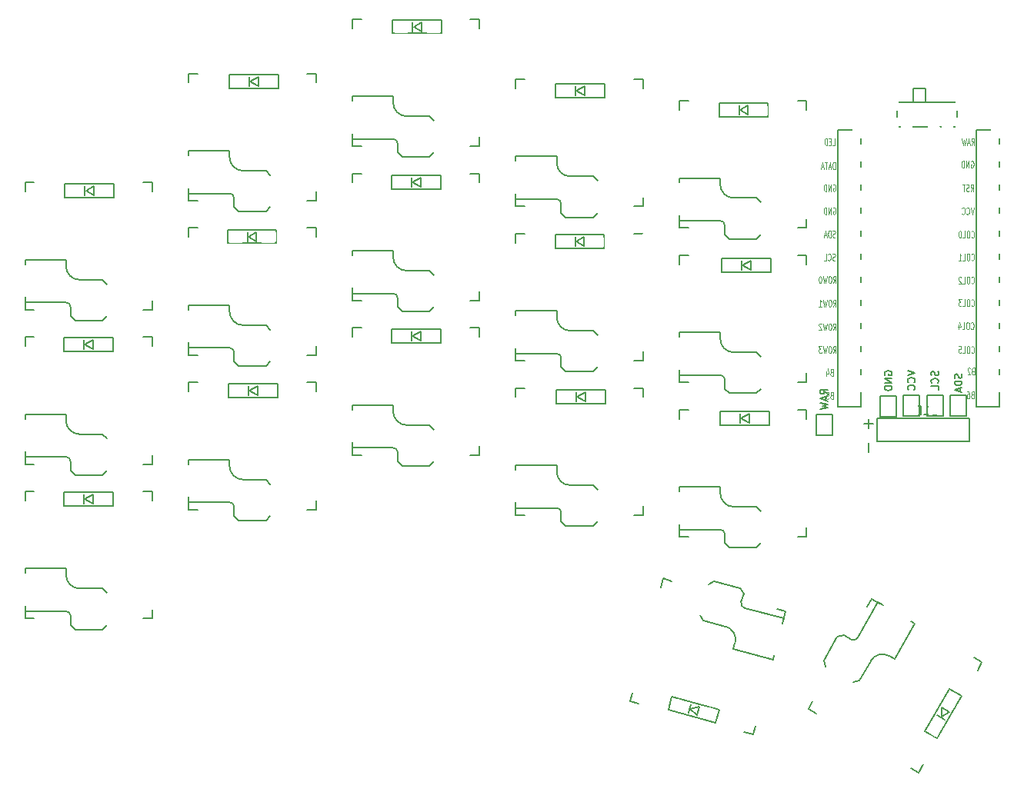
<source format=gbo>
G04 #@! TF.GenerationSoftware,KiCad,Pcbnew,9.0.2*
G04 #@! TF.CreationDate,2025-05-13T18:54:25-04:00*
G04 #@! TF.ProjectId,chocofi,63686f63-6f66-4692-9e6b-696361645f70,2.1*
G04 #@! TF.SameCoordinates,Original*
G04 #@! TF.FileFunction,Legend,Bot*
G04 #@! TF.FilePolarity,Positive*
%FSLAX46Y46*%
G04 Gerber Fmt 4.6, Leading zero omitted, Abs format (unit mm)*
G04 Created by KiCad (PCBNEW 9.0.2) date 2025-05-13 18:54:25*
%MOMM*%
%LPD*%
G01*
G04 APERTURE LIST*
%ADD10C,0.125000*%
%ADD11C,0.150000*%
%ADD12C,0.200000*%
G04 APERTURE END LIST*
D10*
X167840952Y-79657864D02*
X168007618Y-79300721D01*
X168126666Y-79657864D02*
X168126666Y-78907864D01*
X168126666Y-78907864D02*
X167936190Y-78907864D01*
X167936190Y-78907864D02*
X167888571Y-78943578D01*
X167888571Y-78943578D02*
X167864761Y-78979292D01*
X167864761Y-78979292D02*
X167840952Y-79050721D01*
X167840952Y-79050721D02*
X167840952Y-79157864D01*
X167840952Y-79157864D02*
X167864761Y-79229292D01*
X167864761Y-79229292D02*
X167888571Y-79265007D01*
X167888571Y-79265007D02*
X167936190Y-79300721D01*
X167936190Y-79300721D02*
X168126666Y-79300721D01*
X167531428Y-78907864D02*
X167436190Y-78907864D01*
X167436190Y-78907864D02*
X167388571Y-78943578D01*
X167388571Y-78943578D02*
X167340952Y-79015007D01*
X167340952Y-79015007D02*
X167317142Y-79157864D01*
X167317142Y-79157864D02*
X167317142Y-79407864D01*
X167317142Y-79407864D02*
X167340952Y-79550721D01*
X167340952Y-79550721D02*
X167388571Y-79622150D01*
X167388571Y-79622150D02*
X167436190Y-79657864D01*
X167436190Y-79657864D02*
X167531428Y-79657864D01*
X167531428Y-79657864D02*
X167579047Y-79622150D01*
X167579047Y-79622150D02*
X167626666Y-79550721D01*
X167626666Y-79550721D02*
X167650475Y-79407864D01*
X167650475Y-79407864D02*
X167650475Y-79157864D01*
X167650475Y-79157864D02*
X167626666Y-79015007D01*
X167626666Y-79015007D02*
X167579047Y-78943578D01*
X167579047Y-78943578D02*
X167531428Y-78907864D01*
X167150475Y-78907864D02*
X167031427Y-79657864D01*
X167031427Y-79657864D02*
X166936189Y-79122150D01*
X166936189Y-79122150D02*
X166840951Y-79657864D01*
X166840951Y-79657864D02*
X166721904Y-78907864D01*
X166555236Y-78979292D02*
X166531427Y-78943578D01*
X166531427Y-78943578D02*
X166483808Y-78907864D01*
X166483808Y-78907864D02*
X166364760Y-78907864D01*
X166364760Y-78907864D02*
X166317141Y-78943578D01*
X166317141Y-78943578D02*
X166293332Y-78979292D01*
X166293332Y-78979292D02*
X166269522Y-79050721D01*
X166269522Y-79050721D02*
X166269522Y-79122150D01*
X166269522Y-79122150D02*
X166293332Y-79229292D01*
X166293332Y-79229292D02*
X166579046Y-79657864D01*
X166579046Y-79657864D02*
X166269522Y-79657864D01*
X183057619Y-76947435D02*
X183081428Y-76983150D01*
X183081428Y-76983150D02*
X183152857Y-77018864D01*
X183152857Y-77018864D02*
X183200476Y-77018864D01*
X183200476Y-77018864D02*
X183271904Y-76983150D01*
X183271904Y-76983150D02*
X183319523Y-76911721D01*
X183319523Y-76911721D02*
X183343333Y-76840292D01*
X183343333Y-76840292D02*
X183367142Y-76697435D01*
X183367142Y-76697435D02*
X183367142Y-76590292D01*
X183367142Y-76590292D02*
X183343333Y-76447435D01*
X183343333Y-76447435D02*
X183319523Y-76376007D01*
X183319523Y-76376007D02*
X183271904Y-76304578D01*
X183271904Y-76304578D02*
X183200476Y-76268864D01*
X183200476Y-76268864D02*
X183152857Y-76268864D01*
X183152857Y-76268864D02*
X183081428Y-76304578D01*
X183081428Y-76304578D02*
X183057619Y-76340292D01*
X182748095Y-76268864D02*
X182652857Y-76268864D01*
X182652857Y-76268864D02*
X182605238Y-76304578D01*
X182605238Y-76304578D02*
X182557619Y-76376007D01*
X182557619Y-76376007D02*
X182533809Y-76518864D01*
X182533809Y-76518864D02*
X182533809Y-76768864D01*
X182533809Y-76768864D02*
X182557619Y-76911721D01*
X182557619Y-76911721D02*
X182605238Y-76983150D01*
X182605238Y-76983150D02*
X182652857Y-77018864D01*
X182652857Y-77018864D02*
X182748095Y-77018864D01*
X182748095Y-77018864D02*
X182795714Y-76983150D01*
X182795714Y-76983150D02*
X182843333Y-76911721D01*
X182843333Y-76911721D02*
X182867142Y-76768864D01*
X182867142Y-76768864D02*
X182867142Y-76518864D01*
X182867142Y-76518864D02*
X182843333Y-76376007D01*
X182843333Y-76376007D02*
X182795714Y-76304578D01*
X182795714Y-76304578D02*
X182748095Y-76268864D01*
X182081428Y-77018864D02*
X182319523Y-77018864D01*
X182319523Y-77018864D02*
X182319523Y-76268864D01*
X181962380Y-76268864D02*
X181652856Y-76268864D01*
X181652856Y-76268864D02*
X181819523Y-76554578D01*
X181819523Y-76554578D02*
X181748094Y-76554578D01*
X181748094Y-76554578D02*
X181700475Y-76590292D01*
X181700475Y-76590292D02*
X181676666Y-76626007D01*
X181676666Y-76626007D02*
X181652856Y-76697435D01*
X181652856Y-76697435D02*
X181652856Y-76876007D01*
X181652856Y-76876007D02*
X181676666Y-76947435D01*
X181676666Y-76947435D02*
X181700475Y-76983150D01*
X181700475Y-76983150D02*
X181748094Y-77018864D01*
X181748094Y-77018864D02*
X181890951Y-77018864D01*
X181890951Y-77018864D02*
X181938570Y-76983150D01*
X181938570Y-76983150D02*
X181962380Y-76947435D01*
X183046238Y-59274364D02*
X183212904Y-58917221D01*
X183331952Y-59274364D02*
X183331952Y-58524364D01*
X183331952Y-58524364D02*
X183141476Y-58524364D01*
X183141476Y-58524364D02*
X183093857Y-58560078D01*
X183093857Y-58560078D02*
X183070047Y-58595792D01*
X183070047Y-58595792D02*
X183046238Y-58667221D01*
X183046238Y-58667221D02*
X183046238Y-58774364D01*
X183046238Y-58774364D02*
X183070047Y-58845792D01*
X183070047Y-58845792D02*
X183093857Y-58881507D01*
X183093857Y-58881507D02*
X183141476Y-58917221D01*
X183141476Y-58917221D02*
X183331952Y-58917221D01*
X182855761Y-59060078D02*
X182617666Y-59060078D01*
X182903380Y-59274364D02*
X182736714Y-58524364D01*
X182736714Y-58524364D02*
X182570047Y-59274364D01*
X182451000Y-58524364D02*
X182331952Y-59274364D01*
X182331952Y-59274364D02*
X182236714Y-58738650D01*
X182236714Y-58738650D02*
X182141476Y-59274364D01*
X182141476Y-59274364D02*
X182022429Y-58524364D01*
X167782428Y-59274364D02*
X168020523Y-59274364D01*
X168020523Y-59274364D02*
X168020523Y-58524364D01*
X167615761Y-58881507D02*
X167449094Y-58881507D01*
X167377666Y-59274364D02*
X167615761Y-59274364D01*
X167615761Y-59274364D02*
X167615761Y-58524364D01*
X167615761Y-58524364D02*
X167377666Y-58524364D01*
X167163380Y-59274364D02*
X167163380Y-58524364D01*
X167163380Y-58524364D02*
X167044332Y-58524364D01*
X167044332Y-58524364D02*
X166972904Y-58560078D01*
X166972904Y-58560078D02*
X166925285Y-58631507D01*
X166925285Y-58631507D02*
X166901475Y-58702935D01*
X166901475Y-58702935D02*
X166877666Y-58845792D01*
X166877666Y-58845792D02*
X166877666Y-58952935D01*
X166877666Y-58952935D02*
X166901475Y-59095792D01*
X166901475Y-59095792D02*
X166925285Y-59167221D01*
X166925285Y-59167221D02*
X166972904Y-59238650D01*
X166972904Y-59238650D02*
X167044332Y-59274364D01*
X167044332Y-59274364D02*
X167163380Y-59274364D01*
X168056237Y-71938650D02*
X167984809Y-71974364D01*
X167984809Y-71974364D02*
X167865761Y-71974364D01*
X167865761Y-71974364D02*
X167818142Y-71938650D01*
X167818142Y-71938650D02*
X167794333Y-71902935D01*
X167794333Y-71902935D02*
X167770523Y-71831507D01*
X167770523Y-71831507D02*
X167770523Y-71760078D01*
X167770523Y-71760078D02*
X167794333Y-71688650D01*
X167794333Y-71688650D02*
X167818142Y-71652935D01*
X167818142Y-71652935D02*
X167865761Y-71617221D01*
X167865761Y-71617221D02*
X167960999Y-71581507D01*
X167960999Y-71581507D02*
X168008618Y-71545792D01*
X168008618Y-71545792D02*
X168032428Y-71510078D01*
X168032428Y-71510078D02*
X168056237Y-71438650D01*
X168056237Y-71438650D02*
X168056237Y-71367221D01*
X168056237Y-71367221D02*
X168032428Y-71295792D01*
X168032428Y-71295792D02*
X168008618Y-71260078D01*
X168008618Y-71260078D02*
X167960999Y-71224364D01*
X167960999Y-71224364D02*
X167841952Y-71224364D01*
X167841952Y-71224364D02*
X167770523Y-71260078D01*
X167270524Y-71902935D02*
X167294333Y-71938650D01*
X167294333Y-71938650D02*
X167365762Y-71974364D01*
X167365762Y-71974364D02*
X167413381Y-71974364D01*
X167413381Y-71974364D02*
X167484809Y-71938650D01*
X167484809Y-71938650D02*
X167532428Y-71867221D01*
X167532428Y-71867221D02*
X167556238Y-71795792D01*
X167556238Y-71795792D02*
X167580047Y-71652935D01*
X167580047Y-71652935D02*
X167580047Y-71545792D01*
X167580047Y-71545792D02*
X167556238Y-71402935D01*
X167556238Y-71402935D02*
X167532428Y-71331507D01*
X167532428Y-71331507D02*
X167484809Y-71260078D01*
X167484809Y-71260078D02*
X167413381Y-71224364D01*
X167413381Y-71224364D02*
X167365762Y-71224364D01*
X167365762Y-71224364D02*
X167294333Y-71260078D01*
X167294333Y-71260078D02*
X167270524Y-71295792D01*
X166818143Y-71974364D02*
X167056238Y-71974364D01*
X167056238Y-71974364D02*
X167056238Y-71224364D01*
X183157380Y-86758007D02*
X183085952Y-86793721D01*
X183085952Y-86793721D02*
X183062142Y-86829435D01*
X183062142Y-86829435D02*
X183038333Y-86900864D01*
X183038333Y-86900864D02*
X183038333Y-87008007D01*
X183038333Y-87008007D02*
X183062142Y-87079435D01*
X183062142Y-87079435D02*
X183085952Y-87115150D01*
X183085952Y-87115150D02*
X183133571Y-87150864D01*
X183133571Y-87150864D02*
X183324047Y-87150864D01*
X183324047Y-87150864D02*
X183324047Y-86400864D01*
X183324047Y-86400864D02*
X183157380Y-86400864D01*
X183157380Y-86400864D02*
X183109761Y-86436578D01*
X183109761Y-86436578D02*
X183085952Y-86472292D01*
X183085952Y-86472292D02*
X183062142Y-86543721D01*
X183062142Y-86543721D02*
X183062142Y-86615150D01*
X183062142Y-86615150D02*
X183085952Y-86686578D01*
X183085952Y-86686578D02*
X183109761Y-86722292D01*
X183109761Y-86722292D02*
X183157380Y-86758007D01*
X183157380Y-86758007D02*
X183324047Y-86758007D01*
X182609761Y-86400864D02*
X182704999Y-86400864D01*
X182704999Y-86400864D02*
X182752618Y-86436578D01*
X182752618Y-86436578D02*
X182776428Y-86472292D01*
X182776428Y-86472292D02*
X182824047Y-86579435D01*
X182824047Y-86579435D02*
X182847856Y-86722292D01*
X182847856Y-86722292D02*
X182847856Y-87008007D01*
X182847856Y-87008007D02*
X182824047Y-87079435D01*
X182824047Y-87079435D02*
X182800237Y-87115150D01*
X182800237Y-87115150D02*
X182752618Y-87150864D01*
X182752618Y-87150864D02*
X182657380Y-87150864D01*
X182657380Y-87150864D02*
X182609761Y-87115150D01*
X182609761Y-87115150D02*
X182585952Y-87079435D01*
X182585952Y-87079435D02*
X182562142Y-87008007D01*
X182562142Y-87008007D02*
X182562142Y-86829435D01*
X182562142Y-86829435D02*
X182585952Y-86758007D01*
X182585952Y-86758007D02*
X182609761Y-86722292D01*
X182609761Y-86722292D02*
X182657380Y-86686578D01*
X182657380Y-86686578D02*
X182752618Y-86686578D01*
X182752618Y-86686578D02*
X182800237Y-86722292D01*
X182800237Y-86722292D02*
X182824047Y-86758007D01*
X182824047Y-86758007D02*
X182847856Y-86829435D01*
X167840952Y-74450864D02*
X168007618Y-74093721D01*
X168126666Y-74450864D02*
X168126666Y-73700864D01*
X168126666Y-73700864D02*
X167936190Y-73700864D01*
X167936190Y-73700864D02*
X167888571Y-73736578D01*
X167888571Y-73736578D02*
X167864761Y-73772292D01*
X167864761Y-73772292D02*
X167840952Y-73843721D01*
X167840952Y-73843721D02*
X167840952Y-73950864D01*
X167840952Y-73950864D02*
X167864761Y-74022292D01*
X167864761Y-74022292D02*
X167888571Y-74058007D01*
X167888571Y-74058007D02*
X167936190Y-74093721D01*
X167936190Y-74093721D02*
X168126666Y-74093721D01*
X167531428Y-73700864D02*
X167436190Y-73700864D01*
X167436190Y-73700864D02*
X167388571Y-73736578D01*
X167388571Y-73736578D02*
X167340952Y-73808007D01*
X167340952Y-73808007D02*
X167317142Y-73950864D01*
X167317142Y-73950864D02*
X167317142Y-74200864D01*
X167317142Y-74200864D02*
X167340952Y-74343721D01*
X167340952Y-74343721D02*
X167388571Y-74415150D01*
X167388571Y-74415150D02*
X167436190Y-74450864D01*
X167436190Y-74450864D02*
X167531428Y-74450864D01*
X167531428Y-74450864D02*
X167579047Y-74415150D01*
X167579047Y-74415150D02*
X167626666Y-74343721D01*
X167626666Y-74343721D02*
X167650475Y-74200864D01*
X167650475Y-74200864D02*
X167650475Y-73950864D01*
X167650475Y-73950864D02*
X167626666Y-73808007D01*
X167626666Y-73808007D02*
X167579047Y-73736578D01*
X167579047Y-73736578D02*
X167531428Y-73700864D01*
X167150475Y-73700864D02*
X167031427Y-74450864D01*
X167031427Y-74450864D02*
X166936189Y-73915150D01*
X166936189Y-73915150D02*
X166840951Y-74450864D01*
X166840951Y-74450864D02*
X166721904Y-73700864D01*
X166436189Y-73700864D02*
X166388570Y-73700864D01*
X166388570Y-73700864D02*
X166340951Y-73736578D01*
X166340951Y-73736578D02*
X166317141Y-73772292D01*
X166317141Y-73772292D02*
X166293332Y-73843721D01*
X166293332Y-73843721D02*
X166269522Y-73986578D01*
X166269522Y-73986578D02*
X166269522Y-74165150D01*
X166269522Y-74165150D02*
X166293332Y-74308007D01*
X166293332Y-74308007D02*
X166317141Y-74379435D01*
X166317141Y-74379435D02*
X166340951Y-74415150D01*
X166340951Y-74415150D02*
X166388570Y-74450864D01*
X166388570Y-74450864D02*
X166436189Y-74450864D01*
X166436189Y-74450864D02*
X166483808Y-74415150D01*
X166483808Y-74415150D02*
X166507617Y-74379435D01*
X166507617Y-74379435D02*
X166531427Y-74308007D01*
X166531427Y-74308007D02*
X166555236Y-74165150D01*
X166555236Y-74165150D02*
X166555236Y-73986578D01*
X166555236Y-73986578D02*
X166531427Y-73843721D01*
X166531427Y-73843721D02*
X166507617Y-73772292D01*
X166507617Y-73772292D02*
X166483808Y-73736578D01*
X166483808Y-73736578D02*
X166436189Y-73700864D01*
X183057619Y-82097435D02*
X183081428Y-82133150D01*
X183081428Y-82133150D02*
X183152857Y-82168864D01*
X183152857Y-82168864D02*
X183200476Y-82168864D01*
X183200476Y-82168864D02*
X183271904Y-82133150D01*
X183271904Y-82133150D02*
X183319523Y-82061721D01*
X183319523Y-82061721D02*
X183343333Y-81990292D01*
X183343333Y-81990292D02*
X183367142Y-81847435D01*
X183367142Y-81847435D02*
X183367142Y-81740292D01*
X183367142Y-81740292D02*
X183343333Y-81597435D01*
X183343333Y-81597435D02*
X183319523Y-81526007D01*
X183319523Y-81526007D02*
X183271904Y-81454578D01*
X183271904Y-81454578D02*
X183200476Y-81418864D01*
X183200476Y-81418864D02*
X183152857Y-81418864D01*
X183152857Y-81418864D02*
X183081428Y-81454578D01*
X183081428Y-81454578D02*
X183057619Y-81490292D01*
X182748095Y-81418864D02*
X182652857Y-81418864D01*
X182652857Y-81418864D02*
X182605238Y-81454578D01*
X182605238Y-81454578D02*
X182557619Y-81526007D01*
X182557619Y-81526007D02*
X182533809Y-81668864D01*
X182533809Y-81668864D02*
X182533809Y-81918864D01*
X182533809Y-81918864D02*
X182557619Y-82061721D01*
X182557619Y-82061721D02*
X182605238Y-82133150D01*
X182605238Y-82133150D02*
X182652857Y-82168864D01*
X182652857Y-82168864D02*
X182748095Y-82168864D01*
X182748095Y-82168864D02*
X182795714Y-82133150D01*
X182795714Y-82133150D02*
X182843333Y-82061721D01*
X182843333Y-82061721D02*
X182867142Y-81918864D01*
X182867142Y-81918864D02*
X182867142Y-81668864D01*
X182867142Y-81668864D02*
X182843333Y-81526007D01*
X182843333Y-81526007D02*
X182795714Y-81454578D01*
X182795714Y-81454578D02*
X182748095Y-81418864D01*
X182081428Y-82168864D02*
X182319523Y-82168864D01*
X182319523Y-82168864D02*
X182319523Y-81418864D01*
X181676666Y-81418864D02*
X181914761Y-81418864D01*
X181914761Y-81418864D02*
X181938570Y-81776007D01*
X181938570Y-81776007D02*
X181914761Y-81740292D01*
X181914761Y-81740292D02*
X181867142Y-81704578D01*
X181867142Y-81704578D02*
X181748094Y-81704578D01*
X181748094Y-81704578D02*
X181700475Y-81740292D01*
X181700475Y-81740292D02*
X181676666Y-81776007D01*
X181676666Y-81776007D02*
X181652856Y-81847435D01*
X181652856Y-81847435D02*
X181652856Y-82026007D01*
X181652856Y-82026007D02*
X181676666Y-82097435D01*
X181676666Y-82097435D02*
X181700475Y-82133150D01*
X181700475Y-82133150D02*
X181748094Y-82168864D01*
X181748094Y-82168864D02*
X181867142Y-82168864D01*
X181867142Y-82168864D02*
X181914761Y-82133150D01*
X181914761Y-82133150D02*
X181938570Y-82097435D01*
X168059999Y-61918864D02*
X168059999Y-61168864D01*
X168059999Y-61168864D02*
X167940951Y-61168864D01*
X167940951Y-61168864D02*
X167869523Y-61204578D01*
X167869523Y-61204578D02*
X167821904Y-61276007D01*
X167821904Y-61276007D02*
X167798094Y-61347435D01*
X167798094Y-61347435D02*
X167774285Y-61490292D01*
X167774285Y-61490292D02*
X167774285Y-61597435D01*
X167774285Y-61597435D02*
X167798094Y-61740292D01*
X167798094Y-61740292D02*
X167821904Y-61811721D01*
X167821904Y-61811721D02*
X167869523Y-61883150D01*
X167869523Y-61883150D02*
X167940951Y-61918864D01*
X167940951Y-61918864D02*
X168059999Y-61918864D01*
X167583808Y-61704578D02*
X167345713Y-61704578D01*
X167631427Y-61918864D02*
X167464761Y-61168864D01*
X167464761Y-61168864D02*
X167298094Y-61918864D01*
X167202856Y-61168864D02*
X166917142Y-61168864D01*
X167059999Y-61918864D02*
X167059999Y-61168864D01*
X166774285Y-61704578D02*
X166536190Y-61704578D01*
X166821904Y-61918864D02*
X166655238Y-61168864D01*
X166655238Y-61168864D02*
X166488571Y-61918864D01*
X183304165Y-66144364D02*
X183137499Y-66894364D01*
X183137499Y-66894364D02*
X182970832Y-66144364D01*
X182518452Y-66822935D02*
X182542261Y-66858650D01*
X182542261Y-66858650D02*
X182613690Y-66894364D01*
X182613690Y-66894364D02*
X182661309Y-66894364D01*
X182661309Y-66894364D02*
X182732737Y-66858650D01*
X182732737Y-66858650D02*
X182780356Y-66787221D01*
X182780356Y-66787221D02*
X182804166Y-66715792D01*
X182804166Y-66715792D02*
X182827975Y-66572935D01*
X182827975Y-66572935D02*
X182827975Y-66465792D01*
X182827975Y-66465792D02*
X182804166Y-66322935D01*
X182804166Y-66322935D02*
X182780356Y-66251507D01*
X182780356Y-66251507D02*
X182732737Y-66180078D01*
X182732737Y-66180078D02*
X182661309Y-66144364D01*
X182661309Y-66144364D02*
X182613690Y-66144364D01*
X182613690Y-66144364D02*
X182542261Y-66180078D01*
X182542261Y-66180078D02*
X182518452Y-66215792D01*
X182018452Y-66822935D02*
X182042261Y-66858650D01*
X182042261Y-66858650D02*
X182113690Y-66894364D01*
X182113690Y-66894364D02*
X182161309Y-66894364D01*
X182161309Y-66894364D02*
X182232737Y-66858650D01*
X182232737Y-66858650D02*
X182280356Y-66787221D01*
X182280356Y-66787221D02*
X182304166Y-66715792D01*
X182304166Y-66715792D02*
X182327975Y-66572935D01*
X182327975Y-66572935D02*
X182327975Y-66465792D01*
X182327975Y-66465792D02*
X182304166Y-66322935D01*
X182304166Y-66322935D02*
X182280356Y-66251507D01*
X182280356Y-66251507D02*
X182232737Y-66180078D01*
X182232737Y-66180078D02*
X182161309Y-66144364D01*
X182161309Y-66144364D02*
X182113690Y-66144364D01*
X182113690Y-66144364D02*
X182042261Y-66180078D01*
X182042261Y-66180078D02*
X182018452Y-66215792D01*
X183220880Y-84154507D02*
X183149452Y-84190221D01*
X183149452Y-84190221D02*
X183125642Y-84225935D01*
X183125642Y-84225935D02*
X183101833Y-84297364D01*
X183101833Y-84297364D02*
X183101833Y-84404507D01*
X183101833Y-84404507D02*
X183125642Y-84475935D01*
X183125642Y-84475935D02*
X183149452Y-84511650D01*
X183149452Y-84511650D02*
X183197071Y-84547364D01*
X183197071Y-84547364D02*
X183387547Y-84547364D01*
X183387547Y-84547364D02*
X183387547Y-83797364D01*
X183387547Y-83797364D02*
X183220880Y-83797364D01*
X183220880Y-83797364D02*
X183173261Y-83833078D01*
X183173261Y-83833078D02*
X183149452Y-83868792D01*
X183149452Y-83868792D02*
X183125642Y-83940221D01*
X183125642Y-83940221D02*
X183125642Y-84011650D01*
X183125642Y-84011650D02*
X183149452Y-84083078D01*
X183149452Y-84083078D02*
X183173261Y-84118792D01*
X183173261Y-84118792D02*
X183220880Y-84154507D01*
X183220880Y-84154507D02*
X183387547Y-84154507D01*
X182911356Y-83868792D02*
X182887547Y-83833078D01*
X182887547Y-83833078D02*
X182839928Y-83797364D01*
X182839928Y-83797364D02*
X182720880Y-83797364D01*
X182720880Y-83797364D02*
X182673261Y-83833078D01*
X182673261Y-83833078D02*
X182649452Y-83868792D01*
X182649452Y-83868792D02*
X182625642Y-83940221D01*
X182625642Y-83940221D02*
X182625642Y-84011650D01*
X182625642Y-84011650D02*
X182649452Y-84118792D01*
X182649452Y-84118792D02*
X182935166Y-84547364D01*
X182935166Y-84547364D02*
X182625642Y-84547364D01*
X167841952Y-63640078D02*
X167889571Y-63604364D01*
X167889571Y-63604364D02*
X167961000Y-63604364D01*
X167961000Y-63604364D02*
X168032428Y-63640078D01*
X168032428Y-63640078D02*
X168080047Y-63711507D01*
X168080047Y-63711507D02*
X168103857Y-63782935D01*
X168103857Y-63782935D02*
X168127666Y-63925792D01*
X168127666Y-63925792D02*
X168127666Y-64032935D01*
X168127666Y-64032935D02*
X168103857Y-64175792D01*
X168103857Y-64175792D02*
X168080047Y-64247221D01*
X168080047Y-64247221D02*
X168032428Y-64318650D01*
X168032428Y-64318650D02*
X167961000Y-64354364D01*
X167961000Y-64354364D02*
X167913381Y-64354364D01*
X167913381Y-64354364D02*
X167841952Y-64318650D01*
X167841952Y-64318650D02*
X167818143Y-64282935D01*
X167818143Y-64282935D02*
X167818143Y-64032935D01*
X167818143Y-64032935D02*
X167913381Y-64032935D01*
X167603857Y-64354364D02*
X167603857Y-63604364D01*
X167603857Y-63604364D02*
X167318143Y-64354364D01*
X167318143Y-64354364D02*
X167318143Y-63604364D01*
X167080047Y-64354364D02*
X167080047Y-63604364D01*
X167080047Y-63604364D02*
X166960999Y-63604364D01*
X166960999Y-63604364D02*
X166889571Y-63640078D01*
X166889571Y-63640078D02*
X166841952Y-63711507D01*
X166841952Y-63711507D02*
X166818142Y-63782935D01*
X166818142Y-63782935D02*
X166794333Y-63925792D01*
X166794333Y-63925792D02*
X166794333Y-64032935D01*
X166794333Y-64032935D02*
X166818142Y-64175792D01*
X166818142Y-64175792D02*
X166841952Y-64247221D01*
X166841952Y-64247221D02*
X166889571Y-64318650D01*
X166889571Y-64318650D02*
X166960999Y-64354364D01*
X166960999Y-64354364D02*
X167080047Y-64354364D01*
X183007619Y-79459435D02*
X183031428Y-79495150D01*
X183031428Y-79495150D02*
X183102857Y-79530864D01*
X183102857Y-79530864D02*
X183150476Y-79530864D01*
X183150476Y-79530864D02*
X183221904Y-79495150D01*
X183221904Y-79495150D02*
X183269523Y-79423721D01*
X183269523Y-79423721D02*
X183293333Y-79352292D01*
X183293333Y-79352292D02*
X183317142Y-79209435D01*
X183317142Y-79209435D02*
X183317142Y-79102292D01*
X183317142Y-79102292D02*
X183293333Y-78959435D01*
X183293333Y-78959435D02*
X183269523Y-78888007D01*
X183269523Y-78888007D02*
X183221904Y-78816578D01*
X183221904Y-78816578D02*
X183150476Y-78780864D01*
X183150476Y-78780864D02*
X183102857Y-78780864D01*
X183102857Y-78780864D02*
X183031428Y-78816578D01*
X183031428Y-78816578D02*
X183007619Y-78852292D01*
X182698095Y-78780864D02*
X182602857Y-78780864D01*
X182602857Y-78780864D02*
X182555238Y-78816578D01*
X182555238Y-78816578D02*
X182507619Y-78888007D01*
X182507619Y-78888007D02*
X182483809Y-79030864D01*
X182483809Y-79030864D02*
X182483809Y-79280864D01*
X182483809Y-79280864D02*
X182507619Y-79423721D01*
X182507619Y-79423721D02*
X182555238Y-79495150D01*
X182555238Y-79495150D02*
X182602857Y-79530864D01*
X182602857Y-79530864D02*
X182698095Y-79530864D01*
X182698095Y-79530864D02*
X182745714Y-79495150D01*
X182745714Y-79495150D02*
X182793333Y-79423721D01*
X182793333Y-79423721D02*
X182817142Y-79280864D01*
X182817142Y-79280864D02*
X182817142Y-79030864D01*
X182817142Y-79030864D02*
X182793333Y-78888007D01*
X182793333Y-78888007D02*
X182745714Y-78816578D01*
X182745714Y-78816578D02*
X182698095Y-78780864D01*
X182031428Y-79530864D02*
X182269523Y-79530864D01*
X182269523Y-79530864D02*
X182269523Y-78780864D01*
X181650475Y-79030864D02*
X181650475Y-79530864D01*
X181769523Y-78745150D02*
X181888570Y-79280864D01*
X181888570Y-79280864D02*
X181579047Y-79280864D01*
X168068141Y-69398650D02*
X167996713Y-69434364D01*
X167996713Y-69434364D02*
X167877665Y-69434364D01*
X167877665Y-69434364D02*
X167830046Y-69398650D01*
X167830046Y-69398650D02*
X167806237Y-69362935D01*
X167806237Y-69362935D02*
X167782427Y-69291507D01*
X167782427Y-69291507D02*
X167782427Y-69220078D01*
X167782427Y-69220078D02*
X167806237Y-69148650D01*
X167806237Y-69148650D02*
X167830046Y-69112935D01*
X167830046Y-69112935D02*
X167877665Y-69077221D01*
X167877665Y-69077221D02*
X167972903Y-69041507D01*
X167972903Y-69041507D02*
X168020522Y-69005792D01*
X168020522Y-69005792D02*
X168044332Y-68970078D01*
X168044332Y-68970078D02*
X168068141Y-68898650D01*
X168068141Y-68898650D02*
X168068141Y-68827221D01*
X168068141Y-68827221D02*
X168044332Y-68755792D01*
X168044332Y-68755792D02*
X168020522Y-68720078D01*
X168020522Y-68720078D02*
X167972903Y-68684364D01*
X167972903Y-68684364D02*
X167853856Y-68684364D01*
X167853856Y-68684364D02*
X167782427Y-68720078D01*
X167568142Y-69434364D02*
X167568142Y-68684364D01*
X167568142Y-68684364D02*
X167449094Y-68684364D01*
X167449094Y-68684364D02*
X167377666Y-68720078D01*
X167377666Y-68720078D02*
X167330047Y-68791507D01*
X167330047Y-68791507D02*
X167306237Y-68862935D01*
X167306237Y-68862935D02*
X167282428Y-69005792D01*
X167282428Y-69005792D02*
X167282428Y-69112935D01*
X167282428Y-69112935D02*
X167306237Y-69255792D01*
X167306237Y-69255792D02*
X167330047Y-69327221D01*
X167330047Y-69327221D02*
X167377666Y-69398650D01*
X167377666Y-69398650D02*
X167449094Y-69434364D01*
X167449094Y-69434364D02*
X167568142Y-69434364D01*
X167091951Y-69220078D02*
X166853856Y-69220078D01*
X167139570Y-69434364D02*
X166972904Y-68684364D01*
X166972904Y-68684364D02*
X166806237Y-69434364D01*
X182974809Y-64354364D02*
X183141475Y-63997221D01*
X183260523Y-64354364D02*
X183260523Y-63604364D01*
X183260523Y-63604364D02*
X183070047Y-63604364D01*
X183070047Y-63604364D02*
X183022428Y-63640078D01*
X183022428Y-63640078D02*
X182998618Y-63675792D01*
X182998618Y-63675792D02*
X182974809Y-63747221D01*
X182974809Y-63747221D02*
X182974809Y-63854364D01*
X182974809Y-63854364D02*
X182998618Y-63925792D01*
X182998618Y-63925792D02*
X183022428Y-63961507D01*
X183022428Y-63961507D02*
X183070047Y-63997221D01*
X183070047Y-63997221D02*
X183260523Y-63997221D01*
X182784332Y-64318650D02*
X182712904Y-64354364D01*
X182712904Y-64354364D02*
X182593856Y-64354364D01*
X182593856Y-64354364D02*
X182546237Y-64318650D01*
X182546237Y-64318650D02*
X182522428Y-64282935D01*
X182522428Y-64282935D02*
X182498618Y-64211507D01*
X182498618Y-64211507D02*
X182498618Y-64140078D01*
X182498618Y-64140078D02*
X182522428Y-64068650D01*
X182522428Y-64068650D02*
X182546237Y-64032935D01*
X182546237Y-64032935D02*
X182593856Y-63997221D01*
X182593856Y-63997221D02*
X182689094Y-63961507D01*
X182689094Y-63961507D02*
X182736713Y-63925792D01*
X182736713Y-63925792D02*
X182760523Y-63890078D01*
X182760523Y-63890078D02*
X182784332Y-63818650D01*
X182784332Y-63818650D02*
X182784332Y-63747221D01*
X182784332Y-63747221D02*
X182760523Y-63675792D01*
X182760523Y-63675792D02*
X182736713Y-63640078D01*
X182736713Y-63640078D02*
X182689094Y-63604364D01*
X182689094Y-63604364D02*
X182570047Y-63604364D01*
X182570047Y-63604364D02*
X182498618Y-63640078D01*
X182355761Y-63604364D02*
X182070047Y-63604364D01*
X182212904Y-64354364D02*
X182212904Y-63604364D01*
X183057619Y-71902935D02*
X183081428Y-71938650D01*
X183081428Y-71938650D02*
X183152857Y-71974364D01*
X183152857Y-71974364D02*
X183200476Y-71974364D01*
X183200476Y-71974364D02*
X183271904Y-71938650D01*
X183271904Y-71938650D02*
X183319523Y-71867221D01*
X183319523Y-71867221D02*
X183343333Y-71795792D01*
X183343333Y-71795792D02*
X183367142Y-71652935D01*
X183367142Y-71652935D02*
X183367142Y-71545792D01*
X183367142Y-71545792D02*
X183343333Y-71402935D01*
X183343333Y-71402935D02*
X183319523Y-71331507D01*
X183319523Y-71331507D02*
X183271904Y-71260078D01*
X183271904Y-71260078D02*
X183200476Y-71224364D01*
X183200476Y-71224364D02*
X183152857Y-71224364D01*
X183152857Y-71224364D02*
X183081428Y-71260078D01*
X183081428Y-71260078D02*
X183057619Y-71295792D01*
X182748095Y-71224364D02*
X182652857Y-71224364D01*
X182652857Y-71224364D02*
X182605238Y-71260078D01*
X182605238Y-71260078D02*
X182557619Y-71331507D01*
X182557619Y-71331507D02*
X182533809Y-71474364D01*
X182533809Y-71474364D02*
X182533809Y-71724364D01*
X182533809Y-71724364D02*
X182557619Y-71867221D01*
X182557619Y-71867221D02*
X182605238Y-71938650D01*
X182605238Y-71938650D02*
X182652857Y-71974364D01*
X182652857Y-71974364D02*
X182748095Y-71974364D01*
X182748095Y-71974364D02*
X182795714Y-71938650D01*
X182795714Y-71938650D02*
X182843333Y-71867221D01*
X182843333Y-71867221D02*
X182867142Y-71724364D01*
X182867142Y-71724364D02*
X182867142Y-71474364D01*
X182867142Y-71474364D02*
X182843333Y-71331507D01*
X182843333Y-71331507D02*
X182795714Y-71260078D01*
X182795714Y-71260078D02*
X182748095Y-71224364D01*
X182081428Y-71974364D02*
X182319523Y-71974364D01*
X182319523Y-71974364D02*
X182319523Y-71224364D01*
X181652856Y-71974364D02*
X181938570Y-71974364D01*
X181795713Y-71974364D02*
X181795713Y-71224364D01*
X181795713Y-71224364D02*
X181843332Y-71331507D01*
X181843332Y-71331507D02*
X181890951Y-71402935D01*
X181890951Y-71402935D02*
X181938570Y-71438650D01*
X183018452Y-61036578D02*
X183066071Y-61000864D01*
X183066071Y-61000864D02*
X183137500Y-61000864D01*
X183137500Y-61000864D02*
X183208928Y-61036578D01*
X183208928Y-61036578D02*
X183256547Y-61108007D01*
X183256547Y-61108007D02*
X183280357Y-61179435D01*
X183280357Y-61179435D02*
X183304166Y-61322292D01*
X183304166Y-61322292D02*
X183304166Y-61429435D01*
X183304166Y-61429435D02*
X183280357Y-61572292D01*
X183280357Y-61572292D02*
X183256547Y-61643721D01*
X183256547Y-61643721D02*
X183208928Y-61715150D01*
X183208928Y-61715150D02*
X183137500Y-61750864D01*
X183137500Y-61750864D02*
X183089881Y-61750864D01*
X183089881Y-61750864D02*
X183018452Y-61715150D01*
X183018452Y-61715150D02*
X182994643Y-61679435D01*
X182994643Y-61679435D02*
X182994643Y-61429435D01*
X182994643Y-61429435D02*
X183089881Y-61429435D01*
X182780357Y-61750864D02*
X182780357Y-61000864D01*
X182780357Y-61000864D02*
X182494643Y-61750864D01*
X182494643Y-61750864D02*
X182494643Y-61000864D01*
X182256547Y-61750864D02*
X182256547Y-61000864D01*
X182256547Y-61000864D02*
X182137499Y-61000864D01*
X182137499Y-61000864D02*
X182066071Y-61036578D01*
X182066071Y-61036578D02*
X182018452Y-61108007D01*
X182018452Y-61108007D02*
X181994642Y-61179435D01*
X181994642Y-61179435D02*
X181970833Y-61322292D01*
X181970833Y-61322292D02*
X181970833Y-61429435D01*
X181970833Y-61429435D02*
X181994642Y-61572292D01*
X181994642Y-61572292D02*
X182018452Y-61643721D01*
X182018452Y-61643721D02*
X182066071Y-61715150D01*
X182066071Y-61715150D02*
X182137499Y-61750864D01*
X182137499Y-61750864D02*
X182256547Y-61750864D01*
X183057619Y-74447435D02*
X183081428Y-74483150D01*
X183081428Y-74483150D02*
X183152857Y-74518864D01*
X183152857Y-74518864D02*
X183200476Y-74518864D01*
X183200476Y-74518864D02*
X183271904Y-74483150D01*
X183271904Y-74483150D02*
X183319523Y-74411721D01*
X183319523Y-74411721D02*
X183343333Y-74340292D01*
X183343333Y-74340292D02*
X183367142Y-74197435D01*
X183367142Y-74197435D02*
X183367142Y-74090292D01*
X183367142Y-74090292D02*
X183343333Y-73947435D01*
X183343333Y-73947435D02*
X183319523Y-73876007D01*
X183319523Y-73876007D02*
X183271904Y-73804578D01*
X183271904Y-73804578D02*
X183200476Y-73768864D01*
X183200476Y-73768864D02*
X183152857Y-73768864D01*
X183152857Y-73768864D02*
X183081428Y-73804578D01*
X183081428Y-73804578D02*
X183057619Y-73840292D01*
X182748095Y-73768864D02*
X182652857Y-73768864D01*
X182652857Y-73768864D02*
X182605238Y-73804578D01*
X182605238Y-73804578D02*
X182557619Y-73876007D01*
X182557619Y-73876007D02*
X182533809Y-74018864D01*
X182533809Y-74018864D02*
X182533809Y-74268864D01*
X182533809Y-74268864D02*
X182557619Y-74411721D01*
X182557619Y-74411721D02*
X182605238Y-74483150D01*
X182605238Y-74483150D02*
X182652857Y-74518864D01*
X182652857Y-74518864D02*
X182748095Y-74518864D01*
X182748095Y-74518864D02*
X182795714Y-74483150D01*
X182795714Y-74483150D02*
X182843333Y-74411721D01*
X182843333Y-74411721D02*
X182867142Y-74268864D01*
X182867142Y-74268864D02*
X182867142Y-74018864D01*
X182867142Y-74018864D02*
X182843333Y-73876007D01*
X182843333Y-73876007D02*
X182795714Y-73804578D01*
X182795714Y-73804578D02*
X182748095Y-73768864D01*
X182081428Y-74518864D02*
X182319523Y-74518864D01*
X182319523Y-74518864D02*
X182319523Y-73768864D01*
X181938570Y-73840292D02*
X181914761Y-73804578D01*
X181914761Y-73804578D02*
X181867142Y-73768864D01*
X181867142Y-73768864D02*
X181748094Y-73768864D01*
X181748094Y-73768864D02*
X181700475Y-73804578D01*
X181700475Y-73804578D02*
X181676666Y-73840292D01*
X181676666Y-73840292D02*
X181652856Y-73911721D01*
X181652856Y-73911721D02*
X181652856Y-73983150D01*
X181652856Y-73983150D02*
X181676666Y-74090292D01*
X181676666Y-74090292D02*
X181962380Y-74518864D01*
X181962380Y-74518864D02*
X181652856Y-74518864D01*
X167841952Y-66180078D02*
X167889571Y-66144364D01*
X167889571Y-66144364D02*
X167961000Y-66144364D01*
X167961000Y-66144364D02*
X168032428Y-66180078D01*
X168032428Y-66180078D02*
X168080047Y-66251507D01*
X168080047Y-66251507D02*
X168103857Y-66322935D01*
X168103857Y-66322935D02*
X168127666Y-66465792D01*
X168127666Y-66465792D02*
X168127666Y-66572935D01*
X168127666Y-66572935D02*
X168103857Y-66715792D01*
X168103857Y-66715792D02*
X168080047Y-66787221D01*
X168080047Y-66787221D02*
X168032428Y-66858650D01*
X168032428Y-66858650D02*
X167961000Y-66894364D01*
X167961000Y-66894364D02*
X167913381Y-66894364D01*
X167913381Y-66894364D02*
X167841952Y-66858650D01*
X167841952Y-66858650D02*
X167818143Y-66822935D01*
X167818143Y-66822935D02*
X167818143Y-66572935D01*
X167818143Y-66572935D02*
X167913381Y-66572935D01*
X167603857Y-66894364D02*
X167603857Y-66144364D01*
X167603857Y-66144364D02*
X167318143Y-66894364D01*
X167318143Y-66894364D02*
X167318143Y-66144364D01*
X167080047Y-66894364D02*
X167080047Y-66144364D01*
X167080047Y-66144364D02*
X166960999Y-66144364D01*
X166960999Y-66144364D02*
X166889571Y-66180078D01*
X166889571Y-66180078D02*
X166841952Y-66251507D01*
X166841952Y-66251507D02*
X166818142Y-66322935D01*
X166818142Y-66322935D02*
X166794333Y-66465792D01*
X166794333Y-66465792D02*
X166794333Y-66572935D01*
X166794333Y-66572935D02*
X166818142Y-66715792D01*
X166818142Y-66715792D02*
X166841952Y-66787221D01*
X166841952Y-66787221D02*
X166889571Y-66858650D01*
X166889571Y-66858650D02*
X166960999Y-66894364D01*
X166960999Y-66894364D02*
X167080047Y-66894364D01*
X167840952Y-82168864D02*
X168007618Y-81811721D01*
X168126666Y-82168864D02*
X168126666Y-81418864D01*
X168126666Y-81418864D02*
X167936190Y-81418864D01*
X167936190Y-81418864D02*
X167888571Y-81454578D01*
X167888571Y-81454578D02*
X167864761Y-81490292D01*
X167864761Y-81490292D02*
X167840952Y-81561721D01*
X167840952Y-81561721D02*
X167840952Y-81668864D01*
X167840952Y-81668864D02*
X167864761Y-81740292D01*
X167864761Y-81740292D02*
X167888571Y-81776007D01*
X167888571Y-81776007D02*
X167936190Y-81811721D01*
X167936190Y-81811721D02*
X168126666Y-81811721D01*
X167531428Y-81418864D02*
X167436190Y-81418864D01*
X167436190Y-81418864D02*
X167388571Y-81454578D01*
X167388571Y-81454578D02*
X167340952Y-81526007D01*
X167340952Y-81526007D02*
X167317142Y-81668864D01*
X167317142Y-81668864D02*
X167317142Y-81918864D01*
X167317142Y-81918864D02*
X167340952Y-82061721D01*
X167340952Y-82061721D02*
X167388571Y-82133150D01*
X167388571Y-82133150D02*
X167436190Y-82168864D01*
X167436190Y-82168864D02*
X167531428Y-82168864D01*
X167531428Y-82168864D02*
X167579047Y-82133150D01*
X167579047Y-82133150D02*
X167626666Y-82061721D01*
X167626666Y-82061721D02*
X167650475Y-81918864D01*
X167650475Y-81918864D02*
X167650475Y-81668864D01*
X167650475Y-81668864D02*
X167626666Y-81526007D01*
X167626666Y-81526007D02*
X167579047Y-81454578D01*
X167579047Y-81454578D02*
X167531428Y-81418864D01*
X167150475Y-81418864D02*
X167031427Y-82168864D01*
X167031427Y-82168864D02*
X166936189Y-81633150D01*
X166936189Y-81633150D02*
X166840951Y-82168864D01*
X166840951Y-82168864D02*
X166721904Y-81418864D01*
X166579046Y-81418864D02*
X166269522Y-81418864D01*
X166269522Y-81418864D02*
X166436189Y-81704578D01*
X166436189Y-81704578D02*
X166364760Y-81704578D01*
X166364760Y-81704578D02*
X166317141Y-81740292D01*
X166317141Y-81740292D02*
X166293332Y-81776007D01*
X166293332Y-81776007D02*
X166269522Y-81847435D01*
X166269522Y-81847435D02*
X166269522Y-82026007D01*
X166269522Y-82026007D02*
X166293332Y-82097435D01*
X166293332Y-82097435D02*
X166317141Y-82133150D01*
X166317141Y-82133150D02*
X166364760Y-82168864D01*
X166364760Y-82168864D02*
X166507617Y-82168864D01*
X166507617Y-82168864D02*
X166555236Y-82133150D01*
X166555236Y-82133150D02*
X166579046Y-82097435D01*
X167663380Y-84281507D02*
X167591952Y-84317221D01*
X167591952Y-84317221D02*
X167568142Y-84352935D01*
X167568142Y-84352935D02*
X167544333Y-84424364D01*
X167544333Y-84424364D02*
X167544333Y-84531507D01*
X167544333Y-84531507D02*
X167568142Y-84602935D01*
X167568142Y-84602935D02*
X167591952Y-84638650D01*
X167591952Y-84638650D02*
X167639571Y-84674364D01*
X167639571Y-84674364D02*
X167830047Y-84674364D01*
X167830047Y-84674364D02*
X167830047Y-83924364D01*
X167830047Y-83924364D02*
X167663380Y-83924364D01*
X167663380Y-83924364D02*
X167615761Y-83960078D01*
X167615761Y-83960078D02*
X167591952Y-83995792D01*
X167591952Y-83995792D02*
X167568142Y-84067221D01*
X167568142Y-84067221D02*
X167568142Y-84138650D01*
X167568142Y-84138650D02*
X167591952Y-84210078D01*
X167591952Y-84210078D02*
X167615761Y-84245792D01*
X167615761Y-84245792D02*
X167663380Y-84281507D01*
X167663380Y-84281507D02*
X167830047Y-84281507D01*
X167115761Y-84174364D02*
X167115761Y-84674364D01*
X167234809Y-83888650D02*
X167353856Y-84424364D01*
X167353856Y-84424364D02*
X167044333Y-84424364D01*
X183057619Y-69397435D02*
X183081428Y-69433150D01*
X183081428Y-69433150D02*
X183152857Y-69468864D01*
X183152857Y-69468864D02*
X183200476Y-69468864D01*
X183200476Y-69468864D02*
X183271904Y-69433150D01*
X183271904Y-69433150D02*
X183319523Y-69361721D01*
X183319523Y-69361721D02*
X183343333Y-69290292D01*
X183343333Y-69290292D02*
X183367142Y-69147435D01*
X183367142Y-69147435D02*
X183367142Y-69040292D01*
X183367142Y-69040292D02*
X183343333Y-68897435D01*
X183343333Y-68897435D02*
X183319523Y-68826007D01*
X183319523Y-68826007D02*
X183271904Y-68754578D01*
X183271904Y-68754578D02*
X183200476Y-68718864D01*
X183200476Y-68718864D02*
X183152857Y-68718864D01*
X183152857Y-68718864D02*
X183081428Y-68754578D01*
X183081428Y-68754578D02*
X183057619Y-68790292D01*
X182748095Y-68718864D02*
X182652857Y-68718864D01*
X182652857Y-68718864D02*
X182605238Y-68754578D01*
X182605238Y-68754578D02*
X182557619Y-68826007D01*
X182557619Y-68826007D02*
X182533809Y-68968864D01*
X182533809Y-68968864D02*
X182533809Y-69218864D01*
X182533809Y-69218864D02*
X182557619Y-69361721D01*
X182557619Y-69361721D02*
X182605238Y-69433150D01*
X182605238Y-69433150D02*
X182652857Y-69468864D01*
X182652857Y-69468864D02*
X182748095Y-69468864D01*
X182748095Y-69468864D02*
X182795714Y-69433150D01*
X182795714Y-69433150D02*
X182843333Y-69361721D01*
X182843333Y-69361721D02*
X182867142Y-69218864D01*
X182867142Y-69218864D02*
X182867142Y-68968864D01*
X182867142Y-68968864D02*
X182843333Y-68826007D01*
X182843333Y-68826007D02*
X182795714Y-68754578D01*
X182795714Y-68754578D02*
X182748095Y-68718864D01*
X182081428Y-69468864D02*
X182319523Y-69468864D01*
X182319523Y-69468864D02*
X182319523Y-68718864D01*
X181819523Y-68718864D02*
X181771904Y-68718864D01*
X181771904Y-68718864D02*
X181724285Y-68754578D01*
X181724285Y-68754578D02*
X181700475Y-68790292D01*
X181700475Y-68790292D02*
X181676666Y-68861721D01*
X181676666Y-68861721D02*
X181652856Y-69004578D01*
X181652856Y-69004578D02*
X181652856Y-69183150D01*
X181652856Y-69183150D02*
X181676666Y-69326007D01*
X181676666Y-69326007D02*
X181700475Y-69397435D01*
X181700475Y-69397435D02*
X181724285Y-69433150D01*
X181724285Y-69433150D02*
X181771904Y-69468864D01*
X181771904Y-69468864D02*
X181819523Y-69468864D01*
X181819523Y-69468864D02*
X181867142Y-69433150D01*
X181867142Y-69433150D02*
X181890951Y-69397435D01*
X181890951Y-69397435D02*
X181914761Y-69326007D01*
X181914761Y-69326007D02*
X181938570Y-69183150D01*
X181938570Y-69183150D02*
X181938570Y-69004578D01*
X181938570Y-69004578D02*
X181914761Y-68861721D01*
X181914761Y-68861721D02*
X181890951Y-68790292D01*
X181890951Y-68790292D02*
X181867142Y-68754578D01*
X181867142Y-68754578D02*
X181819523Y-68718864D01*
X167840952Y-77054364D02*
X168007618Y-76697221D01*
X168126666Y-77054364D02*
X168126666Y-76304364D01*
X168126666Y-76304364D02*
X167936190Y-76304364D01*
X167936190Y-76304364D02*
X167888571Y-76340078D01*
X167888571Y-76340078D02*
X167864761Y-76375792D01*
X167864761Y-76375792D02*
X167840952Y-76447221D01*
X167840952Y-76447221D02*
X167840952Y-76554364D01*
X167840952Y-76554364D02*
X167864761Y-76625792D01*
X167864761Y-76625792D02*
X167888571Y-76661507D01*
X167888571Y-76661507D02*
X167936190Y-76697221D01*
X167936190Y-76697221D02*
X168126666Y-76697221D01*
X167531428Y-76304364D02*
X167436190Y-76304364D01*
X167436190Y-76304364D02*
X167388571Y-76340078D01*
X167388571Y-76340078D02*
X167340952Y-76411507D01*
X167340952Y-76411507D02*
X167317142Y-76554364D01*
X167317142Y-76554364D02*
X167317142Y-76804364D01*
X167317142Y-76804364D02*
X167340952Y-76947221D01*
X167340952Y-76947221D02*
X167388571Y-77018650D01*
X167388571Y-77018650D02*
X167436190Y-77054364D01*
X167436190Y-77054364D02*
X167531428Y-77054364D01*
X167531428Y-77054364D02*
X167579047Y-77018650D01*
X167579047Y-77018650D02*
X167626666Y-76947221D01*
X167626666Y-76947221D02*
X167650475Y-76804364D01*
X167650475Y-76804364D02*
X167650475Y-76554364D01*
X167650475Y-76554364D02*
X167626666Y-76411507D01*
X167626666Y-76411507D02*
X167579047Y-76340078D01*
X167579047Y-76340078D02*
X167531428Y-76304364D01*
X167150475Y-76304364D02*
X167031427Y-77054364D01*
X167031427Y-77054364D02*
X166936189Y-76518650D01*
X166936189Y-76518650D02*
X166840951Y-77054364D01*
X166840951Y-77054364D02*
X166721904Y-76304364D01*
X166269522Y-77054364D02*
X166555236Y-77054364D01*
X166412379Y-77054364D02*
X166412379Y-76304364D01*
X166412379Y-76304364D02*
X166459998Y-76411507D01*
X166459998Y-76411507D02*
X166507617Y-76482935D01*
X166507617Y-76482935D02*
X166555236Y-76518650D01*
X167663380Y-86821507D02*
X167591952Y-86857221D01*
X167591952Y-86857221D02*
X167568142Y-86892935D01*
X167568142Y-86892935D02*
X167544333Y-86964364D01*
X167544333Y-86964364D02*
X167544333Y-87071507D01*
X167544333Y-87071507D02*
X167568142Y-87142935D01*
X167568142Y-87142935D02*
X167591952Y-87178650D01*
X167591952Y-87178650D02*
X167639571Y-87214364D01*
X167639571Y-87214364D02*
X167830047Y-87214364D01*
X167830047Y-87214364D02*
X167830047Y-86464364D01*
X167830047Y-86464364D02*
X167663380Y-86464364D01*
X167663380Y-86464364D02*
X167615761Y-86500078D01*
X167615761Y-86500078D02*
X167591952Y-86535792D01*
X167591952Y-86535792D02*
X167568142Y-86607221D01*
X167568142Y-86607221D02*
X167568142Y-86678650D01*
X167568142Y-86678650D02*
X167591952Y-86750078D01*
X167591952Y-86750078D02*
X167615761Y-86785792D01*
X167615761Y-86785792D02*
X167663380Y-86821507D01*
X167663380Y-86821507D02*
X167830047Y-86821507D01*
X167091952Y-86464364D02*
X167330047Y-86464364D01*
X167330047Y-86464364D02*
X167353856Y-86821507D01*
X167353856Y-86821507D02*
X167330047Y-86785792D01*
X167330047Y-86785792D02*
X167282428Y-86750078D01*
X167282428Y-86750078D02*
X167163380Y-86750078D01*
X167163380Y-86750078D02*
X167115761Y-86785792D01*
X167115761Y-86785792D02*
X167091952Y-86821507D01*
X167091952Y-86821507D02*
X167068142Y-86892935D01*
X167068142Y-86892935D02*
X167068142Y-87071507D01*
X167068142Y-87071507D02*
X167091952Y-87142935D01*
X167091952Y-87142935D02*
X167115761Y-87178650D01*
X167115761Y-87178650D02*
X167163380Y-87214364D01*
X167163380Y-87214364D02*
X167282428Y-87214364D01*
X167282428Y-87214364D02*
X167330047Y-87178650D01*
X167330047Y-87178650D02*
X167353856Y-87142935D01*
D11*
X179132380Y-87963219D02*
X178941904Y-87963219D01*
X178941904Y-87963219D02*
X178846666Y-88010838D01*
X178846666Y-88010838D02*
X178751428Y-88106076D01*
X178751428Y-88106076D02*
X178703809Y-88296552D01*
X178703809Y-88296552D02*
X178703809Y-88629885D01*
X178703809Y-88629885D02*
X178751428Y-88820361D01*
X178751428Y-88820361D02*
X178846666Y-88915600D01*
X178846666Y-88915600D02*
X178941904Y-88963219D01*
X178941904Y-88963219D02*
X179132380Y-88963219D01*
X179132380Y-88963219D02*
X179227618Y-88915600D01*
X179227618Y-88915600D02*
X179322856Y-88820361D01*
X179322856Y-88820361D02*
X179370475Y-88629885D01*
X179370475Y-88629885D02*
X179370475Y-88296552D01*
X179370475Y-88296552D02*
X179322856Y-88106076D01*
X179322856Y-88106076D02*
X179227618Y-88010838D01*
X179227618Y-88010838D02*
X179132380Y-87963219D01*
X177799047Y-88963219D02*
X178275237Y-88963219D01*
X178275237Y-88963219D02*
X178275237Y-87963219D01*
X177465713Y-88439409D02*
X177132380Y-88439409D01*
X176989523Y-88963219D02*
X177465713Y-88963219D01*
X177465713Y-88963219D02*
X177465713Y-87963219D01*
X177465713Y-87963219D02*
X176989523Y-87963219D01*
X176560951Y-88963219D02*
X176560951Y-87963219D01*
X176560951Y-87963219D02*
X176322856Y-87963219D01*
X176322856Y-87963219D02*
X176179999Y-88010838D01*
X176179999Y-88010838D02*
X176084761Y-88106076D01*
X176084761Y-88106076D02*
X176037142Y-88201314D01*
X176037142Y-88201314D02*
X175989523Y-88391790D01*
X175989523Y-88391790D02*
X175989523Y-88534647D01*
X175989523Y-88534647D02*
X176037142Y-88725123D01*
X176037142Y-88725123D02*
X176084761Y-88820361D01*
X176084761Y-88820361D02*
X176179999Y-88915600D01*
X176179999Y-88915600D02*
X176322856Y-88963219D01*
X176322856Y-88963219D02*
X176560951Y-88963219D01*
X176035416Y-84100666D02*
X176848216Y-84371599D01*
X176848216Y-84371599D02*
X176035416Y-84642533D01*
X176770807Y-85377923D02*
X176809512Y-85339219D01*
X176809512Y-85339219D02*
X176848216Y-85223104D01*
X176848216Y-85223104D02*
X176848216Y-85145695D01*
X176848216Y-85145695D02*
X176809512Y-85029581D01*
X176809512Y-85029581D02*
X176732102Y-84952171D01*
X176732102Y-84952171D02*
X176654692Y-84913466D01*
X176654692Y-84913466D02*
X176499873Y-84874762D01*
X176499873Y-84874762D02*
X176383759Y-84874762D01*
X176383759Y-84874762D02*
X176228940Y-84913466D01*
X176228940Y-84913466D02*
X176151531Y-84952171D01*
X176151531Y-84952171D02*
X176074121Y-85029581D01*
X176074121Y-85029581D02*
X176035416Y-85145695D01*
X176035416Y-85145695D02*
X176035416Y-85223104D01*
X176035416Y-85223104D02*
X176074121Y-85339219D01*
X176074121Y-85339219D02*
X176112826Y-85377923D01*
X176770807Y-86190723D02*
X176809512Y-86152019D01*
X176809512Y-86152019D02*
X176848216Y-86035904D01*
X176848216Y-86035904D02*
X176848216Y-85958495D01*
X176848216Y-85958495D02*
X176809512Y-85842381D01*
X176809512Y-85842381D02*
X176732102Y-85764971D01*
X176732102Y-85764971D02*
X176654692Y-85726266D01*
X176654692Y-85726266D02*
X176499873Y-85687562D01*
X176499873Y-85687562D02*
X176383759Y-85687562D01*
X176383759Y-85687562D02*
X176228940Y-85726266D01*
X176228940Y-85726266D02*
X176151531Y-85764971D01*
X176151531Y-85764971D02*
X176074121Y-85842381D01*
X176074121Y-85842381D02*
X176035416Y-85958495D01*
X176035416Y-85958495D02*
X176035416Y-86035904D01*
X176035416Y-86035904D02*
X176074121Y-86152019D01*
X176074121Y-86152019D02*
X176112826Y-86190723D01*
X173524121Y-84594724D02*
X173485416Y-84517314D01*
X173485416Y-84517314D02*
X173485416Y-84401200D01*
X173485416Y-84401200D02*
X173524121Y-84285086D01*
X173524121Y-84285086D02*
X173601531Y-84207676D01*
X173601531Y-84207676D02*
X173678940Y-84168971D01*
X173678940Y-84168971D02*
X173833759Y-84130267D01*
X173833759Y-84130267D02*
X173949873Y-84130267D01*
X173949873Y-84130267D02*
X174104692Y-84168971D01*
X174104692Y-84168971D02*
X174182102Y-84207676D01*
X174182102Y-84207676D02*
X174259512Y-84285086D01*
X174259512Y-84285086D02*
X174298216Y-84401200D01*
X174298216Y-84401200D02*
X174298216Y-84478609D01*
X174298216Y-84478609D02*
X174259512Y-84594724D01*
X174259512Y-84594724D02*
X174220807Y-84633428D01*
X174220807Y-84633428D02*
X173949873Y-84633428D01*
X173949873Y-84633428D02*
X173949873Y-84478609D01*
X174298216Y-84981771D02*
X173485416Y-84981771D01*
X173485416Y-84981771D02*
X174298216Y-85446228D01*
X174298216Y-85446228D02*
X173485416Y-85446228D01*
X174298216Y-85833276D02*
X173485416Y-85833276D01*
X173485416Y-85833276D02*
X173485416Y-86026800D01*
X173485416Y-86026800D02*
X173524121Y-86142914D01*
X173524121Y-86142914D02*
X173601531Y-86220324D01*
X173601531Y-86220324D02*
X173678940Y-86259029D01*
X173678940Y-86259029D02*
X173833759Y-86297733D01*
X173833759Y-86297733D02*
X173949873Y-86297733D01*
X173949873Y-86297733D02*
X174104692Y-86259029D01*
X174104692Y-86259029D02*
X174182102Y-86220324D01*
X174182102Y-86220324D02*
X174259512Y-86142914D01*
X174259512Y-86142914D02*
X174298216Y-86026800D01*
X174298216Y-86026800D02*
X174298216Y-85833276D01*
X181969512Y-84457067D02*
X182008216Y-84573181D01*
X182008216Y-84573181D02*
X182008216Y-84766705D01*
X182008216Y-84766705D02*
X181969512Y-84844114D01*
X181969512Y-84844114D02*
X181930807Y-84882819D01*
X181930807Y-84882819D02*
X181853397Y-84921524D01*
X181853397Y-84921524D02*
X181775988Y-84921524D01*
X181775988Y-84921524D02*
X181698578Y-84882819D01*
X181698578Y-84882819D02*
X181659873Y-84844114D01*
X181659873Y-84844114D02*
X181621169Y-84766705D01*
X181621169Y-84766705D02*
X181582464Y-84611886D01*
X181582464Y-84611886D02*
X181543759Y-84534476D01*
X181543759Y-84534476D02*
X181505054Y-84495771D01*
X181505054Y-84495771D02*
X181427645Y-84457067D01*
X181427645Y-84457067D02*
X181350235Y-84457067D01*
X181350235Y-84457067D02*
X181272826Y-84495771D01*
X181272826Y-84495771D02*
X181234121Y-84534476D01*
X181234121Y-84534476D02*
X181195416Y-84611886D01*
X181195416Y-84611886D02*
X181195416Y-84805409D01*
X181195416Y-84805409D02*
X181234121Y-84921524D01*
X182008216Y-85269866D02*
X181195416Y-85269866D01*
X181195416Y-85269866D02*
X181195416Y-85463390D01*
X181195416Y-85463390D02*
X181234121Y-85579504D01*
X181234121Y-85579504D02*
X181311531Y-85656914D01*
X181311531Y-85656914D02*
X181388940Y-85695619D01*
X181388940Y-85695619D02*
X181543759Y-85734323D01*
X181543759Y-85734323D02*
X181659873Y-85734323D01*
X181659873Y-85734323D02*
X181814692Y-85695619D01*
X181814692Y-85695619D02*
X181892102Y-85656914D01*
X181892102Y-85656914D02*
X181969512Y-85579504D01*
X181969512Y-85579504D02*
X182008216Y-85463390D01*
X182008216Y-85463390D02*
X182008216Y-85269866D01*
X181775988Y-86043962D02*
X181775988Y-86431009D01*
X182008216Y-85966552D02*
X181195416Y-86237485D01*
X181195416Y-86237485D02*
X182008216Y-86508419D01*
X179389512Y-84186781D02*
X179428216Y-84302895D01*
X179428216Y-84302895D02*
X179428216Y-84496419D01*
X179428216Y-84496419D02*
X179389512Y-84573828D01*
X179389512Y-84573828D02*
X179350807Y-84612533D01*
X179350807Y-84612533D02*
X179273397Y-84651238D01*
X179273397Y-84651238D02*
X179195988Y-84651238D01*
X179195988Y-84651238D02*
X179118578Y-84612533D01*
X179118578Y-84612533D02*
X179079873Y-84573828D01*
X179079873Y-84573828D02*
X179041169Y-84496419D01*
X179041169Y-84496419D02*
X179002464Y-84341600D01*
X179002464Y-84341600D02*
X178963759Y-84264190D01*
X178963759Y-84264190D02*
X178925054Y-84225485D01*
X178925054Y-84225485D02*
X178847645Y-84186781D01*
X178847645Y-84186781D02*
X178770235Y-84186781D01*
X178770235Y-84186781D02*
X178692826Y-84225485D01*
X178692826Y-84225485D02*
X178654121Y-84264190D01*
X178654121Y-84264190D02*
X178615416Y-84341600D01*
X178615416Y-84341600D02*
X178615416Y-84535123D01*
X178615416Y-84535123D02*
X178654121Y-84651238D01*
X179350807Y-85464037D02*
X179389512Y-85425333D01*
X179389512Y-85425333D02*
X179428216Y-85309218D01*
X179428216Y-85309218D02*
X179428216Y-85231809D01*
X179428216Y-85231809D02*
X179389512Y-85115695D01*
X179389512Y-85115695D02*
X179312102Y-85038285D01*
X179312102Y-85038285D02*
X179234692Y-84999580D01*
X179234692Y-84999580D02*
X179079873Y-84960876D01*
X179079873Y-84960876D02*
X178963759Y-84960876D01*
X178963759Y-84960876D02*
X178808940Y-84999580D01*
X178808940Y-84999580D02*
X178731531Y-85038285D01*
X178731531Y-85038285D02*
X178654121Y-85115695D01*
X178654121Y-85115695D02*
X178615416Y-85231809D01*
X178615416Y-85231809D02*
X178615416Y-85309218D01*
X178615416Y-85309218D02*
X178654121Y-85425333D01*
X178654121Y-85425333D02*
X178692826Y-85464037D01*
X179428216Y-86199428D02*
X179428216Y-85812380D01*
X179428216Y-85812380D02*
X178615416Y-85812380D01*
X167246216Y-86687780D02*
X166859169Y-86416847D01*
X167246216Y-86223323D02*
X166433416Y-86223323D01*
X166433416Y-86223323D02*
X166433416Y-86532961D01*
X166433416Y-86532961D02*
X166472121Y-86610371D01*
X166472121Y-86610371D02*
X166510826Y-86649076D01*
X166510826Y-86649076D02*
X166588235Y-86687780D01*
X166588235Y-86687780D02*
X166704350Y-86687780D01*
X166704350Y-86687780D02*
X166781759Y-86649076D01*
X166781759Y-86649076D02*
X166820464Y-86610371D01*
X166820464Y-86610371D02*
X166859169Y-86532961D01*
X166859169Y-86532961D02*
X166859169Y-86223323D01*
X167013988Y-86997419D02*
X167013988Y-87384466D01*
X167246216Y-86920009D02*
X166433416Y-87190942D01*
X166433416Y-87190942D02*
X167246216Y-87461876D01*
X166433416Y-87655400D02*
X167246216Y-87848924D01*
X167246216Y-87848924D02*
X166665645Y-88003743D01*
X166665645Y-88003743D02*
X167246216Y-88158562D01*
X167246216Y-88158562D02*
X166433416Y-88352086D01*
X83304400Y-63562800D02*
X83304400Y-65062800D01*
X83304400Y-65062800D02*
X88704400Y-65062800D01*
X85504400Y-63812800D02*
X85504400Y-64812800D01*
X85604400Y-64312800D02*
X86504400Y-63812800D01*
X86504400Y-63812800D02*
X86504400Y-64812800D01*
X86504400Y-64812800D02*
X85604400Y-64312800D01*
X88704400Y-63562800D02*
X83304400Y-63562800D01*
X88704400Y-65062800D02*
X88704400Y-63562800D01*
X101389200Y-51523200D02*
X101389200Y-53023200D01*
X101389200Y-53023200D02*
X106789200Y-53023200D01*
X103589200Y-51773200D02*
X103589200Y-52773200D01*
X103689200Y-52273200D02*
X104589200Y-51773200D01*
X104589200Y-51773200D02*
X104589200Y-52773200D01*
X104589200Y-52773200D02*
X103689200Y-52273200D01*
X106789200Y-51523200D02*
X101389200Y-51523200D01*
X106789200Y-53023200D02*
X106789200Y-51523200D01*
X119372400Y-45478000D02*
X119372400Y-46978000D01*
X119372400Y-46978000D02*
X124772400Y-46978000D01*
X121572400Y-45728000D02*
X121572400Y-46728000D01*
X121672400Y-46228000D02*
X122572400Y-45728000D01*
X122572400Y-45728000D02*
X122572400Y-46728000D01*
X122572400Y-46728000D02*
X121672400Y-46228000D01*
X124772400Y-45478000D02*
X119372400Y-45478000D01*
X124772400Y-46978000D02*
X124772400Y-45478000D01*
X137304800Y-52539200D02*
X137304800Y-54039200D01*
X137304800Y-54039200D02*
X142704800Y-54039200D01*
X139504800Y-52789200D02*
X139504800Y-53789200D01*
X139604800Y-53289200D02*
X140504800Y-52789200D01*
X140504800Y-52789200D02*
X140504800Y-53789200D01*
X140504800Y-53789200D02*
X139604800Y-53289200D01*
X142704800Y-52539200D02*
X137304800Y-52539200D01*
X142704800Y-54039200D02*
X142704800Y-52539200D01*
X155288000Y-54672800D02*
X155288000Y-56172800D01*
X155288000Y-56172800D02*
X160688000Y-56172800D01*
X157488000Y-54922800D02*
X157488000Y-55922800D01*
X157588000Y-55422800D02*
X158488000Y-54922800D01*
X158488000Y-54922800D02*
X158488000Y-55922800D01*
X158488000Y-55922800D02*
X157588000Y-55422800D01*
X160688000Y-54672800D02*
X155288000Y-54672800D01*
X160688000Y-56172800D02*
X160688000Y-54672800D01*
X83202800Y-80479200D02*
X83202800Y-81979200D01*
X83202800Y-81979200D02*
X88602800Y-81979200D01*
X85402800Y-80729200D02*
X85402800Y-81729200D01*
X85502800Y-81229200D02*
X86402800Y-80729200D01*
X86402800Y-80729200D02*
X86402800Y-81729200D01*
X86402800Y-81729200D02*
X85502800Y-81229200D01*
X88602800Y-80479200D02*
X83202800Y-80479200D01*
X88602800Y-81979200D02*
X88602800Y-80479200D01*
X101186000Y-68592000D02*
X101186000Y-70092000D01*
X101186000Y-70092000D02*
X106586000Y-70092000D01*
X103386000Y-68842000D02*
X103386000Y-69842000D01*
X103486000Y-69342000D02*
X104386000Y-68842000D01*
X104386000Y-68842000D02*
X104386000Y-69842000D01*
X104386000Y-69842000D02*
X103486000Y-69342000D01*
X106586000Y-68592000D02*
X101186000Y-68592000D01*
X106586000Y-70092000D02*
X106586000Y-68592000D01*
X119270800Y-62597600D02*
X119270800Y-64097600D01*
X119270800Y-64097600D02*
X124670800Y-64097600D01*
X121470800Y-62847600D02*
X121470800Y-63847600D01*
X121570800Y-63347600D02*
X122470800Y-62847600D01*
X122470800Y-62847600D02*
X122470800Y-63847600D01*
X122470800Y-63847600D02*
X121570800Y-63347600D01*
X124670800Y-62597600D02*
X119270800Y-62597600D01*
X124670800Y-64097600D02*
X124670800Y-62597600D01*
X137254000Y-69150800D02*
X137254000Y-70650800D01*
X137254000Y-70650800D02*
X142654000Y-70650800D01*
X139454000Y-69400800D02*
X139454000Y-70400800D01*
X139554000Y-69900800D02*
X140454000Y-69400800D01*
X140454000Y-69400800D02*
X140454000Y-70400800D01*
X140454000Y-70400800D02*
X139554000Y-69900800D01*
X142654000Y-69150800D02*
X137254000Y-69150800D01*
X142654000Y-70650800D02*
X142654000Y-69150800D01*
X155592800Y-71741600D02*
X155592800Y-73241600D01*
X155592800Y-73241600D02*
X160992800Y-73241600D01*
X157792800Y-71991600D02*
X157792800Y-72991600D01*
X157892800Y-72491600D02*
X158792800Y-71991600D01*
X158792800Y-71991600D02*
X158792800Y-72991600D01*
X158792800Y-72991600D02*
X157892800Y-72491600D01*
X160992800Y-71741600D02*
X155592800Y-71741600D01*
X160992800Y-73241600D02*
X160992800Y-71741600D01*
X83202800Y-97497200D02*
X83202800Y-98997200D01*
X83202800Y-98997200D02*
X88602800Y-98997200D01*
X85402800Y-97747200D02*
X85402800Y-98747200D01*
X85502800Y-98247200D02*
X86402800Y-97747200D01*
X86402800Y-97747200D02*
X86402800Y-98747200D01*
X86402800Y-98747200D02*
X85502800Y-98247200D01*
X88602800Y-97497200D02*
X83202800Y-97497200D01*
X88602800Y-98997200D02*
X88602800Y-97497200D01*
X101287600Y-85559200D02*
X101287600Y-87059200D01*
X101287600Y-87059200D02*
X106687600Y-87059200D01*
X103487600Y-85809200D02*
X103487600Y-86809200D01*
X103587600Y-86309200D02*
X104487600Y-85809200D01*
X104487600Y-85809200D02*
X104487600Y-86809200D01*
X104487600Y-86809200D02*
X103587600Y-86309200D01*
X106687600Y-85559200D02*
X101287600Y-85559200D01*
X106687600Y-87059200D02*
X106687600Y-85559200D01*
X119270800Y-79564800D02*
X119270800Y-81064800D01*
X119270800Y-81064800D02*
X124670800Y-81064800D01*
X121470800Y-79814800D02*
X121470800Y-80814800D01*
X121570800Y-80314800D02*
X122470800Y-79814800D01*
X122470800Y-79814800D02*
X122470800Y-80814800D01*
X122470800Y-80814800D02*
X121570800Y-80314800D01*
X124670800Y-79564800D02*
X119270800Y-79564800D01*
X124670800Y-81064800D02*
X124670800Y-79564800D01*
X137355600Y-86219600D02*
X137355600Y-87719600D01*
X137355600Y-87719600D02*
X142755600Y-87719600D01*
X139555600Y-86469600D02*
X139555600Y-87469600D01*
X139655600Y-86969600D02*
X140555600Y-86469600D01*
X140555600Y-86469600D02*
X140555600Y-87469600D01*
X140555600Y-87469600D02*
X139655600Y-86969600D01*
X142755600Y-86219600D02*
X137355600Y-86219600D01*
X142755600Y-87719600D02*
X142755600Y-86219600D01*
X155389600Y-88607200D02*
X155389600Y-90107200D01*
X155389600Y-90107200D02*
X160789600Y-90107200D01*
X157589600Y-88857200D02*
X157589600Y-89857200D01*
X157689600Y-89357200D02*
X158589600Y-88857200D01*
X158589600Y-88857200D02*
X158589600Y-89857200D01*
X158589600Y-89857200D02*
X157689600Y-89357200D01*
X160789600Y-88607200D02*
X155389600Y-88607200D01*
X160789600Y-90107200D02*
X160789600Y-88607200D01*
X149712168Y-121486229D02*
X154928167Y-122883852D01*
X150100397Y-120037340D02*
X149712168Y-121486229D01*
X152127912Y-121357068D02*
X153126654Y-121107043D01*
X152160729Y-120848224D02*
X151901910Y-121814149D01*
X152867835Y-122072968D02*
X152127912Y-121357068D01*
X153126654Y-121107043D02*
X152867835Y-122072968D01*
X154928167Y-122883852D02*
X155316396Y-121434963D01*
X155316396Y-121434963D02*
X150100397Y-120037340D01*
X177958647Y-123858704D02*
X179257685Y-124608704D01*
X179257685Y-124608704D02*
X181957685Y-119932166D01*
X179275153Y-122078448D02*
X180141179Y-122578448D01*
X179758166Y-122241845D02*
X179775153Y-121212422D01*
X179775153Y-121212422D02*
X180641179Y-121712422D01*
X180641179Y-121712422D02*
X179758166Y-122241845D01*
X180658647Y-119182166D02*
X177958647Y-123858704D01*
X181957685Y-119932166D02*
X180658647Y-119182166D01*
X78910000Y-63400000D02*
X79910000Y-63400000D01*
X78910000Y-64400000D02*
X78910000Y-63400000D01*
X78910000Y-71900000D02*
X78910000Y-72400000D01*
X78910000Y-76000000D02*
X78910000Y-76600000D01*
X78910000Y-76600000D02*
X83410000Y-76600000D01*
X78910000Y-77400000D02*
X78910000Y-76400000D01*
X79910000Y-77400000D02*
X78910000Y-77400000D01*
X83410000Y-71900000D02*
X78910000Y-71900000D01*
X83410000Y-72600000D02*
X83410000Y-71900000D01*
X83910000Y-77100000D02*
X83910000Y-78100000D01*
X84410000Y-78600000D02*
X83910000Y-78100000D01*
X87410000Y-74100000D02*
X84910000Y-74100000D01*
X87410000Y-78600000D02*
X84410000Y-78600000D01*
X87910000Y-74600000D02*
X87410000Y-74100000D01*
X87910000Y-78100000D02*
X87410000Y-78600000D01*
X91910000Y-63400000D02*
X92910000Y-63400000D01*
X92910000Y-63400000D02*
X92910000Y-64400000D01*
X92910000Y-76400000D02*
X92910000Y-77400000D01*
X92910000Y-77400000D02*
X91910000Y-77400000D01*
X83410000Y-76600000D02*
G75*
G02*
X83910000Y-77100000I-1J-500001D01*
G01*
X84910000Y-74100000D02*
G75*
G02*
X83410000Y-72600000I1J1500001D01*
G01*
X96910000Y-51400000D02*
X97910000Y-51400000D01*
X96910000Y-52400000D02*
X96910000Y-51400000D01*
X96910000Y-59900000D02*
X96910000Y-60400000D01*
X96910000Y-64000000D02*
X96910000Y-64600000D01*
X96910000Y-64600000D02*
X101410000Y-64600000D01*
X96910000Y-65400000D02*
X96910000Y-64400000D01*
X97910000Y-65400000D02*
X96910000Y-65400000D01*
X101410000Y-59900000D02*
X96910000Y-59900000D01*
X101410000Y-60600000D02*
X101410000Y-59900000D01*
X101910000Y-65100000D02*
X101910000Y-66100000D01*
X102410000Y-66600000D02*
X101910000Y-66100000D01*
X105410000Y-62100000D02*
X102910000Y-62100000D01*
X105410000Y-66600000D02*
X102410000Y-66600000D01*
X105910000Y-62600000D02*
X105410000Y-62100000D01*
X105910000Y-66100000D02*
X105410000Y-66600000D01*
X109910000Y-51400000D02*
X110910000Y-51400000D01*
X110910000Y-51400000D02*
X110910000Y-52400000D01*
X110910000Y-64400000D02*
X110910000Y-65400000D01*
X110910000Y-65400000D02*
X109910000Y-65400000D01*
X101410000Y-64600000D02*
G75*
G02*
X101910000Y-65100000I-1J-500001D01*
G01*
X102910000Y-62100000D02*
G75*
G02*
X101410000Y-60600000I1J1500001D01*
G01*
X114910000Y-45400000D02*
X115910000Y-45400000D01*
X114910000Y-46400000D02*
X114910000Y-45400000D01*
X114910000Y-53900000D02*
X114910000Y-54400000D01*
X114910000Y-58000000D02*
X114910000Y-58600000D01*
X114910000Y-58600000D02*
X119410000Y-58600000D01*
X114910000Y-59400000D02*
X114910000Y-58400000D01*
X115910000Y-59400000D02*
X114910000Y-59400000D01*
X119410000Y-53900000D02*
X114910000Y-53900000D01*
X119410000Y-54600000D02*
X119410000Y-53900000D01*
X119910000Y-59100000D02*
X119910000Y-60100000D01*
X120410000Y-60600000D02*
X119910000Y-60100000D01*
X123410000Y-56100000D02*
X120910000Y-56100000D01*
X123410000Y-60600000D02*
X120410000Y-60600000D01*
X123910000Y-56600000D02*
X123410000Y-56100000D01*
X123910000Y-60100000D02*
X123410000Y-60600000D01*
X127910000Y-45400000D02*
X128910000Y-45400000D01*
X128910000Y-45400000D02*
X128910000Y-46400000D01*
X128910000Y-58400000D02*
X128910000Y-59400000D01*
X128910000Y-59400000D02*
X127910000Y-59400000D01*
X119410000Y-58600000D02*
G75*
G02*
X119910000Y-59100000I-1J-500001D01*
G01*
X120910000Y-56100000D02*
G75*
G02*
X119410000Y-54600000I1J1500001D01*
G01*
X132910000Y-52020000D02*
X133910000Y-52020000D01*
X132910000Y-53020000D02*
X132910000Y-52020000D01*
X132910000Y-60520000D02*
X132910000Y-61020000D01*
X132910000Y-64620000D02*
X132910000Y-65220000D01*
X132910000Y-65220000D02*
X137410000Y-65220000D01*
X132910000Y-66020000D02*
X132910000Y-65020000D01*
X133910000Y-66020000D02*
X132910000Y-66020000D01*
X137410000Y-60520000D02*
X132910000Y-60520000D01*
X137410000Y-61220000D02*
X137410000Y-60520000D01*
X137910000Y-65720000D02*
X137910000Y-66720000D01*
X138410000Y-67220000D02*
X137910000Y-66720000D01*
X141410000Y-62720000D02*
X138910000Y-62720000D01*
X141410000Y-67220000D02*
X138410000Y-67220000D01*
X141910000Y-63220000D02*
X141410000Y-62720000D01*
X141910000Y-66720000D02*
X141410000Y-67220000D01*
X145910000Y-52020000D02*
X146910000Y-52020000D01*
X146910000Y-52020000D02*
X146910000Y-53020000D01*
X146910000Y-65020000D02*
X146910000Y-66020000D01*
X146910000Y-66020000D02*
X145910000Y-66020000D01*
X137410000Y-65220000D02*
G75*
G02*
X137910000Y-65720000I-1J-500001D01*
G01*
X138910000Y-62720000D02*
G75*
G02*
X137410000Y-61220000I1J1500001D01*
G01*
X150910000Y-54400000D02*
X151910000Y-54400000D01*
X150910000Y-55400000D02*
X150910000Y-54400000D01*
X150910000Y-62900000D02*
X150910000Y-63400000D01*
X150910000Y-67000000D02*
X150910000Y-67600000D01*
X150910000Y-67600000D02*
X155410000Y-67600000D01*
X150910000Y-68400000D02*
X150910000Y-67400000D01*
X151910000Y-68400000D02*
X150910000Y-68400000D01*
X155410000Y-62900000D02*
X150910000Y-62900000D01*
X155410000Y-63600000D02*
X155410000Y-62900000D01*
X155910000Y-68100000D02*
X155910000Y-69100000D01*
X156410000Y-69600000D02*
X155910000Y-69100000D01*
X159410000Y-65100000D02*
X156910000Y-65100000D01*
X159410000Y-69600000D02*
X156410000Y-69600000D01*
X159910000Y-65600000D02*
X159410000Y-65100000D01*
X159910000Y-69100000D02*
X159410000Y-69600000D01*
X163910000Y-54400000D02*
X164910000Y-54400000D01*
X164910000Y-54400000D02*
X164910000Y-55400000D01*
X164910000Y-67400000D02*
X164910000Y-68400000D01*
X164910000Y-68400000D02*
X163910000Y-68400000D01*
X155410000Y-67600000D02*
G75*
G02*
X155910000Y-68100000I-1J-500001D01*
G01*
X156910000Y-65100000D02*
G75*
G02*
X155410000Y-63600000I1J1500001D01*
G01*
X78910000Y-80400000D02*
X79910000Y-80400000D01*
X78910000Y-81400000D02*
X78910000Y-80400000D01*
X78910000Y-88900000D02*
X78910000Y-89400000D01*
X78910000Y-93000000D02*
X78910000Y-93600000D01*
X78910000Y-93600000D02*
X83410000Y-93600000D01*
X78910000Y-94400000D02*
X78910000Y-93400000D01*
X79910000Y-94400000D02*
X78910000Y-94400000D01*
X83410000Y-88900000D02*
X78910000Y-88900000D01*
X83410000Y-89600000D02*
X83410000Y-88900000D01*
X83910000Y-94100000D02*
X83910000Y-95100000D01*
X84410000Y-95600000D02*
X83910000Y-95100000D01*
X87410000Y-91100000D02*
X84910000Y-91100000D01*
X87410000Y-95600000D02*
X84410000Y-95600000D01*
X87910000Y-91600000D02*
X87410000Y-91100000D01*
X87910000Y-95100000D02*
X87410000Y-95600000D01*
X91910000Y-80400000D02*
X92910000Y-80400000D01*
X92910000Y-80400000D02*
X92910000Y-81400000D01*
X92910000Y-93400000D02*
X92910000Y-94400000D01*
X92910000Y-94400000D02*
X91910000Y-94400000D01*
X83410000Y-93600000D02*
G75*
G02*
X83910000Y-94100000I-1J-500001D01*
G01*
X84910000Y-91100000D02*
G75*
G02*
X83410000Y-89600000I1J1500001D01*
G01*
X96910000Y-68400000D02*
X97910000Y-68400000D01*
X96910000Y-69400000D02*
X96910000Y-68400000D01*
X96910000Y-76900000D02*
X96910000Y-77400000D01*
X96910000Y-81000000D02*
X96910000Y-81600000D01*
X96910000Y-81600000D02*
X101410000Y-81600000D01*
X96910000Y-82400000D02*
X96910000Y-81400000D01*
X97910000Y-82400000D02*
X96910000Y-82400000D01*
X101410000Y-76900000D02*
X96910000Y-76900000D01*
X101410000Y-77600000D02*
X101410000Y-76900000D01*
X101910000Y-82100000D02*
X101910000Y-83100000D01*
X102410000Y-83600000D02*
X101910000Y-83100000D01*
X105410000Y-79100000D02*
X102910000Y-79100000D01*
X105410000Y-83600000D02*
X102410000Y-83600000D01*
X105910000Y-79600000D02*
X105410000Y-79100000D01*
X105910000Y-83100000D02*
X105410000Y-83600000D01*
X109910000Y-68400000D02*
X110910000Y-68400000D01*
X110910000Y-68400000D02*
X110910000Y-69400000D01*
X110910000Y-81400000D02*
X110910000Y-82400000D01*
X110910000Y-82400000D02*
X109910000Y-82400000D01*
X101410000Y-81600000D02*
G75*
G02*
X101910000Y-82100000I-1J-500001D01*
G01*
X102910000Y-79100000D02*
G75*
G02*
X101410000Y-77600000I1J1500001D01*
G01*
X114910000Y-62400000D02*
X115910000Y-62400000D01*
X114910000Y-63400000D02*
X114910000Y-62400000D01*
X114910000Y-70900000D02*
X114910000Y-71400000D01*
X114910000Y-75000000D02*
X114910000Y-75600000D01*
X114910000Y-75600000D02*
X119410000Y-75600000D01*
X114910000Y-76400000D02*
X114910000Y-75400000D01*
X115910000Y-76400000D02*
X114910000Y-76400000D01*
X119410000Y-70900000D02*
X114910000Y-70900000D01*
X119410000Y-71600000D02*
X119410000Y-70900000D01*
X119910000Y-76100000D02*
X119910000Y-77100000D01*
X120410000Y-77600000D02*
X119910000Y-77100000D01*
X123410000Y-73100000D02*
X120910000Y-73100000D01*
X123410000Y-77600000D02*
X120410000Y-77600000D01*
X123910000Y-73600000D02*
X123410000Y-73100000D01*
X123910000Y-77100000D02*
X123410000Y-77600000D01*
X127910000Y-62400000D02*
X128910000Y-62400000D01*
X128910000Y-62400000D02*
X128910000Y-63400000D01*
X128910000Y-75400000D02*
X128910000Y-76400000D01*
X128910000Y-76400000D02*
X127910000Y-76400000D01*
X119410000Y-75600000D02*
G75*
G02*
X119910000Y-76100000I-1J-500001D01*
G01*
X120910000Y-73100000D02*
G75*
G02*
X119410000Y-71600000I1J1500001D01*
G01*
X132910000Y-69020000D02*
X133910000Y-69020000D01*
X132910000Y-70020000D02*
X132910000Y-69020000D01*
X132910000Y-77520000D02*
X132910000Y-78020000D01*
X132910000Y-81620000D02*
X132910000Y-82220000D01*
X132910000Y-82220000D02*
X137410000Y-82220000D01*
X132910000Y-83020000D02*
X132910000Y-82020000D01*
X133910000Y-83020000D02*
X132910000Y-83020000D01*
X137410000Y-77520000D02*
X132910000Y-77520000D01*
X137410000Y-78220000D02*
X137410000Y-77520000D01*
X137910000Y-82720000D02*
X137910000Y-83720000D01*
X138410000Y-84220000D02*
X137910000Y-83720000D01*
X141410000Y-79720000D02*
X138910000Y-79720000D01*
X141410000Y-84220000D02*
X138410000Y-84220000D01*
X141910000Y-80220000D02*
X141410000Y-79720000D01*
X141910000Y-83720000D02*
X141410000Y-84220000D01*
X145910000Y-69020000D02*
X146910000Y-69020000D01*
X146910000Y-69020000D02*
X146910000Y-70020000D01*
X146910000Y-82020000D02*
X146910000Y-83020000D01*
X146910000Y-83020000D02*
X145910000Y-83020000D01*
X137410000Y-82220000D02*
G75*
G02*
X137910000Y-82720000I-1J-500001D01*
G01*
X138910000Y-79720000D02*
G75*
G02*
X137410000Y-78220000I1J1500001D01*
G01*
X150910000Y-71400000D02*
X151910000Y-71400000D01*
X150910000Y-72400000D02*
X150910000Y-71400000D01*
X150910000Y-79900000D02*
X150910000Y-80400000D01*
X150910000Y-84000000D02*
X150910000Y-84600000D01*
X150910000Y-84600000D02*
X155410000Y-84600000D01*
X150910000Y-85400000D02*
X150910000Y-84400000D01*
X151910000Y-85400000D02*
X150910000Y-85400000D01*
X155410000Y-79900000D02*
X150910000Y-79900000D01*
X155410000Y-80600000D02*
X155410000Y-79900000D01*
X155910000Y-85100000D02*
X155910000Y-86100000D01*
X156410000Y-86600000D02*
X155910000Y-86100000D01*
X159410000Y-82100000D02*
X156910000Y-82100000D01*
X159410000Y-86600000D02*
X156410000Y-86600000D01*
X159910000Y-82600000D02*
X159410000Y-82100000D01*
X159910000Y-86100000D02*
X159410000Y-86600000D01*
X163910000Y-71400000D02*
X164910000Y-71400000D01*
X164910000Y-71400000D02*
X164910000Y-72400000D01*
X164910000Y-84400000D02*
X164910000Y-85400000D01*
X164910000Y-85400000D02*
X163910000Y-85400000D01*
X155410000Y-84600000D02*
G75*
G02*
X155910000Y-85100000I-1J-500001D01*
G01*
X156910000Y-82100000D02*
G75*
G02*
X155410000Y-80600000I1J1500001D01*
G01*
X78910000Y-97400000D02*
X79910000Y-97400000D01*
X78910000Y-98400000D02*
X78910000Y-97400000D01*
X78910000Y-105900000D02*
X78910000Y-106400000D01*
X78910000Y-110000000D02*
X78910000Y-110600000D01*
X78910000Y-110600000D02*
X83410000Y-110600000D01*
X78910000Y-111400000D02*
X78910000Y-110400000D01*
X79910000Y-111400000D02*
X78910000Y-111400000D01*
X83410000Y-105900000D02*
X78910000Y-105900000D01*
X83410000Y-106600000D02*
X83410000Y-105900000D01*
X83910000Y-111100000D02*
X83910000Y-112100000D01*
X84410000Y-112600000D02*
X83910000Y-112100000D01*
X87410000Y-108100000D02*
X84910000Y-108100000D01*
X87410000Y-112600000D02*
X84410000Y-112600000D01*
X87910000Y-108600000D02*
X87410000Y-108100000D01*
X87910000Y-112100000D02*
X87410000Y-112600000D01*
X91910000Y-97400000D02*
X92910000Y-97400000D01*
X92910000Y-97400000D02*
X92910000Y-98400000D01*
X92910000Y-110400000D02*
X92910000Y-111400000D01*
X92910000Y-111400000D02*
X91910000Y-111400000D01*
X83410000Y-110600000D02*
G75*
G02*
X83910000Y-111100000I-1J-500001D01*
G01*
X84910000Y-108100000D02*
G75*
G02*
X83410000Y-106600000I1J1500001D01*
G01*
X96910000Y-85400000D02*
X97910000Y-85400000D01*
X96910000Y-86400000D02*
X96910000Y-85400000D01*
X96910000Y-93900000D02*
X96910000Y-94400000D01*
X96910000Y-98000000D02*
X96910000Y-98600000D01*
X96910000Y-98600000D02*
X101410000Y-98600000D01*
X96910000Y-99400000D02*
X96910000Y-98400000D01*
X97910000Y-99400000D02*
X96910000Y-99400000D01*
X101410000Y-93900000D02*
X96910000Y-93900000D01*
X101410000Y-94600000D02*
X101410000Y-93900000D01*
X101910000Y-99100000D02*
X101910000Y-100100000D01*
X102410000Y-100600000D02*
X101910000Y-100100000D01*
X105410000Y-96100000D02*
X102910000Y-96100000D01*
X105410000Y-100600000D02*
X102410000Y-100600000D01*
X105910000Y-96600000D02*
X105410000Y-96100000D01*
X105910000Y-100100000D02*
X105410000Y-100600000D01*
X109910000Y-85400000D02*
X110910000Y-85400000D01*
X110910000Y-85400000D02*
X110910000Y-86400000D01*
X110910000Y-98400000D02*
X110910000Y-99400000D01*
X110910000Y-99400000D02*
X109910000Y-99400000D01*
X101410000Y-98600000D02*
G75*
G02*
X101910000Y-99100000I-1J-500001D01*
G01*
X102910000Y-96100000D02*
G75*
G02*
X101410000Y-94600000I1J1500001D01*
G01*
X114910000Y-79400000D02*
X115910000Y-79400000D01*
X114910000Y-80400000D02*
X114910000Y-79400000D01*
X114910000Y-87900000D02*
X114910000Y-88400000D01*
X114910000Y-92000000D02*
X114910000Y-92600000D01*
X114910000Y-92600000D02*
X119410000Y-92600000D01*
X114910000Y-93400000D02*
X114910000Y-92400000D01*
X115910000Y-93400000D02*
X114910000Y-93400000D01*
X119410000Y-87900000D02*
X114910000Y-87900000D01*
X119410000Y-88600000D02*
X119410000Y-87900000D01*
X119910000Y-93100000D02*
X119910000Y-94100000D01*
X120410000Y-94600000D02*
X119910000Y-94100000D01*
X123410000Y-90100000D02*
X120910000Y-90100000D01*
X123410000Y-94600000D02*
X120410000Y-94600000D01*
X123910000Y-90600000D02*
X123410000Y-90100000D01*
X123910000Y-94100000D02*
X123410000Y-94600000D01*
X127910000Y-79400000D02*
X128910000Y-79400000D01*
X128910000Y-79400000D02*
X128910000Y-80400000D01*
X128910000Y-92400000D02*
X128910000Y-93400000D01*
X128910000Y-93400000D02*
X127910000Y-93400000D01*
X119410000Y-92600000D02*
G75*
G02*
X119910000Y-93100000I-1J-500001D01*
G01*
X120910000Y-90100000D02*
G75*
G02*
X119410000Y-88600000I1J1500001D01*
G01*
X132910000Y-86025000D02*
X133910000Y-86025000D01*
X132910000Y-87025000D02*
X132910000Y-86025000D01*
X132910000Y-94525000D02*
X132910000Y-95025000D01*
X132910000Y-98625000D02*
X132910000Y-99225000D01*
X132910000Y-99225000D02*
X137410000Y-99225000D01*
X132910000Y-100025000D02*
X132910000Y-99025000D01*
X133910000Y-100025000D02*
X132910000Y-100025000D01*
X137410000Y-94525000D02*
X132910000Y-94525000D01*
X137410000Y-95225000D02*
X137410000Y-94525000D01*
X137910000Y-99725000D02*
X137910000Y-100725000D01*
X138410000Y-101225000D02*
X137910000Y-100725000D01*
X141410000Y-96725000D02*
X138910000Y-96725000D01*
X141410000Y-101225000D02*
X138410000Y-101225000D01*
X141910000Y-97225000D02*
X141410000Y-96725000D01*
X141910000Y-100725000D02*
X141410000Y-101225000D01*
X145910000Y-86025000D02*
X146910000Y-86025000D01*
X146910000Y-86025000D02*
X146910000Y-87025000D01*
X146910000Y-99025000D02*
X146910000Y-100025000D01*
X146910000Y-100025000D02*
X145910000Y-100025000D01*
X137410000Y-99225000D02*
G75*
G02*
X137910000Y-99725000I-1J-500001D01*
G01*
X138910000Y-96725000D02*
G75*
G02*
X137410000Y-95225000I1J1500001D01*
G01*
X150910000Y-88400000D02*
X151910000Y-88400000D01*
X150910000Y-89400000D02*
X150910000Y-88400000D01*
X150910000Y-96900000D02*
X150910000Y-97400000D01*
X150910000Y-101000000D02*
X150910000Y-101600000D01*
X150910000Y-101600000D02*
X155410000Y-101600000D01*
X150910000Y-102400000D02*
X150910000Y-101400000D01*
X151910000Y-102400000D02*
X150910000Y-102400000D01*
X155410000Y-96900000D02*
X150910000Y-96900000D01*
X155410000Y-97600000D02*
X155410000Y-96900000D01*
X155910000Y-102100000D02*
X155910000Y-103100000D01*
X156410000Y-103600000D02*
X155910000Y-103100000D01*
X159410000Y-99100000D02*
X156910000Y-99100000D01*
X159410000Y-103600000D02*
X156410000Y-103600000D01*
X159910000Y-99600000D02*
X159410000Y-99100000D01*
X159910000Y-103100000D02*
X159410000Y-103600000D01*
X163910000Y-88400000D02*
X164910000Y-88400000D01*
X164910000Y-88400000D02*
X164910000Y-89400000D01*
X164910000Y-101400000D02*
X164910000Y-102400000D01*
X164910000Y-102400000D02*
X163910000Y-102400000D01*
X155410000Y-101600000D02*
G75*
G02*
X155910000Y-102100000I-1J-500001D01*
G01*
X156910000Y-99100000D02*
G75*
G02*
X155410000Y-97600000I1J1500001D01*
G01*
X145486786Y-120529747D02*
X145745605Y-119563822D01*
X146452712Y-120788567D02*
X145486786Y-120529747D01*
X148851433Y-107972712D02*
X149110253Y-107006786D01*
X149110253Y-107006786D02*
X150076178Y-107265605D01*
X153215188Y-111005473D02*
X153568742Y-111617846D01*
X153568742Y-111617846D02*
X155983556Y-112264893D01*
X154121055Y-107624733D02*
X154733427Y-107271180D01*
X154733427Y-107271180D02*
X157631205Y-108047637D01*
X156863043Y-114778159D02*
X161209709Y-115942846D01*
X157044216Y-114102011D02*
X156863043Y-114778159D01*
X157631205Y-108047637D02*
X157984758Y-108660009D01*
X157725939Y-109625935D02*
X157984758Y-108660009D01*
X159009747Y-124153214D02*
X158043822Y-123894395D01*
X159268567Y-123187288D02*
X159009747Y-124153214D01*
X161209709Y-115942846D02*
X161339119Y-115459882D01*
X161667288Y-110371433D02*
X162633214Y-110630253D01*
X162270867Y-111982549D02*
X162426159Y-111402993D01*
X162426159Y-111402993D02*
X158079493Y-110238307D01*
X162633214Y-110630253D02*
X162374395Y-111596178D01*
X155983556Y-112264893D02*
G75*
G02*
X157044217Y-114102011I-388221J-1448885D01*
G01*
X158079493Y-110238307D02*
G75*
G02*
X157725939Y-109625935I129409J482963D01*
G01*
X165097822Y-121352178D02*
X165597822Y-120486152D01*
X165963848Y-121852178D02*
X165097822Y-121352178D01*
X166808592Y-115989038D02*
X168308592Y-113390962D01*
X166991604Y-116672051D02*
X166808592Y-115989038D01*
X168308592Y-113390962D02*
X168991604Y-113207949D01*
X169857630Y-113707949D02*
X168991604Y-113207949D01*
X170022693Y-118422051D02*
X170705706Y-118239038D01*
X170705706Y-118239038D02*
X171955706Y-116073975D01*
X171597822Y-110093848D02*
X172097822Y-109227822D01*
X172097822Y-109227822D02*
X172963848Y-109727822D01*
X172790642Y-109627822D02*
X170540642Y-113524936D01*
X173310258Y-109927822D02*
X172790642Y-109627822D01*
X174004744Y-115524936D02*
X174610962Y-115874936D01*
X174610962Y-115874936D02*
X176860962Y-111977822D01*
X176860962Y-111977822D02*
X176427949Y-111727822D01*
X177222178Y-128352178D02*
X176356152Y-127852178D01*
X177722178Y-127486152D02*
X177222178Y-128352178D01*
X183356152Y-115727822D02*
X184222178Y-116227822D01*
X184222178Y-116227822D02*
X183722178Y-117093848D01*
X170540642Y-113524936D02*
G75*
G02*
X169857630Y-113707949I-433014J250004D01*
G01*
X171955706Y-116073975D02*
G75*
G02*
X174004744Y-115524936I1299039J-750002D01*
G01*
X168350000Y-57600400D02*
X170890000Y-57600400D01*
X168350000Y-88080400D02*
X168350000Y-57600400D01*
X170890000Y-57600400D02*
X170890000Y-88080400D01*
X170890000Y-88080400D02*
X168350000Y-88080400D01*
X183590000Y-57600400D02*
X186130000Y-57600400D01*
X183590000Y-88080400D02*
X183590000Y-57600400D01*
X186130000Y-57600400D02*
X186130000Y-88080400D01*
X186130000Y-88080400D02*
X183590000Y-88080400D01*
X172660000Y-89338400D02*
X182820000Y-89338400D01*
X172660000Y-91878400D02*
X172660000Y-89338400D01*
X182820000Y-89338400D02*
X182820000Y-91878400D01*
X182820000Y-91878400D02*
X172660000Y-91878400D01*
D12*
X171253000Y-89983000D02*
X172253000Y-89983000D01*
X171753000Y-90483000D02*
X171753000Y-89483000D01*
X171753000Y-92083000D02*
X171753000Y-93083000D01*
D11*
X175591000Y-86835400D02*
X175591000Y-89121400D01*
X175591000Y-89121400D02*
X177369000Y-89121400D01*
X177369000Y-86835400D02*
X175591000Y-86835400D01*
X177369000Y-89121400D02*
X177369000Y-86835400D01*
X173041000Y-86865000D02*
X173041000Y-89151000D01*
X173041000Y-89151000D02*
X174819000Y-89151000D01*
X174819000Y-86865000D02*
X173041000Y-86865000D01*
X174819000Y-89151000D02*
X174819000Y-86865000D01*
X180751000Y-86785400D02*
X180751000Y-89071400D01*
X180751000Y-89071400D02*
X182529000Y-89071400D01*
X182529000Y-86785400D02*
X180751000Y-86785400D01*
X182529000Y-89071400D02*
X182529000Y-86785400D01*
X178171000Y-86805400D02*
X178171000Y-89091400D01*
X178171000Y-89091400D02*
X179949000Y-89091400D01*
X179949000Y-86805400D02*
X178171000Y-86805400D01*
X179949000Y-89091400D02*
X179949000Y-86805400D01*
X174881000Y-54530000D02*
X174881000Y-57230000D01*
X174881000Y-57230000D02*
X181481000Y-57230000D01*
X176681000Y-53030000D02*
X177981000Y-53030000D01*
X176681000Y-54530000D02*
X176681000Y-53030000D01*
X177981000Y-54530000D02*
X177981000Y-53030000D01*
X181481000Y-54530000D02*
X174881000Y-54530000D01*
X181481000Y-57230000D02*
X181481000Y-54530000D01*
X165989000Y-88900000D02*
X165989000Y-91186000D01*
X165989000Y-91186000D02*
X167767000Y-91186000D01*
X167767000Y-88900000D02*
X165989000Y-88900000D01*
X167767000Y-91186000D02*
X167767000Y-88900000D01*
%LPC*%
G36*
X177897497Y-124067618D02*
G01*
X177901763Y-124070081D01*
X179103070Y-124763655D01*
X179103072Y-124763656D01*
X179107335Y-124766118D01*
X179166006Y-124817571D01*
X179200519Y-124887560D01*
X179205624Y-124965428D01*
X179180540Y-125039323D01*
X178482040Y-126249161D01*
X178430587Y-126307832D01*
X178360598Y-126342345D01*
X178282730Y-126347450D01*
X178208835Y-126322366D01*
X177197402Y-125738415D01*
X177003261Y-125626328D01*
X177003260Y-125626327D01*
X176998997Y-125623866D01*
X176940326Y-125572413D01*
X176905813Y-125502424D01*
X176900708Y-125424556D01*
X176925792Y-125350661D01*
X176928254Y-125346396D01*
X176928255Y-125346394D01*
X177621829Y-124145087D01*
X177621832Y-124145083D01*
X177624292Y-124140823D01*
X177675745Y-124082152D01*
X177745734Y-124047639D01*
X177823602Y-124042534D01*
X177897497Y-124067618D01*
G37*
G36*
X175889142Y-124745292D02*
G01*
X176015069Y-124797453D01*
X176128401Y-124873179D01*
X176224781Y-124969559D01*
X176300507Y-125082891D01*
X176352668Y-125208818D01*
X176379259Y-125342502D01*
X176379259Y-125478804D01*
X176352668Y-125612488D01*
X176300507Y-125738415D01*
X176224781Y-125851747D01*
X176128401Y-125948127D01*
X176015069Y-126023853D01*
X175889142Y-126076014D01*
X175755458Y-126102605D01*
X175619156Y-126102605D01*
X175485472Y-126076014D01*
X175359545Y-126023853D01*
X175246213Y-125948127D01*
X175149833Y-125851747D01*
X175074107Y-125738415D01*
X175021946Y-125612488D01*
X174995355Y-125478804D01*
X174995355Y-125342502D01*
X175021946Y-125208818D01*
X175074107Y-125082891D01*
X175149833Y-124969559D01*
X175246213Y-124873179D01*
X175359545Y-124797453D01*
X175485472Y-124745292D01*
X175619156Y-124718701D01*
X175755458Y-124718701D01*
X175889142Y-124745292D01*
G37*
G36*
X172002962Y-122507300D02*
G01*
X172013006Y-122507300D01*
X172052249Y-122515106D01*
X172155288Y-122531425D01*
X172188433Y-122542194D01*
X172215060Y-122547491D01*
X172252635Y-122563055D01*
X172312107Y-122582379D01*
X172367824Y-122610768D01*
X172405391Y-122626329D01*
X172427958Y-122641407D01*
X172459009Y-122657229D01*
X172543409Y-122718549D01*
X172576684Y-122740783D01*
X172583786Y-122747885D01*
X172592402Y-122754145D01*
X172708994Y-122870737D01*
X172715253Y-122879352D01*
X172722357Y-122886456D01*
X172744593Y-122919735D01*
X172805910Y-123004130D01*
X172821729Y-123035178D01*
X172836811Y-123057749D01*
X172852373Y-123095320D01*
X172880760Y-123151032D01*
X172900081Y-123210496D01*
X172915649Y-123248080D01*
X172920946Y-123274712D01*
X172931714Y-123307851D01*
X172948032Y-123410885D01*
X172955840Y-123450134D01*
X172955840Y-123460177D01*
X172957506Y-123470696D01*
X172957506Y-123635583D01*
X172955840Y-123646101D01*
X172955840Y-123656146D01*
X172948032Y-123695398D01*
X172931714Y-123798428D01*
X172920946Y-123831565D01*
X172915649Y-123858200D01*
X172900079Y-123895787D01*
X172880760Y-123955247D01*
X172852375Y-124010954D01*
X172836811Y-124048531D01*
X172821727Y-124071104D01*
X172805910Y-124102149D01*
X172744601Y-124186532D01*
X172722357Y-124219824D01*
X172715251Y-124226929D01*
X172708994Y-124235542D01*
X172592402Y-124352134D01*
X172583789Y-124358391D01*
X172576684Y-124365497D01*
X172543392Y-124387741D01*
X172459009Y-124449050D01*
X172427964Y-124464867D01*
X172405391Y-124479951D01*
X172367814Y-124495515D01*
X172312107Y-124523900D01*
X172252647Y-124543219D01*
X172215060Y-124558789D01*
X172188425Y-124564086D01*
X172155288Y-124574854D01*
X172052258Y-124591172D01*
X172013006Y-124598980D01*
X172002962Y-124598980D01*
X171992443Y-124600646D01*
X171827557Y-124600646D01*
X171817038Y-124598980D01*
X171806994Y-124598980D01*
X171767742Y-124591172D01*
X171664711Y-124574854D01*
X171631572Y-124564086D01*
X171604940Y-124558789D01*
X171567356Y-124543221D01*
X171507892Y-124523900D01*
X171452180Y-124495513D01*
X171414609Y-124479951D01*
X171392038Y-124464869D01*
X171360990Y-124449050D01*
X171276595Y-124387733D01*
X171243316Y-124365497D01*
X171236212Y-124358393D01*
X171227597Y-124352134D01*
X171111005Y-124235542D01*
X171104745Y-124226926D01*
X171097643Y-124219824D01*
X171075409Y-124186549D01*
X171014089Y-124102149D01*
X170998267Y-124071098D01*
X170983189Y-124048531D01*
X170967628Y-124010964D01*
X170939239Y-123955247D01*
X170919915Y-123895775D01*
X170904351Y-123858200D01*
X170899054Y-123831573D01*
X170888285Y-123798428D01*
X170871966Y-123695389D01*
X170864160Y-123656146D01*
X170864160Y-123646102D01*
X170862494Y-123635583D01*
X170862494Y-123470696D01*
X170864160Y-123460176D01*
X170864160Y-123450134D01*
X170871965Y-123410894D01*
X170888285Y-123307851D01*
X170899055Y-123274704D01*
X170904351Y-123248080D01*
X170919914Y-123210507D01*
X170939239Y-123151032D01*
X170967630Y-123095309D01*
X170983189Y-123057749D01*
X170998265Y-123035184D01*
X171014089Y-123004130D01*
X171075418Y-122919718D01*
X171097643Y-122886456D01*
X171104742Y-122879356D01*
X171111005Y-122870737D01*
X171227597Y-122754145D01*
X171236216Y-122747882D01*
X171243316Y-122740783D01*
X171276578Y-122718558D01*
X171360990Y-122657229D01*
X171392044Y-122641405D01*
X171414609Y-122626329D01*
X171452169Y-122610770D01*
X171507892Y-122582379D01*
X171567367Y-122563054D01*
X171604940Y-122547491D01*
X171631564Y-122542195D01*
X171664711Y-122531425D01*
X171767751Y-122515105D01*
X171806994Y-122507300D01*
X171817038Y-122507300D01*
X171827557Y-122505634D01*
X171992443Y-122505634D01*
X172002962Y-122507300D01*
G37*
G36*
X179084304Y-122459008D02*
G01*
X179088570Y-122461471D01*
X179902761Y-122931543D01*
X179902765Y-122931547D01*
X179907028Y-122934008D01*
X179965699Y-122985461D01*
X180000213Y-123055450D01*
X180005317Y-123133319D01*
X179980233Y-123207213D01*
X179719944Y-123658047D01*
X179332698Y-124328779D01*
X179332695Y-124328781D01*
X179330233Y-124333047D01*
X179278780Y-124391717D01*
X179208792Y-124426231D01*
X179130923Y-124431336D01*
X179057028Y-124406252D01*
X178734125Y-124219824D01*
X178238570Y-123933716D01*
X178238566Y-123933713D01*
X178234304Y-123931252D01*
X178175633Y-123879799D01*
X178141119Y-123809810D01*
X178136015Y-123731941D01*
X178161099Y-123658047D01*
X178163561Y-123653782D01*
X178163562Y-123653780D01*
X178808633Y-122536480D01*
X178808640Y-122536471D01*
X178811099Y-122532213D01*
X178862552Y-122473543D01*
X178932540Y-122439029D01*
X179010409Y-122433924D01*
X179084304Y-122459008D01*
G37*
G36*
X156455280Y-121586887D02*
G01*
X156618009Y-121654292D01*
X156764461Y-121752148D01*
X156889009Y-121876696D01*
X156986865Y-122023148D01*
X157054270Y-122185877D01*
X157088632Y-122358630D01*
X157088632Y-122534766D01*
X157054270Y-122707519D01*
X156986865Y-122870248D01*
X156889009Y-123016700D01*
X156764461Y-123141248D01*
X156618009Y-123239104D01*
X156455280Y-123306509D01*
X156282527Y-123340871D01*
X156106391Y-123340871D01*
X155933638Y-123306509D01*
X155770909Y-123239104D01*
X155624457Y-123141248D01*
X155499909Y-123016700D01*
X155402053Y-122870248D01*
X155334648Y-122707519D01*
X155300286Y-122534766D01*
X155300286Y-122358630D01*
X155334648Y-122185877D01*
X155402053Y-122023148D01*
X155499909Y-121876696D01*
X155624457Y-121752148D01*
X155770909Y-121654292D01*
X155933638Y-121586887D01*
X156106391Y-121552525D01*
X156282527Y-121552525D01*
X156455280Y-121586887D01*
G37*
G36*
X169838803Y-114147665D02*
G01*
X170053596Y-114205219D01*
X170259040Y-114290316D01*
X170451618Y-114401502D01*
X170628037Y-114536872D01*
X170785277Y-114694112D01*
X170920647Y-114870531D01*
X171031833Y-115063109D01*
X171116930Y-115268553D01*
X171174484Y-115483346D01*
X171203509Y-115703815D01*
X171203509Y-115926185D01*
X171174484Y-116146654D01*
X171116930Y-116361447D01*
X171031833Y-116566891D01*
X170920647Y-116759469D01*
X170785277Y-116935888D01*
X170628037Y-117093128D01*
X170451618Y-117228498D01*
X170259040Y-117339684D01*
X170053596Y-117424781D01*
X169838803Y-117482335D01*
X169618334Y-117511360D01*
X169395964Y-117511360D01*
X169175495Y-117482335D01*
X168960702Y-117424781D01*
X168859386Y-117382814D01*
X168818009Y-117466718D01*
X169741215Y-117999729D01*
X169741223Y-117999736D01*
X169745482Y-118002195D01*
X169804153Y-118053648D01*
X169838667Y-118123636D01*
X169843771Y-118201505D01*
X169818687Y-118275400D01*
X169413292Y-118977564D01*
X169103270Y-119514539D01*
X169126853Y-119562361D01*
X169244059Y-119577792D01*
X169458852Y-119635346D01*
X169664296Y-119720443D01*
X169856874Y-119831629D01*
X170033293Y-119966999D01*
X170190533Y-120124239D01*
X170325903Y-120300658D01*
X170437089Y-120493236D01*
X170522186Y-120698680D01*
X170579740Y-120913473D01*
X170608765Y-121133942D01*
X170608765Y-121356312D01*
X170579740Y-121576781D01*
X170522186Y-121791574D01*
X170437089Y-121997018D01*
X170325903Y-122189596D01*
X170190533Y-122366015D01*
X170033293Y-122523255D01*
X169856874Y-122658625D01*
X169664296Y-122769811D01*
X169458852Y-122854908D01*
X169244059Y-122912462D01*
X169023590Y-122941487D01*
X168801220Y-122941487D01*
X168580751Y-122912462D01*
X168365958Y-122854908D01*
X168160514Y-122769811D01*
X167967936Y-122658625D01*
X167791517Y-122523255D01*
X167634277Y-122366015D01*
X167498907Y-122189596D01*
X167387721Y-121997018D01*
X167302624Y-121791574D01*
X167245070Y-121576781D01*
X167216045Y-121356312D01*
X167216045Y-121133942D01*
X167245070Y-120913473D01*
X167302624Y-120698680D01*
X167387721Y-120493236D01*
X167498907Y-120300658D01*
X167634277Y-120124239D01*
X167742779Y-120015736D01*
X167704468Y-119949381D01*
X167386368Y-120034616D01*
X167386362Y-120034616D01*
X167383996Y-120035251D01*
X167345313Y-120041638D01*
X167267944Y-120031452D01*
X167232234Y-120015271D01*
X167230117Y-120014048D01*
X167230102Y-120014042D01*
X165998081Y-119302734D01*
X165998078Y-119302732D01*
X165993816Y-119300271D01*
X165935145Y-119248818D01*
X165900631Y-119178830D01*
X165895527Y-119100961D01*
X165920611Y-119027066D01*
X165923073Y-119022801D01*
X165923074Y-119022799D01*
X167218145Y-116779666D01*
X167218153Y-116779655D01*
X167220611Y-116775400D01*
X167272064Y-116716729D01*
X167342052Y-116682215D01*
X167419921Y-116677111D01*
X167493816Y-116702195D01*
X168421290Y-117237672D01*
X168473264Y-117159887D01*
X168386261Y-117093128D01*
X168229021Y-116935888D01*
X168093651Y-116759469D01*
X167982465Y-116566891D01*
X167897368Y-116361447D01*
X167839814Y-116146654D01*
X167810789Y-115926185D01*
X167810789Y-115703815D01*
X167839814Y-115483346D01*
X167897368Y-115268553D01*
X167982465Y-115063109D01*
X168093651Y-114870531D01*
X168229021Y-114694112D01*
X168386261Y-114536872D01*
X168562680Y-114401502D01*
X168755258Y-114290316D01*
X168960702Y-114205219D01*
X169175495Y-114147665D01*
X169395964Y-114118640D01*
X169618334Y-114118640D01*
X169838803Y-114147665D01*
G37*
G36*
X153775651Y-121099768D02*
G01*
X154581041Y-121315571D01*
X155026595Y-121434956D01*
X155026597Y-121434957D01*
X155031355Y-121436232D01*
X155101343Y-121470747D01*
X155152795Y-121529418D01*
X155177880Y-121603312D01*
X155172776Y-121681181D01*
X154926898Y-122598811D01*
X154892383Y-122668800D01*
X154833712Y-122720252D01*
X154759818Y-122745336D01*
X154681949Y-122740232D01*
X153426245Y-122403768D01*
X153356257Y-122369253D01*
X153304805Y-122310582D01*
X153279720Y-122236688D01*
X153284824Y-122158819D01*
X153411531Y-121685940D01*
X153529426Y-121245947D01*
X153529428Y-121245942D01*
X153530702Y-121241189D01*
X153565217Y-121171200D01*
X153623888Y-121119748D01*
X153697782Y-121094664D01*
X153775651Y-121099768D01*
G37*
G36*
X150346615Y-120180960D02*
G01*
X151070545Y-120374936D01*
X151597559Y-120516148D01*
X151597561Y-120516149D01*
X151602319Y-120517424D01*
X151672307Y-120551939D01*
X151723759Y-120610610D01*
X151748844Y-120684504D01*
X151743740Y-120762373D01*
X151497862Y-121680003D01*
X151463347Y-121749992D01*
X151404676Y-121801444D01*
X151330782Y-121826528D01*
X151252913Y-121821424D01*
X149997209Y-121484960D01*
X149927221Y-121450445D01*
X149875769Y-121391774D01*
X149850684Y-121317880D01*
X149855788Y-121240011D01*
X149943278Y-120913494D01*
X150100390Y-120327139D01*
X150100392Y-120327134D01*
X150101666Y-120322381D01*
X150136181Y-120252392D01*
X150194852Y-120200940D01*
X150268746Y-120175856D01*
X150346615Y-120180960D01*
G37*
G36*
X158216928Y-120322563D02*
G01*
X158342855Y-120374724D01*
X158456187Y-120450450D01*
X158552567Y-120546830D01*
X158628293Y-120660162D01*
X158680454Y-120786089D01*
X158707045Y-120919773D01*
X158707045Y-121056075D01*
X158680454Y-121189759D01*
X158628293Y-121315686D01*
X158552567Y-121429018D01*
X158456187Y-121525398D01*
X158342855Y-121601124D01*
X158216928Y-121653285D01*
X158083244Y-121679876D01*
X157946942Y-121679876D01*
X157813258Y-121653285D01*
X157687331Y-121601124D01*
X157573999Y-121525398D01*
X157477619Y-121429018D01*
X157401893Y-121315686D01*
X157349732Y-121189759D01*
X157323141Y-121056075D01*
X157323141Y-120919773D01*
X157349732Y-120786089D01*
X157401893Y-120660162D01*
X157477619Y-120546830D01*
X157573999Y-120450450D01*
X157687331Y-120374724D01*
X157813258Y-120322563D01*
X157946942Y-120295972D01*
X158083244Y-120295972D01*
X158216928Y-120322563D01*
G37*
G36*
X148391955Y-119425825D02*
G01*
X148396708Y-119427098D01*
X148396713Y-119427099D01*
X149736594Y-119786118D01*
X149736602Y-119786122D01*
X149741353Y-119787395D01*
X149811342Y-119821909D01*
X149862794Y-119880580D01*
X149887878Y-119954474D01*
X149882774Y-120032344D01*
X149858151Y-120124239D01*
X149522480Y-121376983D01*
X149522478Y-121376986D01*
X149521204Y-121381742D01*
X149486690Y-121451731D01*
X149428019Y-121503183D01*
X149354125Y-121528267D01*
X149276255Y-121523163D01*
X149271496Y-121521888D01*
X147931615Y-121162869D01*
X147931610Y-121162866D01*
X147926857Y-121161593D01*
X147856868Y-121127079D01*
X147805416Y-121068408D01*
X147780332Y-120994514D01*
X147785436Y-120916644D01*
X147786709Y-120911890D01*
X147786710Y-120911885D01*
X148145729Y-119572004D01*
X148145733Y-119571994D01*
X148147006Y-119567246D01*
X148181520Y-119497257D01*
X148240191Y-119445805D01*
X148314085Y-119420721D01*
X148391955Y-119425825D01*
G37*
G36*
X180859304Y-119384618D02*
G01*
X180863570Y-119387081D01*
X181677761Y-119857153D01*
X181677765Y-119857157D01*
X181682028Y-119859618D01*
X181740699Y-119911071D01*
X181775213Y-119981060D01*
X181780317Y-120058929D01*
X181755233Y-120132823D01*
X181494944Y-120583657D01*
X181107698Y-121254389D01*
X181107695Y-121254391D01*
X181105233Y-121258657D01*
X181053780Y-121317327D01*
X180983792Y-121351841D01*
X180905923Y-121356946D01*
X180832028Y-121331862D01*
X180553753Y-121171200D01*
X180013570Y-120859326D01*
X180013566Y-120859323D01*
X180009304Y-120856862D01*
X179950633Y-120805409D01*
X179916119Y-120735420D01*
X179911015Y-120657551D01*
X179936099Y-120583657D01*
X179938561Y-120579392D01*
X179938562Y-120579390D01*
X180583633Y-119462090D01*
X180583640Y-119462081D01*
X180586099Y-119457823D01*
X180637552Y-119399153D01*
X180707540Y-119364639D01*
X180785409Y-119359534D01*
X180859304Y-119384618D01*
G37*
G36*
X175033500Y-116912287D02*
G01*
X175275396Y-116977102D01*
X175506762Y-117072937D01*
X175723639Y-117198151D01*
X175922318Y-117350603D01*
X176099397Y-117527682D01*
X176251849Y-117726361D01*
X176377063Y-117943238D01*
X176472898Y-118174604D01*
X176537713Y-118416500D01*
X176570401Y-118664786D01*
X176570401Y-118915214D01*
X176537713Y-119163500D01*
X176472898Y-119405396D01*
X176377063Y-119636762D01*
X176251849Y-119853639D01*
X176099397Y-120052318D01*
X175922318Y-120229397D01*
X175723639Y-120381849D01*
X175506762Y-120507063D01*
X175275396Y-120602898D01*
X175033500Y-120667713D01*
X174785214Y-120700401D01*
X174534786Y-120700401D01*
X174286500Y-120667713D01*
X174044604Y-120602898D01*
X173813238Y-120507063D01*
X173596361Y-120381849D01*
X173397682Y-120229397D01*
X173220603Y-120052318D01*
X173068151Y-119853639D01*
X172942937Y-119636762D01*
X172847102Y-119405396D01*
X172782287Y-119163500D01*
X172749599Y-118915214D01*
X172749599Y-118664786D01*
X172782287Y-118416500D01*
X172847102Y-118174604D01*
X172942937Y-117943238D01*
X173068151Y-117726361D01*
X173220603Y-117527682D01*
X173397682Y-117350603D01*
X173596361Y-117198151D01*
X173813238Y-117072937D01*
X174044604Y-116977102D01*
X174286500Y-116912287D01*
X174534786Y-116879599D01*
X174785214Y-116879599D01*
X175033500Y-116912287D01*
G37*
G36*
X182123987Y-117736067D02*
G01*
X182286716Y-117803472D01*
X182433168Y-117901328D01*
X182557716Y-118025876D01*
X182655572Y-118172328D01*
X182722977Y-118335057D01*
X182757339Y-118507810D01*
X182757339Y-118683946D01*
X182722977Y-118856699D01*
X182655572Y-119019428D01*
X182557716Y-119165880D01*
X182433168Y-119290428D01*
X182286716Y-119388284D01*
X182123987Y-119455689D01*
X181951234Y-119490051D01*
X181775098Y-119490051D01*
X181602345Y-119455689D01*
X181439616Y-119388284D01*
X181293164Y-119290428D01*
X181168616Y-119165880D01*
X181070760Y-119019428D01*
X181003355Y-118856699D01*
X180968993Y-118683946D01*
X180968993Y-118507810D01*
X181003355Y-118335057D01*
X181070760Y-118172328D01*
X181168616Y-118025876D01*
X181293164Y-117901328D01*
X181439616Y-117803472D01*
X181602345Y-117736067D01*
X181775098Y-117701705D01*
X181951234Y-117701705D01*
X182123987Y-117736067D01*
G37*
G36*
X148132662Y-117620492D02*
G01*
X148258589Y-117672653D01*
X148371921Y-117748379D01*
X148468301Y-117844759D01*
X148544027Y-117958091D01*
X148596188Y-118084018D01*
X148622779Y-118217702D01*
X148622779Y-118354004D01*
X148596188Y-118487688D01*
X148544027Y-118613615D01*
X148468301Y-118726947D01*
X148371921Y-118823327D01*
X148258589Y-118899053D01*
X148132662Y-118951214D01*
X147998978Y-118977805D01*
X147862676Y-118977805D01*
X147728992Y-118951214D01*
X147603065Y-118899053D01*
X147489733Y-118823327D01*
X147393353Y-118726947D01*
X147317627Y-118613615D01*
X147265466Y-118487688D01*
X147238875Y-118354004D01*
X147238875Y-118217702D01*
X147265466Y-118084018D01*
X147317627Y-117958091D01*
X147393353Y-117844759D01*
X147489733Y-117748379D01*
X147603065Y-117672653D01*
X147728992Y-117620492D01*
X147862676Y-117593901D01*
X147998978Y-117593901D01*
X148132662Y-117620492D01*
G37*
G36*
X159465554Y-115957665D02*
G01*
X159475598Y-115957665D01*
X159514841Y-115965471D01*
X159617880Y-115981790D01*
X159651025Y-115992559D01*
X159677652Y-115997856D01*
X159715227Y-116013420D01*
X159774699Y-116032744D01*
X159830416Y-116061133D01*
X159867983Y-116076694D01*
X159890550Y-116091772D01*
X159921601Y-116107594D01*
X160006001Y-116168914D01*
X160039276Y-116191148D01*
X160046378Y-116198250D01*
X160054994Y-116204510D01*
X160171586Y-116321102D01*
X160177845Y-116329717D01*
X160184949Y-116336821D01*
X160207185Y-116370100D01*
X160268502Y-116454495D01*
X160284321Y-116485543D01*
X160299403Y-116508114D01*
X160314965Y-116545685D01*
X160343352Y-116601397D01*
X160362673Y-116660861D01*
X160378241Y-116698445D01*
X160383538Y-116725077D01*
X160394306Y-116758216D01*
X160410624Y-116861250D01*
X160418432Y-116900499D01*
X160418432Y-116910542D01*
X160420098Y-116921061D01*
X160420098Y-117085948D01*
X160418432Y-117096466D01*
X160418432Y-117106511D01*
X160410624Y-117145763D01*
X160394306Y-117248793D01*
X160383538Y-117281930D01*
X160378241Y-117308565D01*
X160362671Y-117346152D01*
X160343352Y-117405612D01*
X160314967Y-117461319D01*
X160299403Y-117498896D01*
X160284319Y-117521469D01*
X160268502Y-117552514D01*
X160207193Y-117636897D01*
X160184949Y-117670189D01*
X160177843Y-117677294D01*
X160171586Y-117685907D01*
X160054994Y-117802499D01*
X160046381Y-117808756D01*
X160039276Y-117815862D01*
X160005984Y-117838106D01*
X159921601Y-117899415D01*
X159890556Y-117915232D01*
X159867983Y-117930316D01*
X159830406Y-117945880D01*
X159774699Y-117974265D01*
X159715239Y-117993584D01*
X159677652Y-118009154D01*
X159651017Y-118014451D01*
X159617880Y-118025219D01*
X159514850Y-118041537D01*
X159475598Y-118049345D01*
X159465554Y-118049345D01*
X159455035Y-118051011D01*
X159290149Y-118051011D01*
X159279630Y-118049345D01*
X159269586Y-118049345D01*
X159230334Y-118041537D01*
X159127303Y-118025219D01*
X159094164Y-118014451D01*
X159067532Y-118009154D01*
X159029948Y-117993586D01*
X158970484Y-117974265D01*
X158914772Y-117945878D01*
X158877201Y-117930316D01*
X158854630Y-117915234D01*
X158823582Y-117899415D01*
X158739187Y-117838098D01*
X158705908Y-117815862D01*
X158698804Y-117808758D01*
X158690189Y-117802499D01*
X158573597Y-117685907D01*
X158567337Y-117677291D01*
X158560235Y-117670189D01*
X158538001Y-117636914D01*
X158476681Y-117552514D01*
X158460859Y-117521463D01*
X158445781Y-117498896D01*
X158430220Y-117461329D01*
X158401831Y-117405612D01*
X158382507Y-117346140D01*
X158366943Y-117308565D01*
X158361646Y-117281938D01*
X158350877Y-117248793D01*
X158334558Y-117145754D01*
X158326752Y-117106511D01*
X158326752Y-117096467D01*
X158325086Y-117085948D01*
X158325086Y-116921061D01*
X158326752Y-116910541D01*
X158326752Y-116900499D01*
X158334557Y-116861259D01*
X158350877Y-116758216D01*
X158361647Y-116725069D01*
X158366943Y-116698445D01*
X158382506Y-116660872D01*
X158401831Y-116601397D01*
X158430222Y-116545674D01*
X158445781Y-116508114D01*
X158460857Y-116485549D01*
X158476681Y-116454495D01*
X158538010Y-116370083D01*
X158560235Y-116336821D01*
X158567334Y-116329721D01*
X158573597Y-116321102D01*
X158690189Y-116204510D01*
X158698808Y-116198247D01*
X158705908Y-116191148D01*
X158739170Y-116168923D01*
X158823582Y-116107594D01*
X158854636Y-116091770D01*
X158877201Y-116076694D01*
X158914761Y-116061135D01*
X158970484Y-116032744D01*
X159029959Y-116013419D01*
X159067532Y-115997856D01*
X159094156Y-115992560D01*
X159127303Y-115981790D01*
X159230343Y-115965470D01*
X159269586Y-115957665D01*
X159279630Y-115957665D01*
X159290149Y-115955999D01*
X159455035Y-115955999D01*
X159465554Y-115957665D01*
G37*
G36*
X154433500Y-113702287D02*
G01*
X154675396Y-113767102D01*
X154906762Y-113862937D01*
X155123639Y-113988151D01*
X155322318Y-114140603D01*
X155499397Y-114317682D01*
X155651849Y-114516361D01*
X155777063Y-114733238D01*
X155872898Y-114964604D01*
X155937713Y-115206500D01*
X155970401Y-115454786D01*
X155970401Y-115705214D01*
X155937713Y-115953500D01*
X155872898Y-116195396D01*
X155777063Y-116426762D01*
X155651849Y-116643639D01*
X155499397Y-116842318D01*
X155322318Y-117019397D01*
X155123639Y-117171849D01*
X154906762Y-117297063D01*
X154675396Y-117392898D01*
X154433500Y-117457713D01*
X154185214Y-117490401D01*
X153934786Y-117490401D01*
X153686500Y-117457713D01*
X153444604Y-117392898D01*
X153213238Y-117297063D01*
X152996361Y-117171849D01*
X152797682Y-117019397D01*
X152620603Y-116842318D01*
X152468151Y-116643639D01*
X152342937Y-116426762D01*
X152247102Y-116195396D01*
X152182287Y-115953500D01*
X152149599Y-115705214D01*
X152149599Y-115454786D01*
X152182287Y-115206500D01*
X152247102Y-114964604D01*
X152342937Y-114733238D01*
X152468151Y-114516361D01*
X152620603Y-114317682D01*
X152797682Y-114140603D01*
X152996361Y-113988151D01*
X153213238Y-113862937D01*
X153444604Y-113767102D01*
X153686500Y-113702287D01*
X153934786Y-113669599D01*
X154185214Y-113669599D01*
X154433500Y-113702287D01*
G37*
G36*
X181109142Y-115703986D02*
G01*
X181235069Y-115756147D01*
X181348401Y-115831873D01*
X181444781Y-115928253D01*
X181520507Y-116041585D01*
X181572668Y-116167512D01*
X181599259Y-116301196D01*
X181599259Y-116437498D01*
X181572668Y-116571182D01*
X181520507Y-116697109D01*
X181444781Y-116810441D01*
X181348401Y-116906821D01*
X181235069Y-116982547D01*
X181109142Y-117034708D01*
X180975458Y-117061299D01*
X180839156Y-117061299D01*
X180705472Y-117034708D01*
X180579545Y-116982547D01*
X180466213Y-116906821D01*
X180369833Y-116810441D01*
X180294107Y-116697109D01*
X180241946Y-116571182D01*
X180215355Y-116437498D01*
X180215355Y-116301196D01*
X180241946Y-116167512D01*
X180294107Y-116041585D01*
X180369833Y-115928253D01*
X180466213Y-115831873D01*
X180579545Y-115756147D01*
X180705472Y-115703986D01*
X180839156Y-115677395D01*
X180975458Y-115677395D01*
X181109142Y-115703986D01*
G37*
G36*
X160191855Y-111584538D02*
G01*
X160406648Y-111642092D01*
X160612092Y-111727189D01*
X160804670Y-111838375D01*
X160981089Y-111973745D01*
X161138329Y-112130985D01*
X161273699Y-112307404D01*
X161384885Y-112499982D01*
X161469982Y-112705426D01*
X161527536Y-112920219D01*
X161556561Y-113140688D01*
X161556561Y-113363058D01*
X161542246Y-113471790D01*
X161633999Y-113490041D01*
X161909908Y-112460332D01*
X161909910Y-112460327D01*
X161911184Y-112455574D01*
X161945699Y-112385585D01*
X162004369Y-112334133D01*
X162078264Y-112309049D01*
X162156133Y-112314153D01*
X162160886Y-112315426D01*
X162160891Y-112315427D01*
X164662781Y-112985806D01*
X164662784Y-112985807D01*
X164667540Y-112987082D01*
X164737529Y-113021597D01*
X164788981Y-113080267D01*
X164814065Y-113154162D01*
X164808961Y-113232031D01*
X164136032Y-115743438D01*
X164101517Y-115813427D01*
X164042847Y-115864879D01*
X163968952Y-115889963D01*
X163891083Y-115884859D01*
X163886324Y-115883584D01*
X161384434Y-115213205D01*
X161384433Y-115213204D01*
X161379676Y-115211930D01*
X161309687Y-115177415D01*
X161258235Y-115118745D01*
X161233151Y-115044850D01*
X161238255Y-114966981D01*
X161239528Y-114962227D01*
X161239529Y-114962222D01*
X161515440Y-113932511D01*
X161426854Y-113902440D01*
X161384885Y-114003764D01*
X161273699Y-114196342D01*
X161138329Y-114372761D01*
X160981089Y-114530001D01*
X160804670Y-114665371D01*
X160612092Y-114776557D01*
X160406648Y-114861654D01*
X160191855Y-114919208D01*
X159971386Y-114948233D01*
X159749016Y-114948233D01*
X159528547Y-114919208D01*
X159313754Y-114861654D01*
X159108310Y-114776557D01*
X158915732Y-114665371D01*
X158739313Y-114530001D01*
X158582073Y-114372761D01*
X158446703Y-114196342D01*
X158335517Y-114003764D01*
X158250420Y-113798320D01*
X158192866Y-113583527D01*
X158163841Y-113363058D01*
X158163841Y-113140688D01*
X158192866Y-112920219D01*
X158250420Y-112705426D01*
X158335517Y-112499982D01*
X158446703Y-112307404D01*
X158582073Y-112130985D01*
X158739313Y-111973745D01*
X158915732Y-111838375D01*
X159108310Y-111727189D01*
X159313754Y-111642092D01*
X159528547Y-111584538D01*
X159749016Y-111555513D01*
X159971386Y-111555513D01*
X160191855Y-111584538D01*
G37*
G36*
X148840370Y-113110655D02*
G01*
X148850414Y-113110655D01*
X148889657Y-113118461D01*
X148992696Y-113134780D01*
X149025841Y-113145549D01*
X149052468Y-113150846D01*
X149090043Y-113166410D01*
X149149515Y-113185734D01*
X149205232Y-113214123D01*
X149242799Y-113229684D01*
X149265366Y-113244762D01*
X149296417Y-113260584D01*
X149380817Y-113321904D01*
X149414092Y-113344138D01*
X149421194Y-113351240D01*
X149429810Y-113357500D01*
X149546402Y-113474092D01*
X149552661Y-113482707D01*
X149559765Y-113489811D01*
X149582001Y-113523090D01*
X149643318Y-113607485D01*
X149659137Y-113638533D01*
X149674219Y-113661104D01*
X149689781Y-113698675D01*
X149718168Y-113754387D01*
X149737489Y-113813851D01*
X149753057Y-113851435D01*
X149758354Y-113878067D01*
X149769122Y-113911206D01*
X149785440Y-114014240D01*
X149793248Y-114053489D01*
X149793248Y-114063532D01*
X149794914Y-114074051D01*
X149794914Y-114238938D01*
X149793248Y-114249456D01*
X149793248Y-114259501D01*
X149785440Y-114298753D01*
X149769122Y-114401783D01*
X149758354Y-114434920D01*
X149753057Y-114461555D01*
X149737487Y-114499142D01*
X149718168Y-114558602D01*
X149689783Y-114614309D01*
X149674219Y-114651886D01*
X149659135Y-114674459D01*
X149643318Y-114705504D01*
X149582009Y-114789887D01*
X149559765Y-114823179D01*
X149552659Y-114830284D01*
X149546402Y-114838897D01*
X149429810Y-114955489D01*
X149421197Y-114961746D01*
X149414092Y-114968852D01*
X149380800Y-114991096D01*
X149296417Y-115052405D01*
X149265372Y-115068222D01*
X149242799Y-115083306D01*
X149205222Y-115098870D01*
X149149515Y-115127255D01*
X149090055Y-115146574D01*
X149052468Y-115162144D01*
X149025833Y-115167441D01*
X148992696Y-115178209D01*
X148889666Y-115194527D01*
X148850414Y-115202335D01*
X148840370Y-115202335D01*
X148829851Y-115204001D01*
X148664965Y-115204001D01*
X148654446Y-115202335D01*
X148644402Y-115202335D01*
X148605150Y-115194527D01*
X148502119Y-115178209D01*
X148468980Y-115167441D01*
X148442348Y-115162144D01*
X148404764Y-115146576D01*
X148345300Y-115127255D01*
X148289588Y-115098868D01*
X148252017Y-115083306D01*
X148229446Y-115068224D01*
X148198398Y-115052405D01*
X148114003Y-114991088D01*
X148080724Y-114968852D01*
X148073620Y-114961748D01*
X148065005Y-114955489D01*
X147948413Y-114838897D01*
X147942153Y-114830281D01*
X147935051Y-114823179D01*
X147912817Y-114789904D01*
X147851497Y-114705504D01*
X147835675Y-114674453D01*
X147820597Y-114651886D01*
X147805036Y-114614319D01*
X147776647Y-114558602D01*
X147757323Y-114499130D01*
X147741759Y-114461555D01*
X147736462Y-114434928D01*
X147725693Y-114401783D01*
X147709374Y-114298744D01*
X147701568Y-114259501D01*
X147701568Y-114249457D01*
X147699902Y-114238938D01*
X147699902Y-114074051D01*
X147701568Y-114063531D01*
X147701568Y-114053489D01*
X147709373Y-114014249D01*
X147725693Y-113911206D01*
X147736463Y-113878059D01*
X147741759Y-113851435D01*
X147757322Y-113813862D01*
X147776647Y-113754387D01*
X147805038Y-113698664D01*
X147820597Y-113661104D01*
X147835673Y-113638539D01*
X147851497Y-113607485D01*
X147912826Y-113523073D01*
X147935051Y-113489811D01*
X147942150Y-113482711D01*
X147948413Y-113474092D01*
X148065005Y-113357500D01*
X148073624Y-113351237D01*
X148080724Y-113344138D01*
X148113986Y-113321913D01*
X148198398Y-113260584D01*
X148229452Y-113244760D01*
X148252017Y-113229684D01*
X148289577Y-113214125D01*
X148345300Y-113185734D01*
X148404775Y-113166409D01*
X148442348Y-113150846D01*
X148468972Y-113145550D01*
X148502119Y-113134780D01*
X148605159Y-113118460D01*
X148644402Y-113110655D01*
X148654446Y-113110655D01*
X148664965Y-113108989D01*
X148829851Y-113108989D01*
X148840370Y-113110655D01*
G37*
G36*
X177502962Y-112981020D02*
G01*
X177513006Y-112981020D01*
X177552249Y-112988826D01*
X177655288Y-113005145D01*
X177688433Y-113015914D01*
X177715060Y-113021211D01*
X177752635Y-113036775D01*
X177812107Y-113056099D01*
X177867824Y-113084488D01*
X177905391Y-113100049D01*
X177927958Y-113115127D01*
X177959009Y-113130949D01*
X178043409Y-113192269D01*
X178076684Y-113214503D01*
X178083786Y-113221605D01*
X178092402Y-113227865D01*
X178208994Y-113344457D01*
X178215253Y-113353072D01*
X178222357Y-113360176D01*
X178244593Y-113393455D01*
X178305910Y-113477850D01*
X178321729Y-113508898D01*
X178336811Y-113531469D01*
X178352373Y-113569040D01*
X178380760Y-113624752D01*
X178400081Y-113684216D01*
X178415649Y-113721800D01*
X178420946Y-113748432D01*
X178431714Y-113781571D01*
X178448032Y-113884605D01*
X178455840Y-113923854D01*
X178455840Y-113933897D01*
X178457506Y-113944416D01*
X178457506Y-114109303D01*
X178455840Y-114119821D01*
X178455840Y-114129866D01*
X178448032Y-114169118D01*
X178431714Y-114272148D01*
X178420946Y-114305285D01*
X178415649Y-114331920D01*
X178400079Y-114369507D01*
X178380760Y-114428967D01*
X178352375Y-114484674D01*
X178336811Y-114522251D01*
X178321727Y-114544824D01*
X178305910Y-114575869D01*
X178244601Y-114660252D01*
X178222357Y-114693544D01*
X178215251Y-114700649D01*
X178208994Y-114709262D01*
X178092402Y-114825854D01*
X178083789Y-114832111D01*
X178076684Y-114839217D01*
X178043392Y-114861461D01*
X177959009Y-114922770D01*
X177927964Y-114938587D01*
X177905391Y-114953671D01*
X177867814Y-114969235D01*
X177812107Y-114997620D01*
X177752647Y-115016939D01*
X177715060Y-115032509D01*
X177688425Y-115037806D01*
X177655288Y-115048574D01*
X177552258Y-115064892D01*
X177513006Y-115072700D01*
X177502962Y-115072700D01*
X177492443Y-115074366D01*
X177327557Y-115074366D01*
X177317038Y-115072700D01*
X177306994Y-115072700D01*
X177267742Y-115064892D01*
X177164711Y-115048574D01*
X177131572Y-115037806D01*
X177104940Y-115032509D01*
X177067356Y-115016941D01*
X177007892Y-114997620D01*
X176952180Y-114969233D01*
X176914609Y-114953671D01*
X176892038Y-114938589D01*
X176860990Y-114922770D01*
X176776595Y-114861453D01*
X176743316Y-114839217D01*
X176736212Y-114832113D01*
X176727597Y-114825854D01*
X176611005Y-114709262D01*
X176604745Y-114700646D01*
X176597643Y-114693544D01*
X176575409Y-114660269D01*
X176514089Y-114575869D01*
X176498267Y-114544818D01*
X176483189Y-114522251D01*
X176467628Y-114484684D01*
X176439239Y-114428967D01*
X176419915Y-114369495D01*
X176404351Y-114331920D01*
X176399054Y-114305293D01*
X176388285Y-114272148D01*
X176371966Y-114169109D01*
X176364160Y-114129866D01*
X176364160Y-114119822D01*
X176362494Y-114109303D01*
X176362494Y-113944416D01*
X176364160Y-113933896D01*
X176364160Y-113923854D01*
X176371965Y-113884614D01*
X176388285Y-113781571D01*
X176399055Y-113748424D01*
X176404351Y-113721800D01*
X176419914Y-113684227D01*
X176439239Y-113624752D01*
X176467630Y-113569029D01*
X176483189Y-113531469D01*
X176498265Y-113508904D01*
X176514089Y-113477850D01*
X176575418Y-113393438D01*
X176597643Y-113360176D01*
X176604742Y-113353076D01*
X176611005Y-113344457D01*
X176727597Y-113227865D01*
X176736216Y-113221602D01*
X176743316Y-113214503D01*
X176776578Y-113192278D01*
X176860990Y-113130949D01*
X176892044Y-113115125D01*
X176914609Y-113100049D01*
X176952169Y-113084490D01*
X177007892Y-113056099D01*
X177067367Y-113036774D01*
X177104940Y-113021211D01*
X177131564Y-113015915D01*
X177164711Y-113005145D01*
X177267751Y-112988825D01*
X177306994Y-112981020D01*
X177317038Y-112981020D01*
X177327557Y-112979354D01*
X177492443Y-112979354D01*
X177502962Y-112981020D01*
G37*
G36*
X175174072Y-107799602D02*
G01*
X175178338Y-107802065D01*
X177421471Y-109097136D01*
X177421479Y-109097143D01*
X177425738Y-109099602D01*
X177484409Y-109151055D01*
X177518923Y-109221043D01*
X177524027Y-109298912D01*
X177498943Y-109372807D01*
X177064968Y-110124473D01*
X176201408Y-111620206D01*
X176201403Y-111620210D01*
X176198943Y-111624473D01*
X176147490Y-111683144D01*
X176077502Y-111717658D01*
X175999633Y-111722762D01*
X175925738Y-111697678D01*
X174998262Y-111162199D01*
X174946288Y-111239984D01*
X175033293Y-111306745D01*
X175190533Y-111463985D01*
X175325903Y-111640404D01*
X175437089Y-111832982D01*
X175522186Y-112038426D01*
X175579740Y-112253219D01*
X175608765Y-112473688D01*
X175608765Y-112696058D01*
X175579740Y-112916527D01*
X175522186Y-113131320D01*
X175437089Y-113336764D01*
X175325903Y-113529342D01*
X175190533Y-113705761D01*
X175033293Y-113863001D01*
X174856874Y-113998371D01*
X174664296Y-114109557D01*
X174458852Y-114194654D01*
X174244059Y-114252208D01*
X174023590Y-114281233D01*
X173801220Y-114281233D01*
X173580751Y-114252208D01*
X173365958Y-114194654D01*
X173160514Y-114109557D01*
X172967936Y-113998371D01*
X172791517Y-113863001D01*
X172634277Y-113705761D01*
X172498907Y-113529342D01*
X172387721Y-113336764D01*
X172302624Y-113131320D01*
X172245070Y-112916527D01*
X172216045Y-112696058D01*
X172216045Y-112473688D01*
X172245070Y-112253219D01*
X172302624Y-112038426D01*
X172387721Y-111832982D01*
X172498907Y-111640404D01*
X172634277Y-111463985D01*
X172791517Y-111306745D01*
X172967936Y-111171375D01*
X173160514Y-111060189D01*
X173365958Y-110975092D01*
X173580751Y-110917538D01*
X173801220Y-110888513D01*
X174023590Y-110888513D01*
X174244059Y-110917538D01*
X174458852Y-110975092D01*
X174560167Y-111017057D01*
X174601544Y-110933154D01*
X174524408Y-110888620D01*
X174357364Y-110792177D01*
X173678338Y-110400143D01*
X173678331Y-110400137D01*
X173674072Y-110397678D01*
X173615401Y-110346225D01*
X173580887Y-110276237D01*
X173575783Y-110198368D01*
X173600867Y-110124473D01*
X173603329Y-110120208D01*
X173603330Y-110120206D01*
X174898401Y-107877073D01*
X174898409Y-107877062D01*
X174900867Y-107872807D01*
X174952320Y-107814136D01*
X175022308Y-107779622D01*
X175100177Y-107774518D01*
X175174072Y-107799602D01*
G37*
G36*
X167434199Y-108205272D02*
G01*
X167712167Y-108279754D01*
X167978035Y-108389880D01*
X168227255Y-108533767D01*
X168455561Y-108708952D01*
X168659048Y-108912439D01*
X168834233Y-109140745D01*
X168978120Y-109389965D01*
X169088246Y-109655833D01*
X169162728Y-109933801D01*
X169200290Y-110219113D01*
X169200290Y-110506887D01*
X169162728Y-110792199D01*
X169088246Y-111070167D01*
X168978120Y-111336035D01*
X168834233Y-111585255D01*
X168659048Y-111813561D01*
X168455561Y-112017048D01*
X168227255Y-112192233D01*
X167978035Y-112336120D01*
X167712167Y-112446246D01*
X167434199Y-112520728D01*
X167148887Y-112558290D01*
X166861113Y-112558290D01*
X166575801Y-112520728D01*
X166297833Y-112446246D01*
X166031965Y-112336120D01*
X165782745Y-112192233D01*
X165554439Y-112017048D01*
X165350952Y-111813561D01*
X165175767Y-111585255D01*
X165031880Y-111336035D01*
X164921754Y-111070167D01*
X164847272Y-110792199D01*
X164809710Y-110506887D01*
X164809710Y-110219113D01*
X164847272Y-109933801D01*
X164921754Y-109655833D01*
X165031880Y-109389965D01*
X165175767Y-109140745D01*
X165350952Y-108912439D01*
X165554439Y-108708952D01*
X165782745Y-108533767D01*
X166031965Y-108389880D01*
X166297833Y-108279754D01*
X166575801Y-108205272D01*
X166861113Y-108167710D01*
X167148887Y-108167710D01*
X167434199Y-108205272D01*
G37*
G36*
X151569091Y-107199756D02*
G01*
X151573844Y-107201029D01*
X151573849Y-107201030D01*
X154075739Y-107871409D01*
X154075742Y-107871410D01*
X154080498Y-107872685D01*
X154150487Y-107907200D01*
X154201939Y-107965870D01*
X154227023Y-108039765D01*
X154221919Y-108117634D01*
X153944734Y-109152100D01*
X154033320Y-109182170D01*
X154075289Y-109080850D01*
X154186475Y-108888272D01*
X154321845Y-108711853D01*
X154479085Y-108554613D01*
X154655504Y-108419243D01*
X154848082Y-108308057D01*
X155053526Y-108222960D01*
X155268319Y-108165406D01*
X155488788Y-108136381D01*
X155711158Y-108136381D01*
X155931627Y-108165406D01*
X156146420Y-108222960D01*
X156351864Y-108308057D01*
X156544442Y-108419243D01*
X156720861Y-108554613D01*
X156878101Y-108711853D01*
X157013471Y-108888272D01*
X157124657Y-109080850D01*
X157209754Y-109286294D01*
X157267308Y-109501087D01*
X157296333Y-109721556D01*
X157296333Y-109943926D01*
X157267308Y-110164395D01*
X157209754Y-110379188D01*
X157124657Y-110584632D01*
X157013471Y-110777210D01*
X156878101Y-110953629D01*
X156720861Y-111110869D01*
X156544442Y-111246239D01*
X156351864Y-111357425D01*
X156146420Y-111442522D01*
X155931627Y-111500076D01*
X155711158Y-111529101D01*
X155488788Y-111529101D01*
X155268319Y-111500076D01*
X155053526Y-111442522D01*
X154848082Y-111357425D01*
X154655504Y-111246239D01*
X154479085Y-111110869D01*
X154321845Y-110953629D01*
X154186475Y-110777210D01*
X154075289Y-110584632D01*
X153990192Y-110379188D01*
X153932638Y-110164395D01*
X153903613Y-109943926D01*
X153903613Y-109721556D01*
X153917927Y-109612825D01*
X153826174Y-109594574D01*
X153548990Y-110629041D01*
X153514475Y-110699030D01*
X153455805Y-110750482D01*
X153381910Y-110775566D01*
X153304041Y-110770462D01*
X153299282Y-110769187D01*
X151921960Y-110400135D01*
X151881871Y-110435291D01*
X151897302Y-110552498D01*
X151897302Y-110774868D01*
X151868277Y-110995337D01*
X151810723Y-111210130D01*
X151725626Y-111415574D01*
X151614440Y-111608152D01*
X151479070Y-111784571D01*
X151321830Y-111941811D01*
X151145411Y-112077181D01*
X150952833Y-112188367D01*
X150747389Y-112273464D01*
X150532596Y-112331018D01*
X150312127Y-112360043D01*
X150089757Y-112360043D01*
X149869288Y-112331018D01*
X149654495Y-112273464D01*
X149449051Y-112188367D01*
X149256473Y-112077181D01*
X149080054Y-111941811D01*
X148922814Y-111784571D01*
X148787444Y-111608152D01*
X148676258Y-111415574D01*
X148591161Y-111210130D01*
X148533607Y-110995337D01*
X148504582Y-110774868D01*
X148504582Y-110552498D01*
X148533607Y-110332029D01*
X148591161Y-110117236D01*
X148676258Y-109911792D01*
X148787444Y-109719214D01*
X148922814Y-109542795D01*
X149080054Y-109385555D01*
X149256473Y-109250185D01*
X149449051Y-109138999D01*
X149654495Y-109053902D01*
X149869288Y-108996348D01*
X150089757Y-108967323D01*
X150312127Y-108967323D01*
X150532596Y-108996348D01*
X150747389Y-109053902D01*
X150952833Y-109138999D01*
X151085721Y-109215722D01*
X151139900Y-109161544D01*
X150975239Y-108876345D01*
X150975230Y-108876326D01*
X150974011Y-108874214D01*
X150957830Y-108838502D01*
X150947644Y-108761134D01*
X150954031Y-108722452D01*
X150954660Y-108720103D01*
X150954664Y-108720081D01*
X151322866Y-107345935D01*
X151322868Y-107345930D01*
X151324142Y-107341177D01*
X151358657Y-107271188D01*
X151417327Y-107219736D01*
X151491222Y-107194652D01*
X151569091Y-107199756D01*
G37*
G36*
X91241654Y-106482665D02*
G01*
X91456447Y-106540219D01*
X91661891Y-106625316D01*
X91854469Y-106736502D01*
X92030888Y-106871872D01*
X92188128Y-107029112D01*
X92323498Y-107205531D01*
X92434684Y-107398109D01*
X92519781Y-107603553D01*
X92577335Y-107818346D01*
X92606360Y-108038815D01*
X92606360Y-108261185D01*
X92577335Y-108481654D01*
X92519781Y-108696447D01*
X92434684Y-108901891D01*
X92323498Y-109094469D01*
X92188128Y-109270888D01*
X92030888Y-109428128D01*
X91854469Y-109563498D01*
X91661891Y-109674684D01*
X91456447Y-109759781D01*
X91241654Y-109817335D01*
X91021185Y-109846360D01*
X90798815Y-109846360D01*
X90578346Y-109817335D01*
X90430126Y-109777619D01*
X90391817Y-109843975D01*
X90626421Y-110078579D01*
X90651294Y-110108886D01*
X90681157Y-110180982D01*
X90684999Y-110219999D01*
X90684999Y-110222442D01*
X90685000Y-110222453D01*
X90685000Y-110953554D01*
X90685000Y-111650000D01*
X90669776Y-111726537D01*
X90626421Y-111791421D01*
X90561537Y-111834776D01*
X90485000Y-111850000D01*
X87885000Y-111850000D01*
X87808463Y-111834776D01*
X87743579Y-111791421D01*
X87700224Y-111726537D01*
X87685000Y-111650000D01*
X87685000Y-110579038D01*
X87591650Y-110572919D01*
X87577335Y-110681654D01*
X87519781Y-110896447D01*
X87434684Y-111101891D01*
X87323498Y-111294469D01*
X87188128Y-111470888D01*
X87030888Y-111628128D01*
X86854469Y-111763498D01*
X86661891Y-111874684D01*
X86456447Y-111959781D01*
X86241654Y-112017335D01*
X86021185Y-112046360D01*
X85798815Y-112046360D01*
X85578346Y-112017335D01*
X85363553Y-111959781D01*
X85158109Y-111874684D01*
X84965531Y-111763498D01*
X84789112Y-111628128D01*
X84631872Y-111470888D01*
X84496502Y-111294469D01*
X84385316Y-111101891D01*
X84300219Y-110896447D01*
X84242665Y-110681654D01*
X84213640Y-110461185D01*
X84213640Y-110238815D01*
X84242665Y-110018346D01*
X84300219Y-109803553D01*
X84385316Y-109598109D01*
X84496502Y-109405531D01*
X84631872Y-109229112D01*
X84789112Y-109071872D01*
X84965531Y-108936502D01*
X85158109Y-108825316D01*
X85363553Y-108740219D01*
X85578346Y-108682665D01*
X85798815Y-108653640D01*
X86021185Y-108653640D01*
X86241654Y-108682665D01*
X86456447Y-108740219D01*
X86661891Y-108825316D01*
X86854469Y-108936502D01*
X87030888Y-109071872D01*
X87188128Y-109229112D01*
X87323498Y-109405531D01*
X87434684Y-109598109D01*
X87519781Y-109803553D01*
X87577335Y-110018346D01*
X87591649Y-110127078D01*
X87685000Y-110120960D01*
X87685000Y-109054922D01*
X87685000Y-109050000D01*
X87700224Y-108973463D01*
X87743579Y-108908579D01*
X87808463Y-108865224D01*
X87885000Y-108850000D01*
X89315000Y-108850000D01*
X89315834Y-108850000D01*
X89345457Y-108805664D01*
X89300219Y-108696447D01*
X89242665Y-108481654D01*
X89213640Y-108261185D01*
X89213640Y-108038815D01*
X89242665Y-107818346D01*
X89300219Y-107603553D01*
X89385316Y-107398109D01*
X89496502Y-107205531D01*
X89631872Y-107029112D01*
X89789112Y-106871872D01*
X89965531Y-106736502D01*
X90158109Y-106625316D01*
X90363553Y-106540219D01*
X90578346Y-106482665D01*
X90798815Y-106453640D01*
X91021185Y-106453640D01*
X91241654Y-106482665D01*
G37*
G36*
X81241654Y-106482665D02*
G01*
X81456447Y-106540219D01*
X81661891Y-106625316D01*
X81854469Y-106736502D01*
X82030888Y-106871872D01*
X82188128Y-107029112D01*
X82323498Y-107205531D01*
X82434684Y-107398109D01*
X82519781Y-107603553D01*
X82577335Y-107818346D01*
X82606360Y-108038815D01*
X82606360Y-108261185D01*
X82577335Y-108481654D01*
X82519781Y-108696447D01*
X82434684Y-108901891D01*
X82323498Y-109094469D01*
X82188128Y-109270888D01*
X82030888Y-109428128D01*
X81854469Y-109563498D01*
X81661891Y-109674684D01*
X81456447Y-109759781D01*
X81241654Y-109817335D01*
X81021185Y-109846360D01*
X80798815Y-109846360D01*
X80578346Y-109817335D01*
X80363553Y-109759781D01*
X80158109Y-109674684D01*
X79965531Y-109563498D01*
X79789112Y-109428128D01*
X79631872Y-109270888D01*
X79496502Y-109094469D01*
X79385316Y-108901891D01*
X79300219Y-108696447D01*
X79242665Y-108481654D01*
X79242557Y-108480839D01*
X79234445Y-108450562D01*
X79147500Y-108462008D01*
X79147500Y-109450000D01*
X79132276Y-109526537D01*
X79088921Y-109591421D01*
X79024037Y-109634776D01*
X78947500Y-109650000D01*
X77072500Y-109650000D01*
X76995963Y-109634776D01*
X76931079Y-109591421D01*
X76887724Y-109526537D01*
X76872500Y-109450000D01*
X76872500Y-106850000D01*
X76887724Y-106773463D01*
X76931079Y-106708579D01*
X76995963Y-106665224D01*
X77072500Y-106650000D01*
X78947500Y-106650000D01*
X79024037Y-106665224D01*
X79088921Y-106708579D01*
X79132276Y-106773463D01*
X79147500Y-106850000D01*
X79147500Y-107837991D01*
X79234445Y-107849438D01*
X79242557Y-107819160D01*
X79242665Y-107818346D01*
X79300219Y-107603553D01*
X79385316Y-107398109D01*
X79496502Y-107205531D01*
X79631872Y-107029112D01*
X79789112Y-106871872D01*
X79965531Y-106736502D01*
X80158109Y-106625316D01*
X80363553Y-106540219D01*
X80578346Y-106482665D01*
X80798815Y-106453640D01*
X81021185Y-106453640D01*
X81241654Y-106482665D01*
G37*
G36*
X185849199Y-104268272D02*
G01*
X186127167Y-104342754D01*
X186393035Y-104452880D01*
X186642255Y-104596767D01*
X186870561Y-104771952D01*
X187074048Y-104975439D01*
X187249233Y-105203745D01*
X187393120Y-105452965D01*
X187503246Y-105718833D01*
X187577728Y-105996801D01*
X187615290Y-106282113D01*
X187615290Y-106569887D01*
X187577728Y-106855199D01*
X187503246Y-107133167D01*
X187393120Y-107399035D01*
X187249233Y-107648255D01*
X187074048Y-107876561D01*
X186870561Y-108080048D01*
X186642255Y-108255233D01*
X186393035Y-108399120D01*
X186127167Y-108509246D01*
X185849199Y-108583728D01*
X185563887Y-108621290D01*
X185276113Y-108621290D01*
X184990801Y-108583728D01*
X184712833Y-108509246D01*
X184446965Y-108399120D01*
X184197745Y-108255233D01*
X183969439Y-108080048D01*
X183765952Y-107876561D01*
X183590767Y-107648255D01*
X183446880Y-107399035D01*
X183336754Y-107133167D01*
X183262272Y-106855199D01*
X183224710Y-106569887D01*
X183224710Y-106282113D01*
X183262272Y-105996801D01*
X183336754Y-105718833D01*
X183446880Y-105452965D01*
X183590767Y-105203745D01*
X183765952Y-104975439D01*
X183969439Y-104771952D01*
X184197745Y-104596767D01*
X184446965Y-104452880D01*
X184712833Y-104342754D01*
X184990801Y-104268272D01*
X185276113Y-104230710D01*
X185563887Y-104230710D01*
X185849199Y-104268272D01*
G37*
G36*
X86283500Y-102522287D02*
G01*
X86525396Y-102587102D01*
X86756762Y-102682937D01*
X86973639Y-102808151D01*
X87172318Y-102960603D01*
X87349397Y-103137682D01*
X87501849Y-103336361D01*
X87627063Y-103553238D01*
X87722898Y-103784604D01*
X87787713Y-104026500D01*
X87820401Y-104274786D01*
X87820401Y-104525214D01*
X87787713Y-104773500D01*
X87722898Y-105015396D01*
X87627063Y-105246762D01*
X87501849Y-105463639D01*
X87349397Y-105662318D01*
X87172318Y-105839397D01*
X86973639Y-105991849D01*
X86756762Y-106117063D01*
X86525396Y-106212898D01*
X86283500Y-106277713D01*
X86035214Y-106310401D01*
X85784786Y-106310401D01*
X85536500Y-106277713D01*
X85294604Y-106212898D01*
X85063238Y-106117063D01*
X84846361Y-105991849D01*
X84647682Y-105839397D01*
X84470603Y-105662318D01*
X84318151Y-105463639D01*
X84192937Y-105246762D01*
X84097102Y-105015396D01*
X84032287Y-104773500D01*
X83999599Y-104525214D01*
X83999599Y-104274786D01*
X84032287Y-104026500D01*
X84097102Y-103784604D01*
X84192937Y-103553238D01*
X84318151Y-103336361D01*
X84470603Y-103137682D01*
X84647682Y-102960603D01*
X84846361Y-102808151D01*
X85063238Y-102682937D01*
X85294604Y-102587102D01*
X85536500Y-102522287D01*
X85784786Y-102489599D01*
X86035214Y-102489599D01*
X86283500Y-102522287D01*
G37*
G36*
X80502962Y-103354160D02*
G01*
X80513006Y-103354160D01*
X80552249Y-103361966D01*
X80655288Y-103378285D01*
X80688433Y-103389054D01*
X80715060Y-103394351D01*
X80752635Y-103409915D01*
X80812107Y-103429239D01*
X80867824Y-103457628D01*
X80905391Y-103473189D01*
X80927958Y-103488267D01*
X80959009Y-103504089D01*
X81043409Y-103565409D01*
X81076684Y-103587643D01*
X81083786Y-103594745D01*
X81092402Y-103601005D01*
X81208994Y-103717597D01*
X81215253Y-103726212D01*
X81222357Y-103733316D01*
X81244593Y-103766595D01*
X81305910Y-103850990D01*
X81321729Y-103882038D01*
X81336811Y-103904609D01*
X81352373Y-103942180D01*
X81380760Y-103997892D01*
X81400081Y-104057356D01*
X81415649Y-104094940D01*
X81420946Y-104121572D01*
X81431714Y-104154711D01*
X81448032Y-104257745D01*
X81455840Y-104296994D01*
X81455840Y-104307037D01*
X81457506Y-104317556D01*
X81457506Y-104482443D01*
X81455840Y-104492961D01*
X81455840Y-104503006D01*
X81448032Y-104542258D01*
X81431714Y-104645288D01*
X81420946Y-104678425D01*
X81415649Y-104705060D01*
X81400079Y-104742647D01*
X81380760Y-104802107D01*
X81352375Y-104857814D01*
X81336811Y-104895391D01*
X81321727Y-104917964D01*
X81305910Y-104949009D01*
X81244601Y-105033392D01*
X81222357Y-105066684D01*
X81215251Y-105073789D01*
X81208994Y-105082402D01*
X81092402Y-105198994D01*
X81083789Y-105205251D01*
X81076684Y-105212357D01*
X81043392Y-105234601D01*
X80959009Y-105295910D01*
X80927964Y-105311727D01*
X80905391Y-105326811D01*
X80867814Y-105342375D01*
X80812107Y-105370760D01*
X80752647Y-105390079D01*
X80715060Y-105405649D01*
X80688425Y-105410946D01*
X80655288Y-105421714D01*
X80552258Y-105438032D01*
X80513006Y-105445840D01*
X80502962Y-105445840D01*
X80492443Y-105447506D01*
X80327557Y-105447506D01*
X80317038Y-105445840D01*
X80306994Y-105445840D01*
X80267742Y-105438032D01*
X80164711Y-105421714D01*
X80131572Y-105410946D01*
X80104940Y-105405649D01*
X80067356Y-105390081D01*
X80007892Y-105370760D01*
X79952180Y-105342373D01*
X79914609Y-105326811D01*
X79892038Y-105311729D01*
X79860990Y-105295910D01*
X79776595Y-105234593D01*
X79743316Y-105212357D01*
X79736212Y-105205253D01*
X79727597Y-105198994D01*
X79611005Y-105082402D01*
X79604745Y-105073786D01*
X79597643Y-105066684D01*
X79575409Y-105033409D01*
X79514089Y-104949009D01*
X79498267Y-104917958D01*
X79483189Y-104895391D01*
X79467628Y-104857824D01*
X79439239Y-104802107D01*
X79419915Y-104742635D01*
X79404351Y-104705060D01*
X79399054Y-104678433D01*
X79388285Y-104645288D01*
X79371966Y-104542249D01*
X79364160Y-104503006D01*
X79364160Y-104492962D01*
X79362494Y-104482443D01*
X79362494Y-104317556D01*
X79364160Y-104307036D01*
X79364160Y-104296994D01*
X79371965Y-104257754D01*
X79388285Y-104154711D01*
X79399055Y-104121564D01*
X79404351Y-104094940D01*
X79419914Y-104057367D01*
X79439239Y-103997892D01*
X79467630Y-103942169D01*
X79483189Y-103904609D01*
X79498265Y-103882044D01*
X79514089Y-103850990D01*
X79575418Y-103766578D01*
X79597643Y-103733316D01*
X79604742Y-103726216D01*
X79611005Y-103717597D01*
X79727597Y-103601005D01*
X79736216Y-103594742D01*
X79743316Y-103587643D01*
X79776578Y-103565418D01*
X79860990Y-103504089D01*
X79892044Y-103488265D01*
X79914609Y-103473189D01*
X79952169Y-103457630D01*
X80007892Y-103429239D01*
X80067367Y-103409914D01*
X80104940Y-103394351D01*
X80131564Y-103389055D01*
X80164711Y-103378285D01*
X80267751Y-103361965D01*
X80306994Y-103354160D01*
X80317038Y-103354160D01*
X80327557Y-103352494D01*
X80492443Y-103352494D01*
X80502962Y-103354160D01*
G37*
G36*
X91502962Y-103354160D02*
G01*
X91513006Y-103354160D01*
X91552249Y-103361966D01*
X91655288Y-103378285D01*
X91688433Y-103389054D01*
X91715060Y-103394351D01*
X91752635Y-103409915D01*
X91812107Y-103429239D01*
X91867824Y-103457628D01*
X91905391Y-103473189D01*
X91927958Y-103488267D01*
X91959009Y-103504089D01*
X92043409Y-103565409D01*
X92076684Y-103587643D01*
X92083786Y-103594745D01*
X92092402Y-103601005D01*
X92208994Y-103717597D01*
X92215253Y-103726212D01*
X92222357Y-103733316D01*
X92244593Y-103766595D01*
X92305910Y-103850990D01*
X92321729Y-103882038D01*
X92336811Y-103904609D01*
X92352373Y-103942180D01*
X92380760Y-103997892D01*
X92400081Y-104057356D01*
X92415649Y-104094940D01*
X92420946Y-104121572D01*
X92431714Y-104154711D01*
X92448032Y-104257745D01*
X92455840Y-104296994D01*
X92455840Y-104307037D01*
X92457506Y-104317556D01*
X92457506Y-104482443D01*
X92455840Y-104492961D01*
X92455840Y-104503006D01*
X92448032Y-104542258D01*
X92431714Y-104645288D01*
X92420946Y-104678425D01*
X92415649Y-104705060D01*
X92400079Y-104742647D01*
X92380760Y-104802107D01*
X92352375Y-104857814D01*
X92336811Y-104895391D01*
X92321727Y-104917964D01*
X92305910Y-104949009D01*
X92244601Y-105033392D01*
X92222357Y-105066684D01*
X92215251Y-105073789D01*
X92208994Y-105082402D01*
X92092402Y-105198994D01*
X92083789Y-105205251D01*
X92076684Y-105212357D01*
X92043392Y-105234601D01*
X91959009Y-105295910D01*
X91927964Y-105311727D01*
X91905391Y-105326811D01*
X91867814Y-105342375D01*
X91812107Y-105370760D01*
X91752647Y-105390079D01*
X91715060Y-105405649D01*
X91688425Y-105410946D01*
X91655288Y-105421714D01*
X91552258Y-105438032D01*
X91513006Y-105445840D01*
X91502962Y-105445840D01*
X91492443Y-105447506D01*
X91327557Y-105447506D01*
X91317038Y-105445840D01*
X91306994Y-105445840D01*
X91267742Y-105438032D01*
X91164711Y-105421714D01*
X91131572Y-105410946D01*
X91104940Y-105405649D01*
X91067356Y-105390081D01*
X91007892Y-105370760D01*
X90952180Y-105342373D01*
X90914609Y-105326811D01*
X90892038Y-105311729D01*
X90860990Y-105295910D01*
X90776595Y-105234593D01*
X90743316Y-105212357D01*
X90736212Y-105205253D01*
X90727597Y-105198994D01*
X90611005Y-105082402D01*
X90604745Y-105073786D01*
X90597643Y-105066684D01*
X90575409Y-105033409D01*
X90514089Y-104949009D01*
X90498267Y-104917958D01*
X90483189Y-104895391D01*
X90467628Y-104857824D01*
X90439239Y-104802107D01*
X90419915Y-104742635D01*
X90404351Y-104705060D01*
X90399054Y-104678433D01*
X90388285Y-104645288D01*
X90371966Y-104542249D01*
X90364160Y-104503006D01*
X90364160Y-104492962D01*
X90362494Y-104482443D01*
X90362494Y-104317556D01*
X90364160Y-104307036D01*
X90364160Y-104296994D01*
X90371965Y-104257754D01*
X90388285Y-104154711D01*
X90399055Y-104121564D01*
X90404351Y-104094940D01*
X90419914Y-104057367D01*
X90439239Y-103997892D01*
X90467630Y-103942169D01*
X90483189Y-103904609D01*
X90498265Y-103882044D01*
X90514089Y-103850990D01*
X90575418Y-103766578D01*
X90597643Y-103733316D01*
X90604742Y-103726216D01*
X90611005Y-103717597D01*
X90727597Y-103601005D01*
X90736216Y-103594742D01*
X90743316Y-103587643D01*
X90776578Y-103565418D01*
X90860990Y-103504089D01*
X90892044Y-103488265D01*
X90914609Y-103473189D01*
X90952169Y-103457630D01*
X91007892Y-103429239D01*
X91067367Y-103409914D01*
X91104940Y-103394351D01*
X91131564Y-103389055D01*
X91164711Y-103378285D01*
X91267751Y-103361965D01*
X91306994Y-103354160D01*
X91317038Y-103354160D01*
X91327557Y-103352494D01*
X91492443Y-103352494D01*
X91502962Y-103354160D01*
G37*
G36*
X176563873Y-100011190D02*
G01*
X176641394Y-100014236D01*
X176648374Y-100015341D01*
X176662918Y-100016056D01*
X176702116Y-100023853D01*
X176805078Y-100040160D01*
X176838200Y-100050922D01*
X176864799Y-100056213D01*
X176902335Y-100071760D01*
X176961762Y-100091070D01*
X177017433Y-100119435D01*
X177054967Y-100134983D01*
X177077517Y-100150050D01*
X177108539Y-100165857D01*
X177192866Y-100227124D01*
X177226113Y-100249339D01*
X177233208Y-100256434D01*
X177241817Y-100262689D01*
X177358310Y-100379182D01*
X177364564Y-100387790D01*
X177371661Y-100394887D01*
X177393878Y-100428138D01*
X177455142Y-100512460D01*
X177470947Y-100543479D01*
X177486017Y-100566033D01*
X177501566Y-100603572D01*
X177529929Y-100659237D01*
X177549235Y-100718657D01*
X177564787Y-100756201D01*
X177570078Y-100782805D01*
X177580839Y-100815921D01*
X177597145Y-100918876D01*
X177604944Y-100958082D01*
X177604944Y-100968114D01*
X177606609Y-100978627D01*
X177606609Y-101143372D01*
X177604944Y-101153884D01*
X177604944Y-101163918D01*
X177597144Y-101203126D01*
X177580839Y-101306078D01*
X177570079Y-101339192D01*
X177564787Y-101365799D01*
X177549234Y-101403346D01*
X177529929Y-101462762D01*
X177501568Y-101518422D01*
X177486017Y-101555967D01*
X177470945Y-101578523D01*
X177455140Y-101609543D01*
X177393870Y-101693874D01*
X177385086Y-101707020D01*
X177412590Y-101761000D01*
X178060000Y-101761000D01*
X178063873Y-101761190D01*
X178141394Y-101764236D01*
X178148374Y-101765341D01*
X178162918Y-101766056D01*
X178202116Y-101773853D01*
X178305078Y-101790160D01*
X178338200Y-101800922D01*
X178364799Y-101806213D01*
X178402335Y-101821760D01*
X178461762Y-101841070D01*
X178517433Y-101869435D01*
X178554967Y-101884983D01*
X178577517Y-101900050D01*
X178608539Y-101915857D01*
X178692866Y-101977124D01*
X178726113Y-101999339D01*
X178733208Y-102006434D01*
X178741817Y-102012689D01*
X178858310Y-102129182D01*
X178864564Y-102137790D01*
X178871661Y-102144887D01*
X178893878Y-102178138D01*
X178955142Y-102262460D01*
X178970947Y-102293479D01*
X178986017Y-102316033D01*
X179001566Y-102353572D01*
X179029929Y-102409237D01*
X179049235Y-102468657D01*
X179064787Y-102506201D01*
X179070078Y-102532805D01*
X179080839Y-102565921D01*
X179097145Y-102668876D01*
X179104944Y-102708082D01*
X179104944Y-102718114D01*
X179106609Y-102728627D01*
X179106609Y-102893372D01*
X179104944Y-102903884D01*
X179104944Y-102913918D01*
X179097144Y-102953126D01*
X179080839Y-103056078D01*
X179070079Y-103089192D01*
X179064787Y-103115799D01*
X179049234Y-103153346D01*
X179029929Y-103212762D01*
X179001568Y-103268422D01*
X178986017Y-103305967D01*
X178970945Y-103328523D01*
X178955142Y-103359539D01*
X178893887Y-103443849D01*
X178871661Y-103477113D01*
X178864561Y-103484212D01*
X178858310Y-103492817D01*
X178741817Y-103609310D01*
X178733212Y-103615561D01*
X178726113Y-103622661D01*
X178692849Y-103644887D01*
X178608539Y-103706142D01*
X178577523Y-103721945D01*
X178554967Y-103737017D01*
X178517422Y-103752568D01*
X178461762Y-103780929D01*
X178402346Y-103800234D01*
X178364799Y-103815787D01*
X178338192Y-103821079D01*
X178305078Y-103831839D01*
X178202140Y-103848142D01*
X178162918Y-103855944D01*
X178148365Y-103856658D01*
X178141394Y-103857763D01*
X178063879Y-103860809D01*
X178060000Y-103861000D01*
X178059030Y-103861000D01*
X177260970Y-103861000D01*
X177260000Y-103861000D01*
X177256120Y-103860809D01*
X177178605Y-103857763D01*
X177171633Y-103856658D01*
X177157082Y-103855944D01*
X177117862Y-103848142D01*
X177014921Y-103831839D01*
X176981805Y-103821078D01*
X176955201Y-103815787D01*
X176917657Y-103800235D01*
X176858237Y-103780929D01*
X176802572Y-103752566D01*
X176765033Y-103737017D01*
X176742479Y-103721947D01*
X176711460Y-103706142D01*
X176627138Y-103644878D01*
X176593887Y-103622661D01*
X176586790Y-103615564D01*
X176578182Y-103609310D01*
X176461689Y-103492817D01*
X176455434Y-103484208D01*
X176448339Y-103477113D01*
X176426124Y-103443866D01*
X176364857Y-103359539D01*
X176349050Y-103328517D01*
X176333983Y-103305967D01*
X176318435Y-103268433D01*
X176290070Y-103212762D01*
X176270760Y-103153335D01*
X176255213Y-103115799D01*
X176249922Y-103089200D01*
X176239160Y-103056078D01*
X176222853Y-102953117D01*
X176215056Y-102913918D01*
X176215056Y-102903884D01*
X176213391Y-102893372D01*
X176213391Y-102728627D01*
X176215056Y-102718114D01*
X176215056Y-102708082D01*
X176222852Y-102668886D01*
X176239160Y-102565921D01*
X176249922Y-102532797D01*
X176255213Y-102506201D01*
X176270759Y-102468668D01*
X176290070Y-102409237D01*
X176318438Y-102353561D01*
X176333983Y-102316033D01*
X176349048Y-102293486D01*
X176364859Y-102262456D01*
X176426132Y-102178122D01*
X176434913Y-102164979D01*
X176407410Y-102111000D01*
X175760970Y-102111000D01*
X175760000Y-102111000D01*
X175756120Y-102110809D01*
X175678605Y-102107763D01*
X175671633Y-102106658D01*
X175657082Y-102105944D01*
X175617862Y-102098142D01*
X175514921Y-102081839D01*
X175481805Y-102071078D01*
X175455201Y-102065787D01*
X175417657Y-102050235D01*
X175358237Y-102030929D01*
X175302572Y-102002566D01*
X175265033Y-101987017D01*
X175242479Y-101971947D01*
X175211460Y-101956142D01*
X175127138Y-101894878D01*
X175093887Y-101872661D01*
X175086790Y-101865564D01*
X175078182Y-101859310D01*
X174961689Y-101742817D01*
X174955434Y-101734208D01*
X174948339Y-101727113D01*
X174926124Y-101693866D01*
X174864857Y-101609539D01*
X174849050Y-101578517D01*
X174833983Y-101555967D01*
X174818435Y-101518433D01*
X174790070Y-101462762D01*
X174770760Y-101403335D01*
X174755213Y-101365799D01*
X174749922Y-101339200D01*
X174739160Y-101306078D01*
X174722853Y-101203117D01*
X174715056Y-101163918D01*
X174715056Y-101153884D01*
X174713391Y-101143372D01*
X174713391Y-100978627D01*
X174715056Y-100968114D01*
X174715056Y-100958082D01*
X174722852Y-100918886D01*
X174739160Y-100815921D01*
X174749922Y-100782797D01*
X174755213Y-100756201D01*
X174770759Y-100718668D01*
X174790070Y-100659237D01*
X174818438Y-100603561D01*
X174833983Y-100566033D01*
X174849048Y-100543486D01*
X174864857Y-100512460D01*
X174926132Y-100428121D01*
X174948339Y-100394887D01*
X174955432Y-100387793D01*
X174961689Y-100379182D01*
X175078182Y-100262689D01*
X175086793Y-100256432D01*
X175093887Y-100249339D01*
X175127121Y-100227132D01*
X175211460Y-100165857D01*
X175242486Y-100150048D01*
X175265033Y-100134983D01*
X175302561Y-100119438D01*
X175358237Y-100091070D01*
X175417668Y-100071759D01*
X175455201Y-100056213D01*
X175481797Y-100050922D01*
X175514921Y-100040160D01*
X175617887Y-100023852D01*
X175657082Y-100016056D01*
X175671624Y-100015341D01*
X175678605Y-100014236D01*
X175756126Y-100011190D01*
X175760000Y-100011000D01*
X176560000Y-100011000D01*
X176563873Y-100011190D01*
G37*
G36*
X182063873Y-101761190D02*
G01*
X182141394Y-101764236D01*
X182148374Y-101765341D01*
X182162918Y-101766056D01*
X182202116Y-101773853D01*
X182305078Y-101790160D01*
X182338200Y-101800922D01*
X182364799Y-101806213D01*
X182402335Y-101821760D01*
X182461762Y-101841070D01*
X182517433Y-101869435D01*
X182554967Y-101884983D01*
X182577517Y-101900050D01*
X182608539Y-101915857D01*
X182692866Y-101977124D01*
X182726113Y-101999339D01*
X182733208Y-102006434D01*
X182741817Y-102012689D01*
X182858310Y-102129182D01*
X182864564Y-102137790D01*
X182871661Y-102144887D01*
X182893878Y-102178138D01*
X182955142Y-102262460D01*
X182970947Y-102293479D01*
X182986017Y-102316033D01*
X183001566Y-102353572D01*
X183029929Y-102409237D01*
X183049235Y-102468657D01*
X183064787Y-102506201D01*
X183070078Y-102532805D01*
X183080839Y-102565921D01*
X183097145Y-102668876D01*
X183104944Y-102708082D01*
X183104944Y-102718114D01*
X183106609Y-102728627D01*
X183106609Y-102893372D01*
X183104944Y-102903884D01*
X183104944Y-102913918D01*
X183097144Y-102953126D01*
X183080839Y-103056078D01*
X183070079Y-103089192D01*
X183064787Y-103115799D01*
X183049234Y-103153346D01*
X183029929Y-103212762D01*
X183001568Y-103268422D01*
X182986017Y-103305967D01*
X182970945Y-103328523D01*
X182955142Y-103359539D01*
X182893887Y-103443849D01*
X182871661Y-103477113D01*
X182864561Y-103484212D01*
X182858310Y-103492817D01*
X182741817Y-103609310D01*
X182733212Y-103615561D01*
X182726113Y-103622661D01*
X182692849Y-103644887D01*
X182608539Y-103706142D01*
X182577523Y-103721945D01*
X182554967Y-103737017D01*
X182517422Y-103752568D01*
X182461762Y-103780929D01*
X182402346Y-103800234D01*
X182364799Y-103815787D01*
X182338192Y-103821079D01*
X182305078Y-103831839D01*
X182202140Y-103848142D01*
X182162918Y-103855944D01*
X182148365Y-103856658D01*
X182141394Y-103857763D01*
X182063879Y-103860809D01*
X182060000Y-103861000D01*
X182059030Y-103861000D01*
X181260970Y-103861000D01*
X181260000Y-103861000D01*
X181256120Y-103860809D01*
X181178605Y-103857763D01*
X181171633Y-103856658D01*
X181157082Y-103855944D01*
X181117862Y-103848142D01*
X181014921Y-103831839D01*
X180981805Y-103821078D01*
X180955201Y-103815787D01*
X180917657Y-103800235D01*
X180858237Y-103780929D01*
X180802572Y-103752566D01*
X180765033Y-103737017D01*
X180742479Y-103721947D01*
X180711460Y-103706142D01*
X180627138Y-103644878D01*
X180593887Y-103622661D01*
X180586790Y-103615564D01*
X180578182Y-103609310D01*
X180461689Y-103492817D01*
X180455434Y-103484208D01*
X180448339Y-103477113D01*
X180426124Y-103443866D01*
X180364857Y-103359539D01*
X180349050Y-103328517D01*
X180333983Y-103305967D01*
X180318435Y-103268433D01*
X180290070Y-103212762D01*
X180270760Y-103153335D01*
X180255213Y-103115799D01*
X180249922Y-103089200D01*
X180239160Y-103056078D01*
X180222853Y-102953117D01*
X180215056Y-102913918D01*
X180215056Y-102903884D01*
X180213391Y-102893372D01*
X180213391Y-102728627D01*
X180215056Y-102718114D01*
X180215056Y-102708082D01*
X180222852Y-102668886D01*
X180239160Y-102565921D01*
X180249922Y-102532797D01*
X180255213Y-102506201D01*
X180270759Y-102468668D01*
X180290070Y-102409237D01*
X180318438Y-102353561D01*
X180333983Y-102316033D01*
X180349048Y-102293486D01*
X180364857Y-102262460D01*
X180426132Y-102178121D01*
X180448339Y-102144887D01*
X180455432Y-102137793D01*
X180461689Y-102129182D01*
X180578182Y-102012689D01*
X180586793Y-102006432D01*
X180593887Y-101999339D01*
X180627121Y-101977132D01*
X180711460Y-101915857D01*
X180742486Y-101900048D01*
X180765033Y-101884983D01*
X180802561Y-101869438D01*
X180858237Y-101841070D01*
X180917668Y-101821759D01*
X180955201Y-101806213D01*
X180981797Y-101800922D01*
X181014921Y-101790160D01*
X181117887Y-101773852D01*
X181157082Y-101766056D01*
X181171624Y-101765341D01*
X181178605Y-101764236D01*
X181256126Y-101761190D01*
X181260000Y-101761000D01*
X182060000Y-101761000D01*
X182063873Y-101761190D01*
G37*
G36*
X185063873Y-101761190D02*
G01*
X185141394Y-101764236D01*
X185148374Y-101765341D01*
X185162918Y-101766056D01*
X185202116Y-101773853D01*
X185305078Y-101790160D01*
X185338200Y-101800922D01*
X185364799Y-101806213D01*
X185402335Y-101821760D01*
X185461762Y-101841070D01*
X185517433Y-101869435D01*
X185554967Y-101884983D01*
X185577517Y-101900050D01*
X185608539Y-101915857D01*
X185692866Y-101977124D01*
X185726113Y-101999339D01*
X185733208Y-102006434D01*
X185741817Y-102012689D01*
X185858310Y-102129182D01*
X185864564Y-102137790D01*
X185871661Y-102144887D01*
X185893878Y-102178138D01*
X185955142Y-102262460D01*
X185970947Y-102293479D01*
X185986017Y-102316033D01*
X186001566Y-102353572D01*
X186029929Y-102409237D01*
X186049235Y-102468657D01*
X186064787Y-102506201D01*
X186070078Y-102532805D01*
X186080839Y-102565921D01*
X186097145Y-102668876D01*
X186104944Y-102708082D01*
X186104944Y-102718114D01*
X186106609Y-102728627D01*
X186106609Y-102893372D01*
X186104944Y-102903884D01*
X186104944Y-102913918D01*
X186097144Y-102953126D01*
X186080839Y-103056078D01*
X186070079Y-103089192D01*
X186064787Y-103115799D01*
X186049234Y-103153346D01*
X186029929Y-103212762D01*
X186001568Y-103268422D01*
X185986017Y-103305967D01*
X185970945Y-103328523D01*
X185955142Y-103359539D01*
X185893887Y-103443849D01*
X185871661Y-103477113D01*
X185864561Y-103484212D01*
X185858310Y-103492817D01*
X185741817Y-103609310D01*
X185733212Y-103615561D01*
X185726113Y-103622661D01*
X185692849Y-103644887D01*
X185608539Y-103706142D01*
X185577523Y-103721945D01*
X185554967Y-103737017D01*
X185517422Y-103752568D01*
X185461762Y-103780929D01*
X185402346Y-103800234D01*
X185364799Y-103815787D01*
X185338192Y-103821079D01*
X185305078Y-103831839D01*
X185202140Y-103848142D01*
X185162918Y-103855944D01*
X185148365Y-103856658D01*
X185141394Y-103857763D01*
X185063879Y-103860809D01*
X185060000Y-103861000D01*
X185059030Y-103861000D01*
X184260970Y-103861000D01*
X184260000Y-103861000D01*
X184256120Y-103860809D01*
X184178605Y-103857763D01*
X184171633Y-103856658D01*
X184157082Y-103855944D01*
X184117862Y-103848142D01*
X184014921Y-103831839D01*
X183981805Y-103821078D01*
X183955201Y-103815787D01*
X183917657Y-103800235D01*
X183858237Y-103780929D01*
X183802572Y-103752566D01*
X183765033Y-103737017D01*
X183742479Y-103721947D01*
X183711460Y-103706142D01*
X183627138Y-103644878D01*
X183593887Y-103622661D01*
X183586790Y-103615564D01*
X183578182Y-103609310D01*
X183461689Y-103492817D01*
X183455434Y-103484208D01*
X183448339Y-103477113D01*
X183426124Y-103443866D01*
X183364857Y-103359539D01*
X183349050Y-103328517D01*
X183333983Y-103305967D01*
X183318435Y-103268433D01*
X183290070Y-103212762D01*
X183270760Y-103153335D01*
X183255213Y-103115799D01*
X183249922Y-103089200D01*
X183239160Y-103056078D01*
X183222853Y-102953117D01*
X183215056Y-102913918D01*
X183215056Y-102903884D01*
X183213391Y-102893372D01*
X183213391Y-102728627D01*
X183215056Y-102718114D01*
X183215056Y-102708082D01*
X183222852Y-102668886D01*
X183239160Y-102565921D01*
X183249922Y-102532797D01*
X183255213Y-102506201D01*
X183270759Y-102468668D01*
X183290070Y-102409237D01*
X183318438Y-102353561D01*
X183333983Y-102316033D01*
X183349048Y-102293486D01*
X183364857Y-102262460D01*
X183426132Y-102178121D01*
X183448339Y-102144887D01*
X183455432Y-102137793D01*
X183461689Y-102129182D01*
X183578182Y-102012689D01*
X183586793Y-102006432D01*
X183593887Y-101999339D01*
X183627121Y-101977132D01*
X183711460Y-101915857D01*
X183742486Y-101900048D01*
X183765033Y-101884983D01*
X183802561Y-101869438D01*
X183858237Y-101841070D01*
X183917668Y-101821759D01*
X183955201Y-101806213D01*
X183981797Y-101800922D01*
X184014921Y-101790160D01*
X184117887Y-101773852D01*
X184157082Y-101766056D01*
X184171624Y-101765341D01*
X184178605Y-101764236D01*
X184256126Y-101761190D01*
X184260000Y-101761000D01*
X185060000Y-101761000D01*
X185063873Y-101761190D01*
G37*
G36*
X163241654Y-97482665D02*
G01*
X163456447Y-97540219D01*
X163661891Y-97625316D01*
X163854469Y-97736502D01*
X164030888Y-97871872D01*
X164188128Y-98029112D01*
X164323498Y-98205531D01*
X164434684Y-98398109D01*
X164519781Y-98603553D01*
X164577335Y-98818346D01*
X164606360Y-99038815D01*
X164606360Y-99261185D01*
X164577335Y-99481654D01*
X164519781Y-99696447D01*
X164434684Y-99901891D01*
X164323498Y-100094469D01*
X164188128Y-100270888D01*
X164030888Y-100428128D01*
X163854469Y-100563498D01*
X163661891Y-100674684D01*
X163456447Y-100759781D01*
X163241654Y-100817335D01*
X163021185Y-100846360D01*
X162798815Y-100846360D01*
X162578346Y-100817335D01*
X162430126Y-100777619D01*
X162391817Y-100843975D01*
X162626421Y-101078579D01*
X162651294Y-101108886D01*
X162681157Y-101180982D01*
X162684999Y-101219999D01*
X162684999Y-101222442D01*
X162685000Y-101222453D01*
X162685000Y-101956142D01*
X162685000Y-102650000D01*
X162669776Y-102726537D01*
X162626421Y-102791421D01*
X162561537Y-102834776D01*
X162485000Y-102850000D01*
X159885000Y-102850000D01*
X159808463Y-102834776D01*
X159743579Y-102791421D01*
X159700224Y-102726537D01*
X159685000Y-102650000D01*
X159685000Y-101579038D01*
X159591650Y-101572919D01*
X159577335Y-101681654D01*
X159519781Y-101896447D01*
X159434684Y-102101891D01*
X159323498Y-102294469D01*
X159188128Y-102470888D01*
X159030888Y-102628128D01*
X158854469Y-102763498D01*
X158661891Y-102874684D01*
X158456447Y-102959781D01*
X158241654Y-103017335D01*
X158021185Y-103046360D01*
X157798815Y-103046360D01*
X157578346Y-103017335D01*
X157363553Y-102959781D01*
X157158109Y-102874684D01*
X156965531Y-102763498D01*
X156789112Y-102628128D01*
X156631872Y-102470888D01*
X156496502Y-102294469D01*
X156385316Y-102101891D01*
X156300219Y-101896447D01*
X156242665Y-101681654D01*
X156213640Y-101461185D01*
X156213640Y-101238815D01*
X156242665Y-101018346D01*
X156300219Y-100803553D01*
X156385316Y-100598109D01*
X156496502Y-100405531D01*
X156631872Y-100229112D01*
X156789112Y-100071872D01*
X156965531Y-99936502D01*
X157158109Y-99825316D01*
X157363553Y-99740219D01*
X157578346Y-99682665D01*
X157798815Y-99653640D01*
X158021185Y-99653640D01*
X158241654Y-99682665D01*
X158456447Y-99740219D01*
X158661891Y-99825316D01*
X158854469Y-99936502D01*
X159030888Y-100071872D01*
X159188128Y-100229112D01*
X159323498Y-100405531D01*
X159434684Y-100598109D01*
X159519781Y-100803553D01*
X159577335Y-101018346D01*
X159591649Y-101127078D01*
X159685000Y-101120960D01*
X159685000Y-100054922D01*
X159685000Y-100050000D01*
X159700224Y-99973463D01*
X159743579Y-99908579D01*
X159808463Y-99865224D01*
X159885000Y-99850000D01*
X161315000Y-99850000D01*
X161315834Y-99850000D01*
X161345457Y-99805664D01*
X161300219Y-99696447D01*
X161242665Y-99481654D01*
X161213640Y-99261185D01*
X161213640Y-99038815D01*
X161242665Y-98818346D01*
X161300219Y-98603553D01*
X161385316Y-98398109D01*
X161496502Y-98205531D01*
X161631872Y-98029112D01*
X161789112Y-97871872D01*
X161965531Y-97736502D01*
X162158109Y-97625316D01*
X162363553Y-97540219D01*
X162578346Y-97482665D01*
X162798815Y-97453640D01*
X163021185Y-97453640D01*
X163241654Y-97482665D01*
G37*
G36*
X179692228Y-99945448D02*
G01*
X179837117Y-100005463D01*
X179967515Y-100092592D01*
X180078408Y-100203485D01*
X180165537Y-100333883D01*
X180225552Y-100478772D01*
X180256148Y-100632586D01*
X180256148Y-100789414D01*
X180225552Y-100943228D01*
X180165537Y-101088117D01*
X180078408Y-101218515D01*
X179967515Y-101329408D01*
X179837117Y-101416537D01*
X179692228Y-101476552D01*
X179538414Y-101507148D01*
X179381586Y-101507148D01*
X179227772Y-101476552D01*
X179082883Y-101416537D01*
X178952485Y-101329408D01*
X178841592Y-101218515D01*
X178754463Y-101088117D01*
X178694448Y-100943228D01*
X178663852Y-100789414D01*
X178663852Y-100632586D01*
X178694448Y-100478772D01*
X178754463Y-100333883D01*
X178841592Y-100203485D01*
X178952485Y-100092592D01*
X179082883Y-100005463D01*
X179227772Y-99945448D01*
X179381586Y-99914852D01*
X179538414Y-99914852D01*
X179692228Y-99945448D01*
G37*
G36*
X186692228Y-99945448D02*
G01*
X186837117Y-100005463D01*
X186967515Y-100092592D01*
X187078408Y-100203485D01*
X187165537Y-100333883D01*
X187225552Y-100478772D01*
X187256148Y-100632586D01*
X187256148Y-100789414D01*
X187225552Y-100943228D01*
X187165537Y-101088117D01*
X187078408Y-101218515D01*
X186967515Y-101329408D01*
X186837117Y-101416537D01*
X186692228Y-101476552D01*
X186538414Y-101507148D01*
X186381586Y-101507148D01*
X186227772Y-101476552D01*
X186082883Y-101416537D01*
X185952485Y-101329408D01*
X185841592Y-101218515D01*
X185754463Y-101088117D01*
X185694448Y-100943228D01*
X185663852Y-100789414D01*
X185663852Y-100632586D01*
X185694448Y-100478772D01*
X185754463Y-100333883D01*
X185841592Y-100203485D01*
X185952485Y-100092592D01*
X186082883Y-100005463D01*
X186227772Y-99945448D01*
X186381586Y-99914852D01*
X186538414Y-99914852D01*
X186692228Y-99945448D01*
G37*
G36*
X80891835Y-99534639D02*
G01*
X81017762Y-99586800D01*
X81131094Y-99662526D01*
X81227474Y-99758906D01*
X81303200Y-99872238D01*
X81355361Y-99998165D01*
X81381952Y-100131849D01*
X81381952Y-100268151D01*
X81355361Y-100401835D01*
X81303200Y-100527762D01*
X81227474Y-100641094D01*
X81131094Y-100737474D01*
X81017762Y-100813200D01*
X80891835Y-100865361D01*
X80758151Y-100891952D01*
X80621849Y-100891952D01*
X80488165Y-100865361D01*
X80362238Y-100813200D01*
X80248906Y-100737474D01*
X80152526Y-100641094D01*
X80076800Y-100527762D01*
X80024639Y-100401835D01*
X79998048Y-100268151D01*
X79998048Y-100131849D01*
X80024639Y-99998165D01*
X80076800Y-99872238D01*
X80152526Y-99758906D01*
X80248906Y-99662526D01*
X80362238Y-99586800D01*
X80488165Y-99534639D01*
X80621849Y-99508048D01*
X80758151Y-99508048D01*
X80891835Y-99534639D01*
G37*
G36*
X91331835Y-99534639D02*
G01*
X91457762Y-99586800D01*
X91571094Y-99662526D01*
X91667474Y-99758906D01*
X91743200Y-99872238D01*
X91795361Y-99998165D01*
X91821952Y-100131849D01*
X91821952Y-100268151D01*
X91795361Y-100401835D01*
X91743200Y-100527762D01*
X91667474Y-100641094D01*
X91571094Y-100737474D01*
X91457762Y-100813200D01*
X91331835Y-100865361D01*
X91198151Y-100891952D01*
X91061849Y-100891952D01*
X90928165Y-100865361D01*
X90802238Y-100813200D01*
X90688906Y-100737474D01*
X90592526Y-100641094D01*
X90516800Y-100527762D01*
X90464639Y-100401835D01*
X90438048Y-100268151D01*
X90438048Y-100131849D01*
X90464639Y-99998165D01*
X90516800Y-99872238D01*
X90592526Y-99758906D01*
X90688906Y-99662526D01*
X90802238Y-99586800D01*
X90928165Y-99534639D01*
X91061849Y-99508048D01*
X91198151Y-99508048D01*
X91331835Y-99534639D01*
G37*
G36*
X153241654Y-97482665D02*
G01*
X153456447Y-97540219D01*
X153661891Y-97625316D01*
X153854469Y-97736502D01*
X154030888Y-97871872D01*
X154188128Y-98029112D01*
X154323498Y-98205531D01*
X154434684Y-98398109D01*
X154519781Y-98603553D01*
X154577335Y-98818346D01*
X154606360Y-99038815D01*
X154606360Y-99261185D01*
X154577335Y-99481654D01*
X154519781Y-99696447D01*
X154434684Y-99901891D01*
X154323498Y-100094469D01*
X154188128Y-100270888D01*
X154030888Y-100428128D01*
X153854469Y-100563498D01*
X153661891Y-100674684D01*
X153456447Y-100759781D01*
X153241654Y-100817335D01*
X153021185Y-100846360D01*
X152798815Y-100846360D01*
X152578346Y-100817335D01*
X152363553Y-100759781D01*
X152158109Y-100674684D01*
X151965531Y-100563498D01*
X151789112Y-100428128D01*
X151631872Y-100270888D01*
X151496502Y-100094469D01*
X151385316Y-99901891D01*
X151300219Y-99696447D01*
X151242665Y-99481654D01*
X151228350Y-99372919D01*
X151135000Y-99379038D01*
X151135000Y-100450000D01*
X151119776Y-100526537D01*
X151076421Y-100591421D01*
X151011537Y-100634776D01*
X150935000Y-100650000D01*
X148335000Y-100650000D01*
X148258463Y-100634776D01*
X148193579Y-100591421D01*
X148150224Y-100526537D01*
X148135000Y-100450000D01*
X148135000Y-97850000D01*
X148150224Y-97773463D01*
X148193579Y-97708579D01*
X148258463Y-97665224D01*
X148335000Y-97650000D01*
X150935000Y-97650000D01*
X151011537Y-97665224D01*
X151076421Y-97708579D01*
X151119776Y-97773463D01*
X151135000Y-97850000D01*
X151135000Y-98920961D01*
X151228350Y-98927080D01*
X151242665Y-98818346D01*
X151300219Y-98603553D01*
X151385316Y-98398109D01*
X151496502Y-98205531D01*
X151631872Y-98029112D01*
X151789112Y-97871872D01*
X151965531Y-97736502D01*
X152158109Y-97625316D01*
X152363553Y-97540219D01*
X152578346Y-97482665D01*
X152798815Y-97453640D01*
X153021185Y-97453640D01*
X153241654Y-97482665D01*
G37*
G36*
X145241654Y-95107665D02*
G01*
X145456447Y-95165219D01*
X145661891Y-95250316D01*
X145854469Y-95361502D01*
X146030888Y-95496872D01*
X146188128Y-95654112D01*
X146323498Y-95830531D01*
X146434684Y-96023109D01*
X146519781Y-96228553D01*
X146577335Y-96443346D01*
X146606360Y-96663815D01*
X146606360Y-96886185D01*
X146577335Y-97106654D01*
X146519781Y-97321447D01*
X146434684Y-97526891D01*
X146323498Y-97719469D01*
X146188128Y-97895888D01*
X146030888Y-98053128D01*
X145854469Y-98188498D01*
X145661891Y-98299684D01*
X145456447Y-98384781D01*
X145241654Y-98442335D01*
X145021185Y-98471360D01*
X144798815Y-98471360D01*
X144578346Y-98442335D01*
X144430126Y-98402619D01*
X144391817Y-98468975D01*
X144626421Y-98703579D01*
X144651294Y-98733886D01*
X144681157Y-98805982D01*
X144684999Y-98844999D01*
X144684999Y-98847442D01*
X144685000Y-98847453D01*
X144685000Y-99579221D01*
X144685000Y-100275000D01*
X144669776Y-100351537D01*
X144626421Y-100416421D01*
X144561537Y-100459776D01*
X144485000Y-100475000D01*
X141885000Y-100475000D01*
X141808463Y-100459776D01*
X141743579Y-100416421D01*
X141700224Y-100351537D01*
X141685000Y-100275000D01*
X141685000Y-99204038D01*
X141591650Y-99197919D01*
X141577335Y-99306654D01*
X141519781Y-99521447D01*
X141434684Y-99726891D01*
X141323498Y-99919469D01*
X141188128Y-100095888D01*
X141030888Y-100253128D01*
X140854469Y-100388498D01*
X140661891Y-100499684D01*
X140456447Y-100584781D01*
X140241654Y-100642335D01*
X140021185Y-100671360D01*
X139798815Y-100671360D01*
X139578346Y-100642335D01*
X139363553Y-100584781D01*
X139158109Y-100499684D01*
X138965531Y-100388498D01*
X138789112Y-100253128D01*
X138631872Y-100095888D01*
X138496502Y-99919469D01*
X138385316Y-99726891D01*
X138300219Y-99521447D01*
X138242665Y-99306654D01*
X138213640Y-99086185D01*
X138213640Y-98863815D01*
X138242665Y-98643346D01*
X138300219Y-98428553D01*
X138385316Y-98223109D01*
X138496502Y-98030531D01*
X138631872Y-97854112D01*
X138789112Y-97696872D01*
X138965531Y-97561502D01*
X139158109Y-97450316D01*
X139363553Y-97365219D01*
X139578346Y-97307665D01*
X139798815Y-97278640D01*
X140021185Y-97278640D01*
X140241654Y-97307665D01*
X140456447Y-97365219D01*
X140661891Y-97450316D01*
X140854469Y-97561502D01*
X141030888Y-97696872D01*
X141188128Y-97854112D01*
X141323498Y-98030531D01*
X141434684Y-98223109D01*
X141519781Y-98428553D01*
X141577335Y-98643346D01*
X141591649Y-98752078D01*
X141685000Y-98745960D01*
X141685000Y-97679922D01*
X141685000Y-97675000D01*
X141700224Y-97598463D01*
X141743579Y-97533579D01*
X141808463Y-97490224D01*
X141885000Y-97475000D01*
X143315000Y-97475000D01*
X143315834Y-97475000D01*
X143345457Y-97430664D01*
X143300219Y-97321447D01*
X143242665Y-97106654D01*
X143213640Y-96886185D01*
X143213640Y-96663815D01*
X143242665Y-96443346D01*
X143300219Y-96228553D01*
X143385316Y-96023109D01*
X143496502Y-95830531D01*
X143631872Y-95654112D01*
X143789112Y-95496872D01*
X143965531Y-95361502D01*
X144158109Y-95250316D01*
X144363553Y-95165219D01*
X144578346Y-95107665D01*
X144798815Y-95078640D01*
X145021185Y-95078640D01*
X145241654Y-95107665D01*
G37*
G36*
X109241654Y-94482665D02*
G01*
X109456447Y-94540219D01*
X109661891Y-94625316D01*
X109854469Y-94736502D01*
X110030888Y-94871872D01*
X110188128Y-95029112D01*
X110323498Y-95205531D01*
X110434684Y-95398109D01*
X110519781Y-95603553D01*
X110577335Y-95818346D01*
X110606360Y-96038815D01*
X110606360Y-96261185D01*
X110577335Y-96481654D01*
X110519781Y-96696447D01*
X110434684Y-96901891D01*
X110323498Y-97094469D01*
X110188128Y-97270888D01*
X110030888Y-97428128D01*
X109854469Y-97563498D01*
X109661891Y-97674684D01*
X109456447Y-97759781D01*
X109241654Y-97817335D01*
X109021185Y-97846360D01*
X108798815Y-97846360D01*
X108578346Y-97817335D01*
X108430126Y-97777619D01*
X108391817Y-97843975D01*
X108626421Y-98078579D01*
X108651294Y-98108886D01*
X108681157Y-98180982D01*
X108684999Y-98219999D01*
X108684999Y-98222442D01*
X108685000Y-98222453D01*
X108685000Y-98940776D01*
X108685000Y-99650000D01*
X108669776Y-99726537D01*
X108626421Y-99791421D01*
X108561537Y-99834776D01*
X108485000Y-99850000D01*
X105885000Y-99850000D01*
X105808463Y-99834776D01*
X105743579Y-99791421D01*
X105700224Y-99726537D01*
X105685000Y-99650000D01*
X105685000Y-98579038D01*
X105591650Y-98572919D01*
X105577335Y-98681654D01*
X105519781Y-98896447D01*
X105434684Y-99101891D01*
X105323498Y-99294469D01*
X105188128Y-99470888D01*
X105030888Y-99628128D01*
X104854469Y-99763498D01*
X104661891Y-99874684D01*
X104456447Y-99959781D01*
X104241654Y-100017335D01*
X104021185Y-100046360D01*
X103798815Y-100046360D01*
X103578346Y-100017335D01*
X103363553Y-99959781D01*
X103158109Y-99874684D01*
X102965531Y-99763498D01*
X102789112Y-99628128D01*
X102631872Y-99470888D01*
X102496502Y-99294469D01*
X102385316Y-99101891D01*
X102300219Y-98896447D01*
X102242665Y-98681654D01*
X102213640Y-98461185D01*
X102213640Y-98238815D01*
X102242665Y-98018346D01*
X102300219Y-97803553D01*
X102385316Y-97598109D01*
X102496502Y-97405531D01*
X102631872Y-97229112D01*
X102789112Y-97071872D01*
X102965531Y-96936502D01*
X103158109Y-96825316D01*
X103363553Y-96740219D01*
X103578346Y-96682665D01*
X103798815Y-96653640D01*
X104021185Y-96653640D01*
X104241654Y-96682665D01*
X104456447Y-96740219D01*
X104661891Y-96825316D01*
X104854469Y-96936502D01*
X105030888Y-97071872D01*
X105188128Y-97229112D01*
X105323498Y-97405531D01*
X105434684Y-97598109D01*
X105519781Y-97803553D01*
X105577335Y-98018346D01*
X105591649Y-98127078D01*
X105685000Y-98120960D01*
X105685000Y-97054922D01*
X105685000Y-97050000D01*
X105700224Y-96973463D01*
X105743579Y-96908579D01*
X105808463Y-96865224D01*
X105885000Y-96850000D01*
X107315000Y-96850000D01*
X107315834Y-96850000D01*
X107345457Y-96805664D01*
X107300219Y-96696447D01*
X107242665Y-96481654D01*
X107213640Y-96261185D01*
X107213640Y-96038815D01*
X107242665Y-95818346D01*
X107300219Y-95603553D01*
X107385316Y-95398109D01*
X107496502Y-95205531D01*
X107631872Y-95029112D01*
X107789112Y-94871872D01*
X107965531Y-94736502D01*
X108158109Y-94625316D01*
X108363553Y-94540219D01*
X108578346Y-94482665D01*
X108798815Y-94453640D01*
X109021185Y-94453640D01*
X109241654Y-94482665D01*
G37*
G36*
X179692228Y-98195448D02*
G01*
X179837117Y-98255463D01*
X179967515Y-98342592D01*
X180078408Y-98453485D01*
X180165537Y-98583883D01*
X180225552Y-98728772D01*
X180256148Y-98882586D01*
X180256148Y-99039414D01*
X180225552Y-99193228D01*
X180165537Y-99338117D01*
X180078408Y-99468515D01*
X179967515Y-99579408D01*
X179837117Y-99666537D01*
X179692228Y-99726552D01*
X179538414Y-99757148D01*
X179381586Y-99757148D01*
X179227772Y-99726552D01*
X179082883Y-99666537D01*
X178952485Y-99579408D01*
X178841592Y-99468515D01*
X178754463Y-99338117D01*
X178694448Y-99193228D01*
X178663852Y-99039414D01*
X178663852Y-98882586D01*
X178694448Y-98728772D01*
X178754463Y-98583883D01*
X178841592Y-98453485D01*
X178952485Y-98342592D01*
X179082883Y-98255463D01*
X179227772Y-98195448D01*
X179381586Y-98164852D01*
X179538414Y-98164852D01*
X179692228Y-98195448D01*
G37*
G36*
X186692228Y-98195448D02*
G01*
X186837117Y-98255463D01*
X186967515Y-98342592D01*
X187078408Y-98453485D01*
X187165537Y-98583883D01*
X187225552Y-98728772D01*
X187256148Y-98882586D01*
X187256148Y-99039414D01*
X187225552Y-99193228D01*
X187165537Y-99338117D01*
X187078408Y-99468515D01*
X186967515Y-99579408D01*
X186837117Y-99666537D01*
X186692228Y-99726552D01*
X186538414Y-99757148D01*
X186381586Y-99757148D01*
X186227772Y-99726552D01*
X186082883Y-99666537D01*
X185952485Y-99579408D01*
X185841592Y-99468515D01*
X185754463Y-99338117D01*
X185694448Y-99193228D01*
X185663852Y-99039414D01*
X185663852Y-98882586D01*
X185694448Y-98728772D01*
X185754463Y-98583883D01*
X185841592Y-98453485D01*
X185952485Y-98342592D01*
X186082883Y-98255463D01*
X186227772Y-98195448D01*
X186381586Y-98164852D01*
X186538414Y-98164852D01*
X186692228Y-98195448D01*
G37*
G36*
X178063873Y-95811190D02*
G01*
X178141394Y-95814236D01*
X178148374Y-95815341D01*
X178162918Y-95816056D01*
X178202116Y-95823853D01*
X178305078Y-95840160D01*
X178338200Y-95850922D01*
X178364799Y-95856213D01*
X178402335Y-95871760D01*
X178461762Y-95891070D01*
X178517433Y-95919435D01*
X178554967Y-95934983D01*
X178577517Y-95950050D01*
X178608539Y-95965857D01*
X178692866Y-96027124D01*
X178726113Y-96049339D01*
X178733208Y-96056434D01*
X178741817Y-96062689D01*
X178858310Y-96179182D01*
X178864564Y-96187790D01*
X178871661Y-96194887D01*
X178893878Y-96228138D01*
X178955142Y-96312460D01*
X178970947Y-96343479D01*
X178986017Y-96366033D01*
X179001566Y-96403572D01*
X179029929Y-96459237D01*
X179049235Y-96518657D01*
X179064787Y-96556201D01*
X179070078Y-96582805D01*
X179080839Y-96615921D01*
X179097145Y-96718876D01*
X179104944Y-96758082D01*
X179104944Y-96768114D01*
X179106609Y-96778627D01*
X179106609Y-96943372D01*
X179104944Y-96953884D01*
X179104944Y-96963918D01*
X179097144Y-97003126D01*
X179080839Y-97106078D01*
X179070079Y-97139192D01*
X179064787Y-97165799D01*
X179049234Y-97203346D01*
X179029929Y-97262762D01*
X179001568Y-97318422D01*
X178986017Y-97355967D01*
X178970945Y-97378523D01*
X178955142Y-97409539D01*
X178893887Y-97493849D01*
X178871661Y-97527113D01*
X178864561Y-97534212D01*
X178858310Y-97542817D01*
X178741817Y-97659310D01*
X178733212Y-97665561D01*
X178726113Y-97672661D01*
X178692849Y-97694887D01*
X178608539Y-97756142D01*
X178577523Y-97771945D01*
X178554967Y-97787017D01*
X178517422Y-97802568D01*
X178461762Y-97830929D01*
X178402346Y-97850234D01*
X178364799Y-97865787D01*
X178338192Y-97871079D01*
X178305078Y-97881839D01*
X178202140Y-97898142D01*
X178162918Y-97905944D01*
X178148365Y-97906658D01*
X178141394Y-97907763D01*
X178063879Y-97910809D01*
X178060000Y-97911000D01*
X178059030Y-97911000D01*
X177412590Y-97911000D01*
X177385086Y-97964979D01*
X177393869Y-97978124D01*
X177455140Y-98062456D01*
X177470947Y-98093480D01*
X177486017Y-98116033D01*
X177501566Y-98153571D01*
X177529929Y-98209237D01*
X177549235Y-98268657D01*
X177564787Y-98306201D01*
X177570078Y-98332805D01*
X177580839Y-98365921D01*
X177597145Y-98468876D01*
X177604944Y-98508082D01*
X177604944Y-98518114D01*
X177606609Y-98528627D01*
X177606609Y-98693372D01*
X177604944Y-98703884D01*
X177604944Y-98713918D01*
X177597144Y-98753126D01*
X177580839Y-98856078D01*
X177570079Y-98889192D01*
X177564787Y-98915799D01*
X177549234Y-98953346D01*
X177529929Y-99012762D01*
X177501568Y-99068422D01*
X177486017Y-99105967D01*
X177470945Y-99128523D01*
X177455142Y-99159539D01*
X177393887Y-99243849D01*
X177371661Y-99277113D01*
X177364561Y-99284212D01*
X177358310Y-99292817D01*
X177241817Y-99409310D01*
X177233212Y-99415561D01*
X177226113Y-99422661D01*
X177192849Y-99444887D01*
X177108539Y-99506142D01*
X177077523Y-99521945D01*
X177054967Y-99537017D01*
X177017422Y-99552568D01*
X176961762Y-99580929D01*
X176902346Y-99600234D01*
X176864799Y-99615787D01*
X176838192Y-99621079D01*
X176805078Y-99631839D01*
X176702140Y-99648142D01*
X176662918Y-99655944D01*
X176648365Y-99656658D01*
X176641394Y-99657763D01*
X176563879Y-99660809D01*
X176560000Y-99661000D01*
X176559030Y-99661000D01*
X175760970Y-99661000D01*
X175760000Y-99661000D01*
X175756120Y-99660809D01*
X175678605Y-99657763D01*
X175671633Y-99656658D01*
X175657082Y-99655944D01*
X175617862Y-99648142D01*
X175514921Y-99631839D01*
X175481805Y-99621078D01*
X175455201Y-99615787D01*
X175417657Y-99600235D01*
X175358237Y-99580929D01*
X175302572Y-99552566D01*
X175265033Y-99537017D01*
X175242479Y-99521947D01*
X175211460Y-99506142D01*
X175127138Y-99444878D01*
X175093887Y-99422661D01*
X175086790Y-99415564D01*
X175078182Y-99409310D01*
X174961689Y-99292817D01*
X174955434Y-99284208D01*
X174948339Y-99277113D01*
X174926124Y-99243866D01*
X174864857Y-99159539D01*
X174849050Y-99128517D01*
X174833983Y-99105967D01*
X174818435Y-99068433D01*
X174790070Y-99012762D01*
X174770760Y-98953335D01*
X174755213Y-98915799D01*
X174749922Y-98889200D01*
X174739160Y-98856078D01*
X174722853Y-98753117D01*
X174715056Y-98713918D01*
X174715056Y-98703884D01*
X174713391Y-98693372D01*
X174713391Y-98528627D01*
X174715056Y-98518114D01*
X174715056Y-98508082D01*
X174722852Y-98468886D01*
X174739160Y-98365921D01*
X174749922Y-98332797D01*
X174755213Y-98306201D01*
X174770759Y-98268668D01*
X174790070Y-98209237D01*
X174818438Y-98153561D01*
X174833983Y-98116033D01*
X174849048Y-98093486D01*
X174864857Y-98062460D01*
X174926132Y-97978121D01*
X174948339Y-97944887D01*
X174955432Y-97937793D01*
X174961689Y-97929182D01*
X175078182Y-97812689D01*
X175086793Y-97806432D01*
X175093887Y-97799339D01*
X175127121Y-97777132D01*
X175211460Y-97715857D01*
X175242486Y-97700048D01*
X175265033Y-97684983D01*
X175302561Y-97669438D01*
X175358237Y-97641070D01*
X175417668Y-97621759D01*
X175455201Y-97606213D01*
X175481797Y-97600922D01*
X175514921Y-97590160D01*
X175617887Y-97573852D01*
X175657082Y-97566056D01*
X175671624Y-97565341D01*
X175678605Y-97564236D01*
X175756126Y-97561190D01*
X175760000Y-97561000D01*
X176407410Y-97561000D01*
X176434913Y-97507020D01*
X176426130Y-97493876D01*
X176364859Y-97409543D01*
X176349050Y-97378516D01*
X176333983Y-97355967D01*
X176318436Y-97318433D01*
X176290070Y-97262762D01*
X176270760Y-97203335D01*
X176255213Y-97165799D01*
X176249922Y-97139200D01*
X176239160Y-97106078D01*
X176222853Y-97003117D01*
X176215056Y-96963918D01*
X176215056Y-96953884D01*
X176213391Y-96943372D01*
X176213391Y-96778627D01*
X176215056Y-96768114D01*
X176215056Y-96758082D01*
X176222852Y-96718886D01*
X176239160Y-96615921D01*
X176249922Y-96582797D01*
X176255213Y-96556201D01*
X176270759Y-96518668D01*
X176290070Y-96459237D01*
X176318438Y-96403561D01*
X176333983Y-96366033D01*
X176349048Y-96343486D01*
X176364857Y-96312460D01*
X176426132Y-96228121D01*
X176448339Y-96194887D01*
X176455432Y-96187793D01*
X176461689Y-96179182D01*
X176578182Y-96062689D01*
X176586793Y-96056432D01*
X176593887Y-96049339D01*
X176627121Y-96027132D01*
X176711460Y-95965857D01*
X176742486Y-95950048D01*
X176765033Y-95934983D01*
X176802561Y-95919438D01*
X176858237Y-95891070D01*
X176917668Y-95871759D01*
X176955201Y-95856213D01*
X176981797Y-95850922D01*
X177014921Y-95840160D01*
X177117887Y-95823852D01*
X177157082Y-95816056D01*
X177171624Y-95815341D01*
X177178605Y-95814236D01*
X177256126Y-95811190D01*
X177260000Y-95811000D01*
X178060000Y-95811000D01*
X178063873Y-95811190D01*
G37*
G36*
X82867837Y-97363924D02*
G01*
X82932721Y-97407279D01*
X82976076Y-97472163D01*
X82991300Y-97548700D01*
X82991300Y-98945700D01*
X82976076Y-99022237D01*
X82932721Y-99087121D01*
X82867837Y-99130476D01*
X82791300Y-99145700D01*
X81394300Y-99145700D01*
X81317763Y-99130476D01*
X81252879Y-99087121D01*
X81209524Y-99022237D01*
X81194300Y-98945700D01*
X81194300Y-97548700D01*
X81209524Y-97472163D01*
X81252879Y-97407279D01*
X81317763Y-97363924D01*
X81394300Y-97348700D01*
X82791300Y-97348700D01*
X82867837Y-97363924D01*
G37*
G36*
X89973621Y-97387389D02*
G01*
X90136350Y-97454794D01*
X90282802Y-97552650D01*
X90407350Y-97677198D01*
X90505206Y-97823650D01*
X90572611Y-97986379D01*
X90606973Y-98159132D01*
X90606973Y-98335268D01*
X90572611Y-98508021D01*
X90505206Y-98670750D01*
X90407350Y-98817202D01*
X90282802Y-98941750D01*
X90136350Y-99039606D01*
X89973621Y-99107011D01*
X89800868Y-99141373D01*
X89624732Y-99141373D01*
X89451979Y-99107011D01*
X89289250Y-99039606D01*
X89142798Y-98941750D01*
X89018250Y-98817202D01*
X88920394Y-98670750D01*
X88852989Y-98508021D01*
X88818627Y-98335268D01*
X88818627Y-98159132D01*
X88852989Y-97986379D01*
X88920394Y-97823650D01*
X89018250Y-97677198D01*
X89142798Y-97552650D01*
X89289250Y-97454794D01*
X89451979Y-97387389D01*
X89624732Y-97353027D01*
X89800868Y-97353027D01*
X89973621Y-97387389D01*
G37*
G36*
X171752199Y-94743272D02*
G01*
X172030167Y-94817754D01*
X172296035Y-94927880D01*
X172545255Y-95071767D01*
X172773561Y-95246952D01*
X172977048Y-95450439D01*
X173152233Y-95678745D01*
X173296120Y-95927965D01*
X173406246Y-96193833D01*
X173480728Y-96471801D01*
X173518290Y-96757113D01*
X173518290Y-97044887D01*
X173480728Y-97330199D01*
X173406246Y-97608167D01*
X173296120Y-97874035D01*
X173152233Y-98123255D01*
X172977048Y-98351561D01*
X172773561Y-98555048D01*
X172545255Y-98730233D01*
X172296035Y-98874120D01*
X172030167Y-98984246D01*
X171752199Y-99058728D01*
X171466887Y-99096290D01*
X171179113Y-99096290D01*
X170893801Y-99058728D01*
X170615833Y-98984246D01*
X170349965Y-98874120D01*
X170100745Y-98730233D01*
X169872439Y-98555048D01*
X169668952Y-98351561D01*
X169493767Y-98123255D01*
X169349880Y-97874035D01*
X169239754Y-97608167D01*
X169165272Y-97330199D01*
X169127710Y-97044887D01*
X169127710Y-96757113D01*
X169165272Y-96471801D01*
X169239754Y-96193833D01*
X169349880Y-95927965D01*
X169493767Y-95678745D01*
X169668952Y-95450439D01*
X169872439Y-95246952D01*
X170100745Y-95071767D01*
X170349965Y-94927880D01*
X170615833Y-94817754D01*
X170893801Y-94743272D01*
X171179113Y-94705710D01*
X171466887Y-94705710D01*
X171752199Y-94743272D01*
G37*
G36*
X84854337Y-97587424D02*
G01*
X84919221Y-97630779D01*
X84962576Y-97695663D01*
X84977800Y-97772200D01*
X84977800Y-98722200D01*
X84962576Y-98798737D01*
X84919221Y-98863621D01*
X84854337Y-98906976D01*
X84777800Y-98922200D01*
X83477800Y-98922200D01*
X83401263Y-98906976D01*
X83336379Y-98863621D01*
X83293024Y-98798737D01*
X83277800Y-98722200D01*
X83277800Y-97772200D01*
X83293024Y-97695663D01*
X83336379Y-97630779D01*
X83401263Y-97587424D01*
X83477800Y-97572200D01*
X84777800Y-97572200D01*
X84854337Y-97587424D01*
G37*
G36*
X88404337Y-97587424D02*
G01*
X88469221Y-97630779D01*
X88512576Y-97695663D01*
X88527800Y-97772200D01*
X88527800Y-98722200D01*
X88512576Y-98798737D01*
X88469221Y-98863621D01*
X88404337Y-98906976D01*
X88327800Y-98922200D01*
X87027800Y-98922200D01*
X86951263Y-98906976D01*
X86886379Y-98863621D01*
X86843024Y-98798737D01*
X86827800Y-98722200D01*
X86827800Y-97772200D01*
X86843024Y-97695663D01*
X86886379Y-97630779D01*
X86951263Y-97587424D01*
X87027800Y-97572200D01*
X88327800Y-97572200D01*
X88404337Y-97587424D01*
G37*
G36*
X135241654Y-95107665D02*
G01*
X135456447Y-95165219D01*
X135661891Y-95250316D01*
X135854469Y-95361502D01*
X136030888Y-95496872D01*
X136188128Y-95654112D01*
X136323498Y-95830531D01*
X136434684Y-96023109D01*
X136519781Y-96228553D01*
X136577335Y-96443346D01*
X136606360Y-96663815D01*
X136606360Y-96886185D01*
X136577335Y-97106654D01*
X136519781Y-97321447D01*
X136434684Y-97526891D01*
X136323498Y-97719469D01*
X136188128Y-97895888D01*
X136030888Y-98053128D01*
X135854469Y-98188498D01*
X135661891Y-98299684D01*
X135456447Y-98384781D01*
X135241654Y-98442335D01*
X135021185Y-98471360D01*
X134798815Y-98471360D01*
X134578346Y-98442335D01*
X134363553Y-98384781D01*
X134158109Y-98299684D01*
X133965531Y-98188498D01*
X133789112Y-98053128D01*
X133631872Y-97895888D01*
X133496502Y-97719469D01*
X133385316Y-97526891D01*
X133300219Y-97321447D01*
X133242665Y-97106654D01*
X133228350Y-96997919D01*
X133135000Y-97004038D01*
X133135000Y-98075000D01*
X133119776Y-98151537D01*
X133076421Y-98216421D01*
X133011537Y-98259776D01*
X132935000Y-98275000D01*
X130335000Y-98275000D01*
X130258463Y-98259776D01*
X130193579Y-98216421D01*
X130150224Y-98151537D01*
X130135000Y-98075000D01*
X130135000Y-95475000D01*
X130150224Y-95398463D01*
X130193579Y-95333579D01*
X130258463Y-95290224D01*
X130335000Y-95275000D01*
X132935000Y-95275000D01*
X133011537Y-95290224D01*
X133076421Y-95333579D01*
X133119776Y-95398463D01*
X133135000Y-95475000D01*
X133135000Y-96545961D01*
X133228350Y-96552080D01*
X133242665Y-96443346D01*
X133300219Y-96228553D01*
X133385316Y-96023109D01*
X133496502Y-95830531D01*
X133631872Y-95654112D01*
X133789112Y-95496872D01*
X133965531Y-95361502D01*
X134158109Y-95250316D01*
X134363553Y-95165219D01*
X134578346Y-95107665D01*
X134798815Y-95078640D01*
X135021185Y-95078640D01*
X135241654Y-95107665D01*
G37*
G36*
X182063873Y-95811190D02*
G01*
X182141394Y-95814236D01*
X182148374Y-95815341D01*
X182162918Y-95816056D01*
X182202116Y-95823853D01*
X182305078Y-95840160D01*
X182338200Y-95850922D01*
X182364799Y-95856213D01*
X182402335Y-95871760D01*
X182461762Y-95891070D01*
X182517433Y-95919435D01*
X182554967Y-95934983D01*
X182577517Y-95950050D01*
X182608539Y-95965857D01*
X182692866Y-96027124D01*
X182726113Y-96049339D01*
X182733208Y-96056434D01*
X182741817Y-96062689D01*
X182858310Y-96179182D01*
X182864564Y-96187790D01*
X182871661Y-96194887D01*
X182893878Y-96228138D01*
X182955142Y-96312460D01*
X182970947Y-96343479D01*
X182986017Y-96366033D01*
X183001566Y-96403572D01*
X183029929Y-96459237D01*
X183049235Y-96518657D01*
X183064787Y-96556201D01*
X183070078Y-96582805D01*
X183080839Y-96615921D01*
X183097145Y-96718876D01*
X183104944Y-96758082D01*
X183104944Y-96768114D01*
X183106609Y-96778627D01*
X183106609Y-96943372D01*
X183104944Y-96953884D01*
X183104944Y-96963918D01*
X183097144Y-97003126D01*
X183080839Y-97106078D01*
X183070079Y-97139192D01*
X183064787Y-97165799D01*
X183049234Y-97203346D01*
X183029929Y-97262762D01*
X183001568Y-97318422D01*
X182986017Y-97355967D01*
X182970945Y-97378523D01*
X182955142Y-97409539D01*
X182893887Y-97493849D01*
X182871661Y-97527113D01*
X182864561Y-97534212D01*
X182858310Y-97542817D01*
X182741817Y-97659310D01*
X182733212Y-97665561D01*
X182726113Y-97672661D01*
X182692849Y-97694887D01*
X182608539Y-97756142D01*
X182577523Y-97771945D01*
X182554967Y-97787017D01*
X182517422Y-97802568D01*
X182461762Y-97830929D01*
X182402346Y-97850234D01*
X182364799Y-97865787D01*
X182338192Y-97871079D01*
X182305078Y-97881839D01*
X182202140Y-97898142D01*
X182162918Y-97905944D01*
X182148365Y-97906658D01*
X182141394Y-97907763D01*
X182063879Y-97910809D01*
X182060000Y-97911000D01*
X182059030Y-97911000D01*
X181260970Y-97911000D01*
X181260000Y-97911000D01*
X181256120Y-97910809D01*
X181178605Y-97907763D01*
X181171633Y-97906658D01*
X181157082Y-97905944D01*
X181117862Y-97898142D01*
X181014921Y-97881839D01*
X180981805Y-97871078D01*
X180955201Y-97865787D01*
X180917657Y-97850235D01*
X180858237Y-97830929D01*
X180802572Y-97802566D01*
X180765033Y-97787017D01*
X180742479Y-97771947D01*
X180711460Y-97756142D01*
X180627138Y-97694878D01*
X180593887Y-97672661D01*
X180586790Y-97665564D01*
X180578182Y-97659310D01*
X180461689Y-97542817D01*
X180455434Y-97534208D01*
X180448339Y-97527113D01*
X180426124Y-97493866D01*
X180364857Y-97409539D01*
X180349050Y-97378517D01*
X180333983Y-97355967D01*
X180318435Y-97318433D01*
X180290070Y-97262762D01*
X180270760Y-97203335D01*
X180255213Y-97165799D01*
X180249922Y-97139200D01*
X180239160Y-97106078D01*
X180222853Y-97003117D01*
X180215056Y-96963918D01*
X180215056Y-96953884D01*
X180213391Y-96943372D01*
X180213391Y-96778627D01*
X180215056Y-96768114D01*
X180215056Y-96758082D01*
X180222852Y-96718886D01*
X180239160Y-96615921D01*
X180249922Y-96582797D01*
X180255213Y-96556201D01*
X180270759Y-96518668D01*
X180290070Y-96459237D01*
X180318438Y-96403561D01*
X180333983Y-96366033D01*
X180349048Y-96343486D01*
X180364857Y-96312460D01*
X180426132Y-96228121D01*
X180448339Y-96194887D01*
X180455432Y-96187793D01*
X180461689Y-96179182D01*
X180578182Y-96062689D01*
X180586793Y-96056432D01*
X180593887Y-96049339D01*
X180627121Y-96027132D01*
X180711460Y-95965857D01*
X180742486Y-95950048D01*
X180765033Y-95934983D01*
X180802561Y-95919438D01*
X180858237Y-95891070D01*
X180917668Y-95871759D01*
X180955201Y-95856213D01*
X180981797Y-95850922D01*
X181014921Y-95840160D01*
X181117887Y-95823852D01*
X181157082Y-95816056D01*
X181171624Y-95815341D01*
X181178605Y-95814236D01*
X181256126Y-95811190D01*
X181260000Y-95811000D01*
X182060000Y-95811000D01*
X182063873Y-95811190D01*
G37*
G36*
X185063873Y-95811190D02*
G01*
X185141394Y-95814236D01*
X185148374Y-95815341D01*
X185162918Y-95816056D01*
X185202116Y-95823853D01*
X185305078Y-95840160D01*
X185338200Y-95850922D01*
X185364799Y-95856213D01*
X185402335Y-95871760D01*
X185461762Y-95891070D01*
X185517433Y-95919435D01*
X185554967Y-95934983D01*
X185577517Y-95950050D01*
X185608539Y-95965857D01*
X185692866Y-96027124D01*
X185726113Y-96049339D01*
X185733208Y-96056434D01*
X185741817Y-96062689D01*
X185858310Y-96179182D01*
X185864564Y-96187790D01*
X185871661Y-96194887D01*
X185893878Y-96228138D01*
X185955142Y-96312460D01*
X185970947Y-96343479D01*
X185986017Y-96366033D01*
X186001566Y-96403572D01*
X186029929Y-96459237D01*
X186049235Y-96518657D01*
X186064787Y-96556201D01*
X186070078Y-96582805D01*
X186080839Y-96615921D01*
X186097145Y-96718876D01*
X186104944Y-96758082D01*
X186104944Y-96768114D01*
X186106609Y-96778627D01*
X186106609Y-96943372D01*
X186104944Y-96953884D01*
X186104944Y-96963918D01*
X186097144Y-97003126D01*
X186080839Y-97106078D01*
X186070079Y-97139192D01*
X186064787Y-97165799D01*
X186049234Y-97203346D01*
X186029929Y-97262762D01*
X186001568Y-97318422D01*
X185986017Y-97355967D01*
X185970945Y-97378523D01*
X185955142Y-97409539D01*
X185893887Y-97493849D01*
X185871661Y-97527113D01*
X185864561Y-97534212D01*
X185858310Y-97542817D01*
X185741817Y-97659310D01*
X185733212Y-97665561D01*
X185726113Y-97672661D01*
X185692849Y-97694887D01*
X185608539Y-97756142D01*
X185577523Y-97771945D01*
X185554967Y-97787017D01*
X185517422Y-97802568D01*
X185461762Y-97830929D01*
X185402346Y-97850234D01*
X185364799Y-97865787D01*
X185338192Y-97871079D01*
X185305078Y-97881839D01*
X185202140Y-97898142D01*
X185162918Y-97905944D01*
X185148365Y-97906658D01*
X185141394Y-97907763D01*
X185063879Y-97910809D01*
X185060000Y-97911000D01*
X185059030Y-97911000D01*
X184260970Y-97911000D01*
X184260000Y-97911000D01*
X184256120Y-97910809D01*
X184178605Y-97907763D01*
X184171633Y-97906658D01*
X184157082Y-97905944D01*
X184117862Y-97898142D01*
X184014921Y-97881839D01*
X183981805Y-97871078D01*
X183955201Y-97865787D01*
X183917657Y-97850235D01*
X183858237Y-97830929D01*
X183802572Y-97802566D01*
X183765033Y-97787017D01*
X183742479Y-97771947D01*
X183711460Y-97756142D01*
X183627138Y-97694878D01*
X183593887Y-97672661D01*
X183586790Y-97665564D01*
X183578182Y-97659310D01*
X183461689Y-97542817D01*
X183455434Y-97534208D01*
X183448339Y-97527113D01*
X183426124Y-97493866D01*
X183364857Y-97409539D01*
X183349050Y-97378517D01*
X183333983Y-97355967D01*
X183318435Y-97318433D01*
X183290070Y-97262762D01*
X183270760Y-97203335D01*
X183255213Y-97165799D01*
X183249922Y-97139200D01*
X183239160Y-97106078D01*
X183222853Y-97003117D01*
X183215056Y-96963918D01*
X183215056Y-96953884D01*
X183213391Y-96943372D01*
X183213391Y-96778627D01*
X183215056Y-96768114D01*
X183215056Y-96758082D01*
X183222852Y-96718886D01*
X183239160Y-96615921D01*
X183249922Y-96582797D01*
X183255213Y-96556201D01*
X183270759Y-96518668D01*
X183290070Y-96459237D01*
X183318438Y-96403561D01*
X183333983Y-96366033D01*
X183349048Y-96343486D01*
X183364857Y-96312460D01*
X183426132Y-96228121D01*
X183448339Y-96194887D01*
X183455432Y-96187793D01*
X183461689Y-96179182D01*
X183578182Y-96062689D01*
X183586793Y-96056432D01*
X183593887Y-96049339D01*
X183627121Y-96027132D01*
X183711460Y-95965857D01*
X183742486Y-95950048D01*
X183765033Y-95934983D01*
X183802561Y-95919438D01*
X183858237Y-95891070D01*
X183917668Y-95871759D01*
X183955201Y-95856213D01*
X183981797Y-95850922D01*
X184014921Y-95840160D01*
X184117887Y-95823852D01*
X184157082Y-95816056D01*
X184171624Y-95815341D01*
X184178605Y-95814236D01*
X184256126Y-95811190D01*
X184260000Y-95811000D01*
X185060000Y-95811000D01*
X185063873Y-95811190D01*
G37*
G36*
X99241654Y-94482665D02*
G01*
X99456447Y-94540219D01*
X99661891Y-94625316D01*
X99854469Y-94736502D01*
X100030888Y-94871872D01*
X100188128Y-95029112D01*
X100323498Y-95205531D01*
X100434684Y-95398109D01*
X100519781Y-95603553D01*
X100577335Y-95818346D01*
X100606360Y-96038815D01*
X100606360Y-96261185D01*
X100577335Y-96481654D01*
X100519781Y-96696447D01*
X100434684Y-96901891D01*
X100323498Y-97094469D01*
X100188128Y-97270888D01*
X100030888Y-97428128D01*
X99854469Y-97563498D01*
X99661891Y-97674684D01*
X99456447Y-97759781D01*
X99241654Y-97817335D01*
X99021185Y-97846360D01*
X98798815Y-97846360D01*
X98578346Y-97817335D01*
X98363553Y-97759781D01*
X98158109Y-97674684D01*
X97965531Y-97563498D01*
X97789112Y-97428128D01*
X97631872Y-97270888D01*
X97496502Y-97094469D01*
X97385316Y-96901891D01*
X97300219Y-96696447D01*
X97242665Y-96481654D01*
X97228350Y-96372919D01*
X97135000Y-96379038D01*
X97135000Y-97450000D01*
X97119776Y-97526537D01*
X97076421Y-97591421D01*
X97011537Y-97634776D01*
X96935000Y-97650000D01*
X94335000Y-97650000D01*
X94258463Y-97634776D01*
X94193579Y-97591421D01*
X94150224Y-97526537D01*
X94135000Y-97450000D01*
X94135000Y-94850000D01*
X94150224Y-94773463D01*
X94193579Y-94708579D01*
X94258463Y-94665224D01*
X94335000Y-94650000D01*
X96935000Y-94650000D01*
X97011537Y-94665224D01*
X97076421Y-94708579D01*
X97119776Y-94773463D01*
X97135000Y-94850000D01*
X97135000Y-95920961D01*
X97228350Y-95927080D01*
X97242665Y-95818346D01*
X97300219Y-95603553D01*
X97385316Y-95398109D01*
X97496502Y-95205531D01*
X97631872Y-95029112D01*
X97789112Y-94871872D01*
X97965531Y-94736502D01*
X98158109Y-94625316D01*
X98363553Y-94540219D01*
X98578346Y-94482665D01*
X98798815Y-94453640D01*
X99021185Y-94453640D01*
X99241654Y-94482665D01*
G37*
G36*
X158283500Y-93522287D02*
G01*
X158525396Y-93587102D01*
X158756762Y-93682937D01*
X158973639Y-93808151D01*
X159172318Y-93960603D01*
X159349397Y-94137682D01*
X159501849Y-94336361D01*
X159627063Y-94553238D01*
X159722898Y-94784604D01*
X159787713Y-95026500D01*
X159820401Y-95274786D01*
X159820401Y-95525214D01*
X159787713Y-95773500D01*
X159722898Y-96015396D01*
X159627063Y-96246762D01*
X159501849Y-96463639D01*
X159349397Y-96662318D01*
X159172318Y-96839397D01*
X158973639Y-96991849D01*
X158756762Y-97117063D01*
X158525396Y-97212898D01*
X158283500Y-97277713D01*
X158035214Y-97310401D01*
X157784786Y-97310401D01*
X157536500Y-97277713D01*
X157294604Y-97212898D01*
X157063238Y-97117063D01*
X156846361Y-96991849D01*
X156647682Y-96839397D01*
X156470603Y-96662318D01*
X156318151Y-96463639D01*
X156192937Y-96246762D01*
X156097102Y-96015396D01*
X156032287Y-95773500D01*
X155999599Y-95525214D01*
X155999599Y-95274786D01*
X156032287Y-95026500D01*
X156097102Y-94784604D01*
X156192937Y-94553238D01*
X156318151Y-94336361D01*
X156470603Y-94137682D01*
X156647682Y-93960603D01*
X156846361Y-93808151D01*
X157063238Y-93682937D01*
X157294604Y-93587102D01*
X157536500Y-93522287D01*
X157784786Y-93489599D01*
X158035214Y-93489599D01*
X158283500Y-93522287D01*
G37*
G36*
X152502962Y-94354160D02*
G01*
X152513006Y-94354160D01*
X152552249Y-94361966D01*
X152655288Y-94378285D01*
X152688433Y-94389054D01*
X152715060Y-94394351D01*
X152752635Y-94409915D01*
X152812107Y-94429239D01*
X152867824Y-94457628D01*
X152905391Y-94473189D01*
X152927958Y-94488267D01*
X152959009Y-94504089D01*
X153043409Y-94565409D01*
X153076684Y-94587643D01*
X153083786Y-94594745D01*
X153092402Y-94601005D01*
X153208994Y-94717597D01*
X153215253Y-94726212D01*
X153222357Y-94733316D01*
X153244593Y-94766595D01*
X153305910Y-94850990D01*
X153321729Y-94882038D01*
X153336811Y-94904609D01*
X153352373Y-94942180D01*
X153380760Y-94997892D01*
X153400081Y-95057356D01*
X153415649Y-95094940D01*
X153420946Y-95121572D01*
X153431714Y-95154711D01*
X153448032Y-95257745D01*
X153455840Y-95296994D01*
X153455840Y-95307037D01*
X153457506Y-95317556D01*
X153457506Y-95482443D01*
X153455840Y-95492961D01*
X153455840Y-95503006D01*
X153448032Y-95542258D01*
X153431714Y-95645288D01*
X153420946Y-95678425D01*
X153415649Y-95705060D01*
X153400079Y-95742647D01*
X153380760Y-95802107D01*
X153352375Y-95857814D01*
X153336811Y-95895391D01*
X153321727Y-95917964D01*
X153305910Y-95949009D01*
X153244601Y-96033392D01*
X153222357Y-96066684D01*
X153215251Y-96073789D01*
X153208994Y-96082402D01*
X153092402Y-96198994D01*
X153083789Y-96205251D01*
X153076684Y-96212357D01*
X153043392Y-96234601D01*
X152959009Y-96295910D01*
X152927964Y-96311727D01*
X152905391Y-96326811D01*
X152867814Y-96342375D01*
X152812107Y-96370760D01*
X152752647Y-96390079D01*
X152715060Y-96405649D01*
X152688425Y-96410946D01*
X152655288Y-96421714D01*
X152552258Y-96438032D01*
X152513006Y-96445840D01*
X152502962Y-96445840D01*
X152492443Y-96447506D01*
X152327557Y-96447506D01*
X152317038Y-96445840D01*
X152306994Y-96445840D01*
X152267742Y-96438032D01*
X152164711Y-96421714D01*
X152131572Y-96410946D01*
X152104940Y-96405649D01*
X152067356Y-96390081D01*
X152007892Y-96370760D01*
X151952180Y-96342373D01*
X151914609Y-96326811D01*
X151892038Y-96311729D01*
X151860990Y-96295910D01*
X151776595Y-96234593D01*
X151743316Y-96212357D01*
X151736212Y-96205253D01*
X151727597Y-96198994D01*
X151611005Y-96082402D01*
X151604745Y-96073786D01*
X151597643Y-96066684D01*
X151575409Y-96033409D01*
X151514089Y-95949009D01*
X151498267Y-95917958D01*
X151483189Y-95895391D01*
X151467628Y-95857824D01*
X151439239Y-95802107D01*
X151419915Y-95742635D01*
X151404351Y-95705060D01*
X151399054Y-95678433D01*
X151388285Y-95645288D01*
X151371966Y-95542249D01*
X151364160Y-95503006D01*
X151364160Y-95492962D01*
X151362494Y-95482443D01*
X151362494Y-95317556D01*
X151364160Y-95307036D01*
X151364160Y-95296994D01*
X151371965Y-95257754D01*
X151388285Y-95154711D01*
X151399055Y-95121564D01*
X151404351Y-95094940D01*
X151419914Y-95057367D01*
X151439239Y-94997892D01*
X151467630Y-94942169D01*
X151483189Y-94904609D01*
X151498265Y-94882044D01*
X151514089Y-94850990D01*
X151575418Y-94766578D01*
X151597643Y-94733316D01*
X151604742Y-94726216D01*
X151611005Y-94717597D01*
X151727597Y-94601005D01*
X151736216Y-94594742D01*
X151743316Y-94587643D01*
X151776578Y-94565418D01*
X151860990Y-94504089D01*
X151892044Y-94488265D01*
X151914609Y-94473189D01*
X151952169Y-94457630D01*
X152007892Y-94429239D01*
X152067367Y-94409914D01*
X152104940Y-94394351D01*
X152131564Y-94389055D01*
X152164711Y-94378285D01*
X152267751Y-94361965D01*
X152306994Y-94354160D01*
X152317038Y-94354160D01*
X152327557Y-94352494D01*
X152492443Y-94352494D01*
X152502962Y-94354160D01*
G37*
G36*
X163502962Y-94354160D02*
G01*
X163513006Y-94354160D01*
X163552249Y-94361966D01*
X163655288Y-94378285D01*
X163688433Y-94389054D01*
X163715060Y-94394351D01*
X163752635Y-94409915D01*
X163812107Y-94429239D01*
X163867824Y-94457628D01*
X163905391Y-94473189D01*
X163927958Y-94488267D01*
X163959009Y-94504089D01*
X164043409Y-94565409D01*
X164076684Y-94587643D01*
X164083786Y-94594745D01*
X164092402Y-94601005D01*
X164208994Y-94717597D01*
X164215253Y-94726212D01*
X164222357Y-94733316D01*
X164244593Y-94766595D01*
X164305910Y-94850990D01*
X164321729Y-94882038D01*
X164336811Y-94904609D01*
X164352373Y-94942180D01*
X164380760Y-94997892D01*
X164400081Y-95057356D01*
X164415649Y-95094940D01*
X164420946Y-95121572D01*
X164431714Y-95154711D01*
X164448032Y-95257745D01*
X164455840Y-95296994D01*
X164455840Y-95307037D01*
X164457506Y-95317556D01*
X164457506Y-95482443D01*
X164455840Y-95492961D01*
X164455840Y-95503006D01*
X164448032Y-95542258D01*
X164431714Y-95645288D01*
X164420946Y-95678425D01*
X164415649Y-95705060D01*
X164400079Y-95742647D01*
X164380760Y-95802107D01*
X164352375Y-95857814D01*
X164336811Y-95895391D01*
X164321727Y-95917964D01*
X164305910Y-95949009D01*
X164244601Y-96033392D01*
X164222357Y-96066684D01*
X164215251Y-96073789D01*
X164208994Y-96082402D01*
X164092402Y-96198994D01*
X164083789Y-96205251D01*
X164076684Y-96212357D01*
X164043392Y-96234601D01*
X163959009Y-96295910D01*
X163927964Y-96311727D01*
X163905391Y-96326811D01*
X163867814Y-96342375D01*
X163812107Y-96370760D01*
X163752647Y-96390079D01*
X163715060Y-96405649D01*
X163688425Y-96410946D01*
X163655288Y-96421714D01*
X163552258Y-96438032D01*
X163513006Y-96445840D01*
X163502962Y-96445840D01*
X163492443Y-96447506D01*
X163327557Y-96447506D01*
X163317038Y-96445840D01*
X163306994Y-96445840D01*
X163267742Y-96438032D01*
X163164711Y-96421714D01*
X163131572Y-96410946D01*
X163104940Y-96405649D01*
X163067356Y-96390081D01*
X163007892Y-96370760D01*
X162952180Y-96342373D01*
X162914609Y-96326811D01*
X162892038Y-96311729D01*
X162860990Y-96295910D01*
X162776595Y-96234593D01*
X162743316Y-96212357D01*
X162736212Y-96205253D01*
X162727597Y-96198994D01*
X162611005Y-96082402D01*
X162604745Y-96073786D01*
X162597643Y-96066684D01*
X162575409Y-96033409D01*
X162514089Y-95949009D01*
X162498267Y-95917958D01*
X162483189Y-95895391D01*
X162467628Y-95857824D01*
X162439239Y-95802107D01*
X162419915Y-95742635D01*
X162404351Y-95705060D01*
X162399054Y-95678433D01*
X162388285Y-95645288D01*
X162371966Y-95542249D01*
X162364160Y-95503006D01*
X162364160Y-95492962D01*
X162362494Y-95482443D01*
X162362494Y-95317556D01*
X162364160Y-95307036D01*
X162364160Y-95296994D01*
X162371965Y-95257754D01*
X162388285Y-95154711D01*
X162399055Y-95121564D01*
X162404351Y-95094940D01*
X162419914Y-95057367D01*
X162439239Y-94997892D01*
X162467630Y-94942169D01*
X162483189Y-94904609D01*
X162498265Y-94882044D01*
X162514089Y-94850990D01*
X162575418Y-94766578D01*
X162597643Y-94733316D01*
X162604742Y-94726216D01*
X162611005Y-94717597D01*
X162727597Y-94601005D01*
X162736216Y-94594742D01*
X162743316Y-94587643D01*
X162776578Y-94565418D01*
X162860990Y-94504089D01*
X162892044Y-94488265D01*
X162914609Y-94473189D01*
X162952169Y-94457630D01*
X163007892Y-94429239D01*
X163067367Y-94409914D01*
X163104940Y-94394351D01*
X163131564Y-94389055D01*
X163164711Y-94378285D01*
X163267751Y-94361965D01*
X163306994Y-94354160D01*
X163317038Y-94354160D01*
X163327557Y-94352494D01*
X163492443Y-94352494D01*
X163502962Y-94354160D01*
G37*
G36*
X179783134Y-92686156D02*
G01*
X179962220Y-92744345D01*
X180129998Y-92829832D01*
X180282338Y-92940513D01*
X180415487Y-93073662D01*
X180526168Y-93226002D01*
X180611655Y-93393780D01*
X180669844Y-93572866D01*
X180699301Y-93758849D01*
X180699301Y-93947151D01*
X180669844Y-94133134D01*
X180611655Y-94312220D01*
X180526168Y-94479998D01*
X180415487Y-94632338D01*
X180282338Y-94765487D01*
X180129998Y-94876168D01*
X179962220Y-94961655D01*
X179783134Y-95019844D01*
X179597151Y-95049301D01*
X179408849Y-95049301D01*
X179222866Y-95019844D01*
X179043780Y-94961655D01*
X178876002Y-94876168D01*
X178723662Y-94765487D01*
X178590513Y-94632338D01*
X178479832Y-94479998D01*
X178394345Y-94312220D01*
X178336156Y-94133134D01*
X178306699Y-93947151D01*
X178306699Y-93758849D01*
X178336156Y-93572866D01*
X178394345Y-93393780D01*
X178479832Y-93226002D01*
X178590513Y-93073662D01*
X178723662Y-92940513D01*
X178876002Y-92829832D01*
X179043780Y-92744345D01*
X179222866Y-92686156D01*
X179408849Y-92656699D01*
X179597151Y-92656699D01*
X179783134Y-92686156D01*
G37*
G36*
X186283134Y-92686156D02*
G01*
X186462220Y-92744345D01*
X186629998Y-92829832D01*
X186782338Y-92940513D01*
X186915487Y-93073662D01*
X187026168Y-93226002D01*
X187111655Y-93393780D01*
X187169844Y-93572866D01*
X187199301Y-93758849D01*
X187199301Y-93947151D01*
X187169844Y-94133134D01*
X187111655Y-94312220D01*
X187026168Y-94479998D01*
X186915487Y-94632338D01*
X186782338Y-94765487D01*
X186629998Y-94876168D01*
X186462220Y-94961655D01*
X186283134Y-95019844D01*
X186097151Y-95049301D01*
X185908849Y-95049301D01*
X185722866Y-95019844D01*
X185543780Y-94961655D01*
X185376002Y-94876168D01*
X185223662Y-94765487D01*
X185090513Y-94632338D01*
X184979832Y-94479998D01*
X184894345Y-94312220D01*
X184836156Y-94133134D01*
X184806699Y-93947151D01*
X184806699Y-93758849D01*
X184836156Y-93572866D01*
X184894345Y-93393780D01*
X184979832Y-93226002D01*
X185090513Y-93073662D01*
X185223662Y-92940513D01*
X185376002Y-92829832D01*
X185543780Y-92744345D01*
X185722866Y-92686156D01*
X185908849Y-92656699D01*
X186097151Y-92656699D01*
X186283134Y-92686156D01*
G37*
G36*
X91241654Y-89482665D02*
G01*
X91456447Y-89540219D01*
X91661891Y-89625316D01*
X91854469Y-89736502D01*
X92030888Y-89871872D01*
X92188128Y-90029112D01*
X92323498Y-90205531D01*
X92434684Y-90398109D01*
X92519781Y-90603553D01*
X92577335Y-90818346D01*
X92606360Y-91038815D01*
X92606360Y-91261185D01*
X92577335Y-91481654D01*
X92519781Y-91696447D01*
X92434684Y-91901891D01*
X92323498Y-92094469D01*
X92188128Y-92270888D01*
X92030888Y-92428128D01*
X91854469Y-92563498D01*
X91661891Y-92674684D01*
X91456447Y-92759781D01*
X91241654Y-92817335D01*
X91021185Y-92846360D01*
X90798815Y-92846360D01*
X90578346Y-92817335D01*
X90430126Y-92777619D01*
X90391817Y-92843975D01*
X90626421Y-93078579D01*
X90651294Y-93108886D01*
X90681157Y-93180982D01*
X90684999Y-93219999D01*
X90684999Y-93222442D01*
X90685000Y-93222453D01*
X90685000Y-93947141D01*
X90685000Y-94650000D01*
X90669776Y-94726537D01*
X90626421Y-94791421D01*
X90561537Y-94834776D01*
X90485000Y-94850000D01*
X87885000Y-94850000D01*
X87808463Y-94834776D01*
X87743579Y-94791421D01*
X87700224Y-94726537D01*
X87685000Y-94650000D01*
X87685000Y-93579038D01*
X87591650Y-93572919D01*
X87577335Y-93681654D01*
X87519781Y-93896447D01*
X87434684Y-94101891D01*
X87323498Y-94294469D01*
X87188128Y-94470888D01*
X87030888Y-94628128D01*
X86854469Y-94763498D01*
X86661891Y-94874684D01*
X86456447Y-94959781D01*
X86241654Y-95017335D01*
X86021185Y-95046360D01*
X85798815Y-95046360D01*
X85578346Y-95017335D01*
X85363553Y-94959781D01*
X85158109Y-94874684D01*
X84965531Y-94763498D01*
X84789112Y-94628128D01*
X84631872Y-94470888D01*
X84496502Y-94294469D01*
X84385316Y-94101891D01*
X84300219Y-93896447D01*
X84242665Y-93681654D01*
X84213640Y-93461185D01*
X84213640Y-93238815D01*
X84242665Y-93018346D01*
X84300219Y-92803553D01*
X84385316Y-92598109D01*
X84496502Y-92405531D01*
X84631872Y-92229112D01*
X84789112Y-92071872D01*
X84965531Y-91936502D01*
X85158109Y-91825316D01*
X85363553Y-91740219D01*
X85578346Y-91682665D01*
X85798815Y-91653640D01*
X86021185Y-91653640D01*
X86241654Y-91682665D01*
X86456447Y-91740219D01*
X86661891Y-91825316D01*
X86854469Y-91936502D01*
X87030888Y-92071872D01*
X87188128Y-92229112D01*
X87323498Y-92405531D01*
X87434684Y-92598109D01*
X87519781Y-92803553D01*
X87577335Y-93018346D01*
X87591649Y-93127078D01*
X87685000Y-93120960D01*
X87685000Y-92054922D01*
X87685000Y-92050000D01*
X87700224Y-91973463D01*
X87743579Y-91908579D01*
X87808463Y-91865224D01*
X87885000Y-91850000D01*
X89315000Y-91850000D01*
X89315834Y-91850000D01*
X89345457Y-91805664D01*
X89300219Y-91696447D01*
X89242665Y-91481654D01*
X89213640Y-91261185D01*
X89213640Y-91038815D01*
X89242665Y-90818346D01*
X89300219Y-90603553D01*
X89385316Y-90398109D01*
X89496502Y-90205531D01*
X89631872Y-90029112D01*
X89789112Y-89871872D01*
X89965531Y-89736502D01*
X90158109Y-89625316D01*
X90363553Y-89540219D01*
X90578346Y-89482665D01*
X90798815Y-89453640D01*
X91021185Y-89453640D01*
X91241654Y-89482665D01*
G37*
G36*
X140283500Y-91147287D02*
G01*
X140525396Y-91212102D01*
X140756762Y-91307937D01*
X140973639Y-91433151D01*
X141172318Y-91585603D01*
X141349397Y-91762682D01*
X141501849Y-91961361D01*
X141627063Y-92178238D01*
X141722898Y-92409604D01*
X141787713Y-92651500D01*
X141820401Y-92899786D01*
X141820401Y-93150214D01*
X141787713Y-93398500D01*
X141722898Y-93640396D01*
X141627063Y-93871762D01*
X141501849Y-94088639D01*
X141349397Y-94287318D01*
X141172318Y-94464397D01*
X140973639Y-94616849D01*
X140756762Y-94742063D01*
X140525396Y-94837898D01*
X140283500Y-94902713D01*
X140035214Y-94935401D01*
X139784786Y-94935401D01*
X139536500Y-94902713D01*
X139294604Y-94837898D01*
X139063238Y-94742063D01*
X138846361Y-94616849D01*
X138647682Y-94464397D01*
X138470603Y-94287318D01*
X138318151Y-94088639D01*
X138192937Y-93871762D01*
X138097102Y-93640396D01*
X138032287Y-93398500D01*
X137999599Y-93150214D01*
X137999599Y-92899786D01*
X138032287Y-92651500D01*
X138097102Y-92409604D01*
X138192937Y-92178238D01*
X138318151Y-91961361D01*
X138470603Y-91762682D01*
X138647682Y-91585603D01*
X138846361Y-91433151D01*
X139063238Y-91307937D01*
X139294604Y-91212102D01*
X139536500Y-91147287D01*
X139784786Y-91114599D01*
X140035214Y-91114599D01*
X140283500Y-91147287D01*
G37*
G36*
X104283500Y-90522287D02*
G01*
X104525396Y-90587102D01*
X104756762Y-90682937D01*
X104973639Y-90808151D01*
X105172318Y-90960603D01*
X105349397Y-91137682D01*
X105501849Y-91336361D01*
X105627063Y-91553238D01*
X105722898Y-91784604D01*
X105787713Y-92026500D01*
X105820401Y-92274786D01*
X105820401Y-92525214D01*
X105787713Y-92773500D01*
X105722898Y-93015396D01*
X105627063Y-93246762D01*
X105501849Y-93463639D01*
X105349397Y-93662318D01*
X105172318Y-93839397D01*
X104973639Y-93991849D01*
X104756762Y-94117063D01*
X104525396Y-94212898D01*
X104283500Y-94277713D01*
X104035214Y-94310401D01*
X103784786Y-94310401D01*
X103536500Y-94277713D01*
X103294604Y-94212898D01*
X103063238Y-94117063D01*
X102846361Y-93991849D01*
X102647682Y-93839397D01*
X102470603Y-93662318D01*
X102318151Y-93463639D01*
X102192937Y-93246762D01*
X102097102Y-93015396D01*
X102032287Y-92773500D01*
X101999599Y-92525214D01*
X101999599Y-92274786D01*
X102032287Y-92026500D01*
X102097102Y-91784604D01*
X102192937Y-91553238D01*
X102318151Y-91336361D01*
X102470603Y-91137682D01*
X102647682Y-90960603D01*
X102846361Y-90808151D01*
X103063238Y-90682937D01*
X103294604Y-90587102D01*
X103536500Y-90522287D01*
X103784786Y-90489599D01*
X104035214Y-90489599D01*
X104283500Y-90522287D01*
G37*
G36*
X134502962Y-91979160D02*
G01*
X134513006Y-91979160D01*
X134552249Y-91986966D01*
X134655288Y-92003285D01*
X134688433Y-92014054D01*
X134715060Y-92019351D01*
X134752635Y-92034915D01*
X134812107Y-92054239D01*
X134867824Y-92082628D01*
X134905391Y-
... [264001 chars truncated]
</source>
